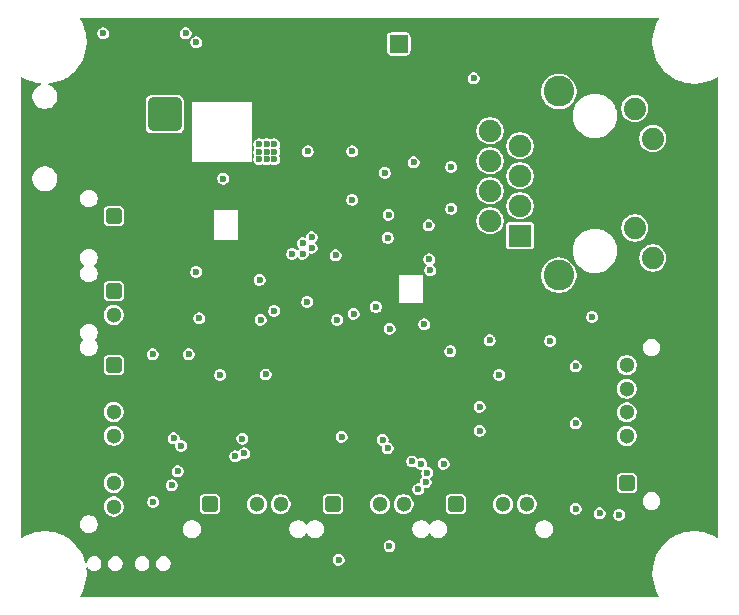
<source format=gbr>
%TF.GenerationSoftware,KiCad,Pcbnew,9.0.2*%
%TF.CreationDate,2025-10-15T23:03:26+09:00*%
%TF.ProjectId,Mother_v1_0_0,4d6f7468-6572-45f7-9631-5f305f302e6b,rev?*%
%TF.SameCoordinates,Original*%
%TF.FileFunction,Copper,L2,Inr*%
%TF.FilePolarity,Positive*%
%FSLAX46Y46*%
G04 Gerber Fmt 4.6, Leading zero omitted, Abs format (unit mm)*
G04 Created by KiCad (PCBNEW 9.0.2) date 2025-10-15 23:03:26*
%MOMM*%
%LPD*%
G01*
G04 APERTURE LIST*
G04 Aperture macros list*
%AMRoundRect*
0 Rectangle with rounded corners*
0 $1 Rounding radius*
0 $2 $3 $4 $5 $6 $7 $8 $9 X,Y pos of 4 corners*
0 Add a 4 corners polygon primitive as box body*
4,1,4,$2,$3,$4,$5,$6,$7,$8,$9,$2,$3,0*
0 Add four circle primitives for the rounded corners*
1,1,$1+$1,$2,$3*
1,1,$1+$1,$4,$5*
1,1,$1+$1,$6,$7*
1,1,$1+$1,$8,$9*
0 Add four rect primitives between the rounded corners*
20,1,$1+$1,$2,$3,$4,$5,0*
20,1,$1+$1,$4,$5,$6,$7,0*
20,1,$1+$1,$6,$7,$8,$9,0*
20,1,$1+$1,$8,$9,$2,$3,0*%
G04 Aperture macros list end*
%TA.AperFunction,ComponentPad*%
%ADD10RoundRect,0.195000X0.455000X-0.455000X0.455000X0.455000X-0.455000X0.455000X-0.455000X-0.455000X0*%
%TD*%
%TA.AperFunction,ComponentPad*%
%ADD11C,1.300000*%
%TD*%
%TA.AperFunction,ComponentPad*%
%ADD12RoundRect,0.195000X-0.455000X0.455000X-0.455000X-0.455000X0.455000X-0.455000X0.455000X0.455000X0*%
%TD*%
%TA.AperFunction,ComponentPad*%
%ADD13C,1.890000*%
%TD*%
%TA.AperFunction,ComponentPad*%
%ADD14R,1.900000X1.900000*%
%TD*%
%TA.AperFunction,ComponentPad*%
%ADD15C,1.900000*%
%TD*%
%TA.AperFunction,ComponentPad*%
%ADD16C,2.600000*%
%TD*%
%TA.AperFunction,ComponentPad*%
%ADD17RoundRect,0.195000X0.455000X0.455000X-0.455000X0.455000X-0.455000X-0.455000X0.455000X-0.455000X0*%
%TD*%
%TA.AperFunction,ComponentPad*%
%ADD18RoundRect,0.250000X-0.550000X0.550000X-0.550000X-0.550000X0.550000X-0.550000X0.550000X0.550000X0*%
%TD*%
%TA.AperFunction,ComponentPad*%
%ADD19C,1.600000*%
%TD*%
%TA.AperFunction,ComponentPad*%
%ADD20RoundRect,0.304348X1.095652X-1.095652X1.095652X1.095652X-1.095652X1.095652X-1.095652X-1.095652X0*%
%TD*%
%TA.AperFunction,ComponentPad*%
%ADD21C,2.800000*%
%TD*%
%TA.AperFunction,ViaPad*%
%ADD22C,0.600000*%
%TD*%
G04 APERTURE END LIST*
D10*
%TO.N,Net-(J10-Pin_1)*%
%TO.C,J10*%
X148336000Y-109855000D03*
D11*
%TO.N,GND*%
X148336000Y-111855000D03*
%TO.N,Net-(J10-Pin_3)*%
X148336000Y-113855000D03*
%TO.N,Net-(J10-Pin_4)*%
X148336000Y-115855000D03*
%TO.N,GND*%
X148336000Y-117855000D03*
%TO.N,/U_MCU/SWD.CLK*%
X148336000Y-119855000D03*
%TO.N,Net-(J10-Pin_7)*%
X148336000Y-121855000D03*
%TD*%
D12*
%TO.N,+5V*%
%TO.C,J3*%
X191770000Y-119888000D03*
D11*
%TO.N,GND*%
X191770000Y-117888000D03*
%TO.N,Net-(J3-Pin_3)*%
X191770000Y-115888000D03*
%TO.N,Net-(J3-Pin_4)*%
X191770000Y-113888000D03*
%TO.N,/U_I2C/I2C.RST*%
X191770000Y-111888000D03*
%TO.N,/U_I2C/I2C.INT*%
X191770000Y-109888000D03*
%TD*%
D13*
%TO.N,+3.3V*%
%TO.C,J2*%
X192453000Y-88163000D03*
%TO.N,Net-(J2-PadL2)*%
X193973000Y-90703000D03*
%TO.N,Net-(J2-PadL3)*%
X192453000Y-98273000D03*
%TO.N,+3.3V*%
X193973000Y-100813000D03*
D14*
%TO.N,/U_ETHERNET/TX_P*%
X182733000Y-98933000D03*
D15*
%TO.N,/U_ETHERNET/TX_N*%
X180193000Y-97663000D03*
%TO.N,/U_ETHERNET/RX_P*%
X182733000Y-96393000D03*
%TO.N,Net-(J2-TCT)*%
X180193000Y-95123000D03*
%TO.N,Net-(J2-RCT)*%
X182733000Y-93853000D03*
%TO.N,/U_ETHERNET/RX_N*%
X180193000Y-92583000D03*
%TO.N,unconnected-(J2-NC-PadR7)*%
X182733000Y-91313000D03*
%TO.N,Net-(C32-Pad1)*%
X180193000Y-90043000D03*
D16*
X186023000Y-102263000D03*
X186023000Y-86713000D03*
%TD*%
D10*
%TO.N,+3.3V*%
%TO.C,J4*%
X148336000Y-103632000D03*
D11*
%TO.N,Net-(J4-Pin_2)*%
X148336000Y-105632000D03*
%TD*%
D17*
%TO.N,+12V*%
%TO.C,J6*%
X166878000Y-121666000D03*
D11*
%TO.N,GND*%
X168878000Y-121666000D03*
%TO.N,/U_CAN2/CANFD_N*%
X170878000Y-121666000D03*
%TO.N,/U_CAN2/CANFD_P*%
X172878000Y-121666000D03*
%TD*%
D18*
%TO.N,+12V*%
%TO.C,C13*%
X172466000Y-82675349D03*
D19*
%TO.N,GND*%
X172466000Y-86175349D03*
%TD*%
D17*
%TO.N,+12V*%
%TO.C,J5*%
X156464000Y-121666000D03*
D11*
%TO.N,GND*%
X158464000Y-121666000D03*
%TO.N,/U_CAN1/CANFD_N*%
X160464000Y-121666000D03*
%TO.N,/U_CAN1/CANFD_P*%
X162464000Y-121666000D03*
%TD*%
D10*
%TO.N,Net-(J7-Pin_1)*%
%TO.C,J7*%
X148336000Y-97282000D03*
D11*
%TO.N,GND*%
X148336000Y-99282000D03*
%TD*%
D20*
%TO.N,Net-(J1-Pin_1)*%
%TO.C,J1*%
X152654000Y-88646000D03*
D21*
%TO.N,GND*%
X152654000Y-92606000D03*
%TD*%
D17*
%TO.N,+12V*%
%TO.C,J8*%
X177292000Y-121666000D03*
D11*
%TO.N,GND*%
X179292000Y-121666000D03*
%TO.N,/U_CAN3/CANFD_N*%
X181292000Y-121666000D03*
%TO.N,/U_CAN3/CANFD_P*%
X183292000Y-121666000D03*
%TD*%
D22*
%TO.N,GND*%
X155829000Y-113538000D03*
X161671000Y-113538000D03*
X183388000Y-114046000D03*
X170180000Y-112395000D03*
X183007000Y-108839000D03*
X174625000Y-113665000D03*
X182608500Y-114028500D03*
X168118467Y-94659341D03*
X190246000Y-105029000D03*
X174541144Y-105566994D03*
X168148000Y-100584000D03*
X162093000Y-114046000D03*
X181864000Y-114046000D03*
X171572500Y-104775000D03*
X184658000Y-128524000D03*
X162560000Y-113538000D03*
X151130000Y-118491000D03*
X182245000Y-114554000D03*
X172565000Y-95631000D03*
X168529000Y-96901000D03*
X173355000Y-112395000D03*
X183007000Y-114554000D03*
X155575000Y-107442000D03*
X172466000Y-111379000D03*
X173355000Y-113665000D03*
X168656000Y-99314000D03*
X187960000Y-81026000D03*
X155448000Y-114046000D03*
X164973000Y-90829000D03*
X165587496Y-94639057D03*
X175260000Y-97155000D03*
X155829000Y-114554000D03*
X161290000Y-114046000D03*
X175133000Y-92075000D03*
X167106215Y-94651546D03*
X161671000Y-114554000D03*
X156464000Y-100203000D03*
X173355000Y-109220000D03*
X157607000Y-80899000D03*
X182245000Y-113538000D03*
X156591000Y-113538000D03*
X170180000Y-113665000D03*
X162941000Y-97790000D03*
X171450000Y-113665000D03*
X175014000Y-102862000D03*
X158369000Y-94480000D03*
X171450000Y-112395000D03*
X157226000Y-111541000D03*
X160655000Y-87503000D03*
X171450000Y-109220000D03*
X170180000Y-110490000D03*
X183007000Y-113538000D03*
X156591000Y-114554000D03*
X174625000Y-112395000D03*
X171450000Y-110490000D03*
X173235433Y-98980908D03*
X156210000Y-103124000D03*
X151638000Y-128397000D03*
X166696000Y-113538000D03*
X174625000Y-109220000D03*
X170180000Y-109220000D03*
X162941000Y-114046000D03*
X174625000Y-110490000D03*
X162814000Y-87122000D03*
X173355000Y-110490000D03*
X162179000Y-87503000D03*
X162560000Y-114554000D03*
X156972000Y-114046000D03*
X178699564Y-108539933D03*
X175514000Y-117983000D03*
X175289680Y-99033150D03*
X156210000Y-114046000D03*
%TO.N,+3.3V*%
X165100000Y-99060000D03*
X159223000Y-116113000D03*
X180164681Y-107786789D03*
X174625000Y-106426000D03*
X153416000Y-116078000D03*
X151681265Y-121455265D03*
X179324000Y-115443000D03*
X164719000Y-104523000D03*
X187452000Y-109982000D03*
X157596238Y-94096238D03*
X164338000Y-100457000D03*
X163449000Y-100457000D03*
X187452000Y-114808000D03*
X161925000Y-105283000D03*
X167640000Y-115951000D03*
X151638000Y-108966000D03*
X176276000Y-118237000D03*
X153254440Y-120049546D03*
X165100000Y-99949000D03*
X173736000Y-92710000D03*
X188849000Y-105791000D03*
X164338000Y-99568000D03*
X155575000Y-105918000D03*
%TO.N,+5V*%
X161925000Y-92456000D03*
X161197725Y-110671980D03*
X160655000Y-91186000D03*
X157350491Y-110709000D03*
X180975000Y-110709000D03*
X160655000Y-91821000D03*
X161925000Y-91186000D03*
X178816000Y-85598000D03*
X160655000Y-92456000D03*
X161290000Y-92456000D03*
X161290000Y-91821000D03*
X161290000Y-91186000D03*
X155321000Y-101981000D03*
X161925000Y-91821000D03*
%TO.N,Net-(Q1-S)*%
X155321000Y-82550000D03*
%TO.N,+3.3V_A*%
X168529000Y-91789000D03*
X171605000Y-97155000D03*
X171547735Y-99117265D03*
X175049265Y-100921735D03*
X175006000Y-98044000D03*
X164769273Y-91783198D03*
X171297500Y-93599000D03*
%TO.N,Net-(J2-RCT)*%
X176913000Y-93091000D03*
X176913000Y-96647000D03*
%TO.N,/U_MCU/NRST*%
X153762000Y-118872000D03*
X171704000Y-106807000D03*
%TO.N,Net-(J1-Pin_1)*%
X147447000Y-81788000D03*
%TO.N,Net-(Q1-G)*%
X154432000Y-81788000D03*
%TO.N,Net-(U7-TXD)*%
X174371000Y-118237000D03*
X158623000Y-117602000D03*
%TO.N,Net-(U6-Sy)*%
X179324000Y-113411000D03*
X185293000Y-107823000D03*
%TO.N,Net-(U5-~{SCS})*%
X168656000Y-105537000D03*
X167132000Y-100584000D03*
%TO.N,Net-(U5-MOSI)*%
X160782000Y-106045000D03*
X160691097Y-102667454D03*
%TO.N,/U_ETHERNET/ACTLED*%
X175133000Y-101854000D03*
X168529000Y-95885000D03*
%TO.N,/U_MCU/BOOT*%
X176840986Y-108701516D03*
X154051000Y-116713000D03*
%TO.N,/CANFD1.RX*%
X159385000Y-117348000D03*
X173595310Y-118041280D03*
%TO.N,/U_I2C/I2C.RST*%
X171527967Y-116913033D03*
%TO.N,/U_I2C/I2C.INT*%
X171116000Y-116205000D03*
%TO.N,/U_MCU/SWD.CLK*%
X171683765Y-125201765D03*
%TO.N,/U_MCU/USER_LED1*%
X187452000Y-122047000D03*
X174117000Y-120396000D03*
%TO.N,/U_MCU/USER_LED2*%
X174747480Y-119788118D03*
X189484000Y-122428000D03*
%TO.N,/U_MCU/USER_LED3*%
X191135000Y-122555000D03*
X174879000Y-118999000D03*
%TO.N,/U_MCU/UART.RX*%
X167259000Y-106045000D03*
X154686000Y-108966000D03*
%TO.N,Net-(J10-Pin_3)*%
X170534265Y-104954351D03*
%TO.N,Net-(J10-Pin_7)*%
X167386000Y-126365000D03*
%TD*%
%TA.AperFunction,Conductor*%
%TO.N,GND*%
G36*
X194465786Y-80507476D02*
G01*
X194483667Y-80511033D01*
X194487223Y-80516356D01*
X194493138Y-80518806D01*
X194500114Y-80535648D01*
X194510243Y-80550807D01*
X194508994Y-80557085D01*
X194511444Y-80563000D01*
X194500911Y-80597723D01*
X194450958Y-80672482D01*
X194450958Y-80672483D01*
X194286514Y-80980136D01*
X194153020Y-81302418D01*
X194153017Y-81302426D01*
X194153016Y-81302430D01*
X194127210Y-81387500D01*
X194051750Y-81636256D01*
X194051746Y-81636272D01*
X193983691Y-81978412D01*
X193949500Y-82325578D01*
X193949500Y-82674421D01*
X193983691Y-83021587D01*
X194051746Y-83363727D01*
X194051750Y-83363742D01*
X194153016Y-83697570D01*
X194153018Y-83697575D01*
X194153020Y-83697581D01*
X194286514Y-84019863D01*
X194450958Y-84327516D01*
X194450958Y-84327517D01*
X194450961Y-84327522D01*
X194450962Y-84327523D01*
X194644772Y-84617581D01*
X194644775Y-84617585D01*
X194644776Y-84617586D01*
X194644778Y-84617589D01*
X194866075Y-84887240D01*
X194866081Y-84887247D01*
X195112752Y-85133918D01*
X195112759Y-85133924D01*
X195342460Y-85322435D01*
X195382419Y-85355228D01*
X195672477Y-85549038D01*
X195672479Y-85549039D01*
X195672482Y-85549041D01*
X195708854Y-85568482D01*
X195980135Y-85713485D01*
X196302418Y-85846979D01*
X196302417Y-85846979D01*
X196302420Y-85846980D01*
X196302430Y-85846984D01*
X196636258Y-85948250D01*
X196636267Y-85948251D01*
X196636272Y-85948253D01*
X196727578Y-85966414D01*
X196978405Y-86016307D01*
X196978410Y-86016307D01*
X196978413Y-86016308D01*
X196978411Y-86016308D01*
X197140359Y-86032258D01*
X197325575Y-86050500D01*
X197325579Y-86050500D01*
X197674421Y-86050500D01*
X197674425Y-86050500D01*
X197900100Y-86028273D01*
X198021587Y-86016308D01*
X198021589Y-86016307D01*
X198021595Y-86016307D01*
X198363742Y-85948250D01*
X198697570Y-85846984D01*
X199019865Y-85713485D01*
X199327523Y-85549038D01*
X199402278Y-85499087D01*
X199449193Y-85489756D01*
X199488967Y-85516331D01*
X199499500Y-85551055D01*
X199499500Y-124448944D01*
X199481194Y-124493138D01*
X199437000Y-124511444D01*
X199402277Y-124500911D01*
X199382442Y-124487658D01*
X199327523Y-124450962D01*
X199327522Y-124450961D01*
X199327517Y-124450958D01*
X199019863Y-124286514D01*
X198697581Y-124153020D01*
X198697582Y-124153020D01*
X198697573Y-124153017D01*
X198697570Y-124153016D01*
X198516447Y-124098072D01*
X198363743Y-124051750D01*
X198363727Y-124051746D01*
X198021586Y-123983691D01*
X198021588Y-123983691D01*
X197754660Y-123957402D01*
X197674425Y-123949500D01*
X197325575Y-123949500D01*
X197245339Y-123957402D01*
X196978412Y-123983691D01*
X196636272Y-124051746D01*
X196636256Y-124051750D01*
X196444363Y-124109961D01*
X196302430Y-124153016D01*
X196302426Y-124153017D01*
X196302418Y-124153020D01*
X195980136Y-124286514D01*
X195672483Y-124450958D01*
X195672482Y-124450958D01*
X195382413Y-124644776D01*
X195382410Y-124644778D01*
X195112759Y-124866075D01*
X195112752Y-124866081D01*
X194866081Y-125112752D01*
X194866075Y-125112759D01*
X194644778Y-125382410D01*
X194644776Y-125382413D01*
X194450958Y-125672482D01*
X194450958Y-125672483D01*
X194286514Y-125980136D01*
X194153020Y-126302418D01*
X194153017Y-126302426D01*
X194153016Y-126302430D01*
X194148206Y-126318287D01*
X194051750Y-126636256D01*
X194051746Y-126636272D01*
X193983691Y-126978412D01*
X193957996Y-127239309D01*
X193951478Y-127305499D01*
X193949500Y-127325578D01*
X193949500Y-127674421D01*
X193983691Y-128021587D01*
X194051746Y-128363727D01*
X194051750Y-128363742D01*
X194153016Y-128697570D01*
X194153018Y-128697575D01*
X194153020Y-128697581D01*
X194286514Y-129019863D01*
X194450958Y-129327516D01*
X194450958Y-129327517D01*
X194500911Y-129402277D01*
X194510243Y-129449193D01*
X194483667Y-129488967D01*
X194448944Y-129499500D01*
X145551056Y-129499500D01*
X145506862Y-129481194D01*
X145488556Y-129437000D01*
X145499089Y-129402277D01*
X145533685Y-129350500D01*
X145549038Y-129327523D01*
X145713485Y-129019865D01*
X145846984Y-128697570D01*
X145948250Y-128363742D01*
X146016307Y-128021595D01*
X146050500Y-127674425D01*
X146050500Y-127325575D01*
X146023223Y-127048624D01*
X146037109Y-127002849D01*
X146079296Y-126980300D01*
X146125072Y-126994186D01*
X146137389Y-127007776D01*
X146164683Y-127048625D01*
X146188142Y-127083733D01*
X146275267Y-127170858D01*
X146377714Y-127239311D01*
X146491548Y-127286463D01*
X146612394Y-127310500D01*
X146612395Y-127310500D01*
X146735605Y-127310500D01*
X146735606Y-127310500D01*
X146856452Y-127286463D01*
X146970286Y-127239311D01*
X147072733Y-127170858D01*
X147159858Y-127083733D01*
X147228311Y-126981286D01*
X147275463Y-126867452D01*
X147299500Y-126746606D01*
X147299500Y-126623394D01*
X147299500Y-126623393D01*
X147848500Y-126623393D01*
X147848500Y-126746606D01*
X147872536Y-126867450D01*
X147872537Y-126867453D01*
X147919687Y-126981283D01*
X147919690Y-126981287D01*
X147964683Y-127048625D01*
X147988142Y-127083733D01*
X148075267Y-127170858D01*
X148177714Y-127239311D01*
X148291548Y-127286463D01*
X148412394Y-127310500D01*
X148412395Y-127310500D01*
X148535605Y-127310500D01*
X148535606Y-127310500D01*
X148656452Y-127286463D01*
X148770286Y-127239311D01*
X148872733Y-127170858D01*
X148959858Y-127083733D01*
X149028311Y-126981286D01*
X149075463Y-126867452D01*
X149099500Y-126746606D01*
X149099500Y-126623394D01*
X149098505Y-126618393D01*
X150112500Y-126618393D01*
X150112500Y-126741606D01*
X150136536Y-126862450D01*
X150136537Y-126862453D01*
X150183687Y-126976283D01*
X150183688Y-126976285D01*
X150183689Y-126976286D01*
X150252142Y-127078733D01*
X150339267Y-127165858D01*
X150441714Y-127234311D01*
X150555548Y-127281463D01*
X150676394Y-127305500D01*
X150676395Y-127305500D01*
X150799605Y-127305500D01*
X150799606Y-127305500D01*
X150920452Y-127281463D01*
X151034286Y-127234311D01*
X151136733Y-127165858D01*
X151223858Y-127078733D01*
X151292311Y-126976286D01*
X151339463Y-126862452D01*
X151363500Y-126741606D01*
X151363500Y-126618394D01*
X151363500Y-126618393D01*
X151912500Y-126618393D01*
X151912500Y-126741606D01*
X151936536Y-126862450D01*
X151936537Y-126862453D01*
X151983687Y-126976283D01*
X151983688Y-126976285D01*
X151983689Y-126976286D01*
X152052142Y-127078733D01*
X152139267Y-127165858D01*
X152241714Y-127234311D01*
X152355548Y-127281463D01*
X152476394Y-127305500D01*
X152476395Y-127305500D01*
X152599605Y-127305500D01*
X152599606Y-127305500D01*
X152720452Y-127281463D01*
X152834286Y-127234311D01*
X152936733Y-127165858D01*
X153023858Y-127078733D01*
X153092311Y-126976286D01*
X153139463Y-126862452D01*
X153163500Y-126741606D01*
X153163500Y-126618394D01*
X153139463Y-126497548D01*
X153092311Y-126383714D01*
X153035780Y-126299109D01*
X166885500Y-126299109D01*
X166885500Y-126430890D01*
X166885501Y-126430898D01*
X166919606Y-126558182D01*
X166919607Y-126558185D01*
X166985501Y-126672315D01*
X166985504Y-126672319D01*
X167078680Y-126765495D01*
X167078684Y-126765498D01*
X167078686Y-126765500D01*
X167170623Y-126818580D01*
X167192814Y-126831392D01*
X167192817Y-126831393D01*
X167270712Y-126852264D01*
X167320108Y-126865500D01*
X167320109Y-126865500D01*
X167451891Y-126865500D01*
X167451892Y-126865500D01*
X167579186Y-126831392D01*
X167693314Y-126765500D01*
X167786500Y-126672314D01*
X167852392Y-126558186D01*
X167886500Y-126430892D01*
X167886500Y-126299108D01*
X167873264Y-126249712D01*
X167852393Y-126171817D01*
X167852392Y-126171814D01*
X167825762Y-126125690D01*
X167786500Y-126057686D01*
X167786498Y-126057684D01*
X167786495Y-126057680D01*
X167693319Y-125964504D01*
X167693315Y-125964501D01*
X167693314Y-125964500D01*
X167636250Y-125931554D01*
X167579185Y-125898607D01*
X167579182Y-125898606D01*
X167451898Y-125864501D01*
X167451893Y-125864500D01*
X167451892Y-125864500D01*
X167320108Y-125864500D01*
X167320107Y-125864500D01*
X167320101Y-125864501D01*
X167192817Y-125898606D01*
X167192814Y-125898607D01*
X167078684Y-125964501D01*
X167078680Y-125964504D01*
X166985504Y-126057680D01*
X166985501Y-126057684D01*
X166919607Y-126171814D01*
X166919606Y-126171817D01*
X166885501Y-126299101D01*
X166885500Y-126299109D01*
X153035780Y-126299109D01*
X153023858Y-126281267D01*
X152936733Y-126194142D01*
X152834286Y-126125689D01*
X152834285Y-126125688D01*
X152834283Y-126125687D01*
X152720453Y-126078537D01*
X152720450Y-126078536D01*
X152599606Y-126054500D01*
X152476394Y-126054500D01*
X152476393Y-126054500D01*
X152355549Y-126078536D01*
X152355546Y-126078537D01*
X152241716Y-126125687D01*
X152241712Y-126125690D01*
X152139267Y-126194141D01*
X152052141Y-126281267D01*
X151983690Y-126383712D01*
X151983687Y-126383716D01*
X151936537Y-126497546D01*
X151936536Y-126497549D01*
X151912500Y-126618393D01*
X151363500Y-126618393D01*
X151339463Y-126497548D01*
X151292311Y-126383714D01*
X151223858Y-126281267D01*
X151136733Y-126194142D01*
X151034286Y-126125689D01*
X151034285Y-126125688D01*
X151034283Y-126125687D01*
X150920453Y-126078537D01*
X150920450Y-126078536D01*
X150799606Y-126054500D01*
X150676394Y-126054500D01*
X150676393Y-126054500D01*
X150555549Y-126078536D01*
X150555546Y-126078537D01*
X150441716Y-126125687D01*
X150441712Y-126125690D01*
X150339267Y-126194141D01*
X150252141Y-126281267D01*
X150183690Y-126383712D01*
X150183687Y-126383716D01*
X150136537Y-126497546D01*
X150136536Y-126497549D01*
X150112500Y-126618393D01*
X149098505Y-126618393D01*
X149075463Y-126502548D01*
X149028311Y-126388714D01*
X148959858Y-126286267D01*
X148872733Y-126199142D01*
X148865248Y-126194141D01*
X148770287Y-126130690D01*
X148770283Y-126130687D01*
X148656453Y-126083537D01*
X148656450Y-126083536D01*
X148535606Y-126059500D01*
X148412394Y-126059500D01*
X148412393Y-126059500D01*
X148291549Y-126083536D01*
X148291546Y-126083537D01*
X148177716Y-126130687D01*
X148177712Y-126130690D01*
X148075267Y-126199141D01*
X147988141Y-126286267D01*
X147919690Y-126388712D01*
X147919687Y-126388716D01*
X147872537Y-126502546D01*
X147872536Y-126502549D01*
X147848500Y-126623393D01*
X147299500Y-126623393D01*
X147275463Y-126502548D01*
X147228311Y-126388714D01*
X147159858Y-126286267D01*
X147072733Y-126199142D01*
X147065248Y-126194141D01*
X146970287Y-126130690D01*
X146970283Y-126130687D01*
X146856453Y-126083537D01*
X146856450Y-126083536D01*
X146735606Y-126059500D01*
X146612394Y-126059500D01*
X146612393Y-126059500D01*
X146491549Y-126083536D01*
X146491546Y-126083537D01*
X146377716Y-126130687D01*
X146377712Y-126130690D01*
X146275267Y-126199141D01*
X146188141Y-126286267D01*
X146119690Y-126388712D01*
X146119687Y-126388716D01*
X146072537Y-126502546D01*
X146072536Y-126502549D01*
X146055929Y-126586042D01*
X146029353Y-126625816D01*
X145982437Y-126635148D01*
X145942663Y-126608572D01*
X145934823Y-126591997D01*
X145846984Y-126302430D01*
X145713485Y-125980135D01*
X145549038Y-125672477D01*
X145355228Y-125382419D01*
X145335196Y-125358010D01*
X145182072Y-125171427D01*
X145152894Y-125135874D01*
X171183265Y-125135874D01*
X171183265Y-125267655D01*
X171183266Y-125267663D01*
X171217371Y-125394947D01*
X171217372Y-125394950D01*
X171283266Y-125509080D01*
X171283269Y-125509084D01*
X171376445Y-125602260D01*
X171376449Y-125602263D01*
X171376451Y-125602265D01*
X171490579Y-125668157D01*
X171490582Y-125668158D01*
X171539115Y-125681162D01*
X171617873Y-125702265D01*
X171617874Y-125702265D01*
X171749656Y-125702265D01*
X171749657Y-125702265D01*
X171876951Y-125668157D01*
X171991079Y-125602265D01*
X172084265Y-125509079D01*
X172150157Y-125394951D01*
X172184265Y-125267657D01*
X172184265Y-125135873D01*
X172150157Y-125008579D01*
X172084265Y-124894451D01*
X172084263Y-124894449D01*
X172084260Y-124894445D01*
X171991084Y-124801269D01*
X171991080Y-124801266D01*
X171991079Y-124801265D01*
X171934015Y-124768319D01*
X171876950Y-124735372D01*
X171876947Y-124735371D01*
X171749663Y-124701266D01*
X171749658Y-124701265D01*
X171749657Y-124701265D01*
X171617873Y-124701265D01*
X171617872Y-124701265D01*
X171617866Y-124701266D01*
X171490582Y-124735371D01*
X171490579Y-124735372D01*
X171376449Y-124801266D01*
X171376445Y-124801269D01*
X171283269Y-124894445D01*
X171283266Y-124894449D01*
X171217372Y-125008579D01*
X171217371Y-125008582D01*
X171183266Y-125135866D01*
X171183265Y-125135874D01*
X145152894Y-125135874D01*
X145133924Y-125112759D01*
X145133918Y-125112752D01*
X144887247Y-124866081D01*
X144887240Y-124866075D01*
X144617589Y-124644778D01*
X144617586Y-124644776D01*
X144617585Y-124644775D01*
X144617581Y-124644772D01*
X144327523Y-124450962D01*
X144327522Y-124450961D01*
X144327517Y-124450958D01*
X144019863Y-124286514D01*
X143697581Y-124153020D01*
X143697582Y-124153020D01*
X143697573Y-124153017D01*
X143697570Y-124153016D01*
X143516447Y-124098072D01*
X143363743Y-124051750D01*
X143363727Y-124051746D01*
X143021586Y-123983691D01*
X143021588Y-123983691D01*
X142754660Y-123957402D01*
X142674425Y-123949500D01*
X142325575Y-123949500D01*
X142245339Y-123957402D01*
X141978412Y-123983691D01*
X141636272Y-124051746D01*
X141636256Y-124051750D01*
X141444363Y-124109961D01*
X141302430Y-124153016D01*
X141302426Y-124153017D01*
X141302418Y-124153020D01*
X140980136Y-124286514D01*
X140672483Y-124450958D01*
X140672482Y-124450958D01*
X140597723Y-124500911D01*
X140550807Y-124510243D01*
X140511033Y-124483667D01*
X140500500Y-124448944D01*
X140500500Y-123281080D01*
X145485500Y-123281080D01*
X145485500Y-123428919D01*
X145514341Y-123573911D01*
X145514341Y-123573912D01*
X145552110Y-123665093D01*
X145570916Y-123710495D01*
X145653049Y-123833416D01*
X145757584Y-123937951D01*
X145880505Y-124020084D01*
X146017087Y-124076658D01*
X146162082Y-124105500D01*
X146309918Y-124105500D01*
X146454913Y-124076658D01*
X146591495Y-124020084D01*
X146714416Y-123937951D01*
X146818951Y-123833416D01*
X146901084Y-123710495D01*
X146908712Y-123692080D01*
X154213500Y-123692080D01*
X154213500Y-123839919D01*
X154242341Y-123984911D01*
X154242341Y-123984912D01*
X154298916Y-124121495D01*
X154298917Y-124121497D01*
X154319980Y-124153020D01*
X154381049Y-124244416D01*
X154485584Y-124348951D01*
X154608505Y-124431084D01*
X154745087Y-124487658D01*
X154890082Y-124516500D01*
X155037918Y-124516500D01*
X155182913Y-124487658D01*
X155319495Y-124431084D01*
X155442416Y-124348951D01*
X155546951Y-124244416D01*
X155629084Y-124121495D01*
X155685658Y-123984913D01*
X155714500Y-123839918D01*
X155714500Y-123692082D01*
X155714500Y-123692080D01*
X163213500Y-123692080D01*
X163213500Y-123839919D01*
X163242341Y-123984911D01*
X163242341Y-123984912D01*
X163298916Y-124121495D01*
X163298917Y-124121497D01*
X163319980Y-124153020D01*
X163381049Y-124244416D01*
X163485584Y-124348951D01*
X163608505Y-124431084D01*
X163745087Y-124487658D01*
X163890082Y-124516500D01*
X164037918Y-124516500D01*
X164182913Y-124487658D01*
X164319495Y-124431084D01*
X164442416Y-124348951D01*
X164546951Y-124244416D01*
X164619033Y-124136536D01*
X164658807Y-124109961D01*
X164705723Y-124119293D01*
X164722966Y-124136536D01*
X164795049Y-124244416D01*
X164899584Y-124348951D01*
X165022505Y-124431084D01*
X165159087Y-124487658D01*
X165304082Y-124516500D01*
X165451918Y-124516500D01*
X165596913Y-124487658D01*
X165733495Y-124431084D01*
X165856416Y-124348951D01*
X165960951Y-124244416D01*
X166043084Y-124121495D01*
X166099658Y-123984913D01*
X166128500Y-123839918D01*
X166128500Y-123692082D01*
X166128500Y-123692080D01*
X173627500Y-123692080D01*
X173627500Y-123839919D01*
X173656341Y-123984911D01*
X173656341Y-123984912D01*
X173712916Y-124121495D01*
X173712917Y-124121497D01*
X173733980Y-124153020D01*
X173795049Y-124244416D01*
X173899584Y-124348951D01*
X174022505Y-124431084D01*
X174159087Y-124487658D01*
X174304082Y-124516500D01*
X174451918Y-124516500D01*
X174596913Y-124487658D01*
X174733495Y-124431084D01*
X174856416Y-124348951D01*
X174960951Y-124244416D01*
X175033033Y-124136536D01*
X175072807Y-124109961D01*
X175119723Y-124119293D01*
X175136966Y-124136536D01*
X175209049Y-124244416D01*
X175313584Y-124348951D01*
X175436505Y-124431084D01*
X175573087Y-124487658D01*
X175718082Y-124516500D01*
X175865918Y-124516500D01*
X176010913Y-124487658D01*
X176147495Y-124431084D01*
X176270416Y-124348951D01*
X176374951Y-124244416D01*
X176457084Y-124121495D01*
X176513658Y-123984913D01*
X176542500Y-123839918D01*
X176542500Y-123692082D01*
X176542500Y-123692080D01*
X184041500Y-123692080D01*
X184041500Y-123839919D01*
X184070341Y-123984911D01*
X184070341Y-123984912D01*
X184126916Y-124121495D01*
X184126917Y-124121497D01*
X184147980Y-124153020D01*
X184209049Y-124244416D01*
X184313584Y-124348951D01*
X184436505Y-124431084D01*
X184573087Y-124487658D01*
X184718082Y-124516500D01*
X184865918Y-124516500D01*
X185010913Y-124487658D01*
X185147495Y-124431084D01*
X185270416Y-124348951D01*
X185374951Y-124244416D01*
X185457084Y-124121495D01*
X185513658Y-123984913D01*
X185542500Y-123839918D01*
X185542500Y-123692082D01*
X185513658Y-123547087D01*
X185457084Y-123410505D01*
X185374951Y-123287584D01*
X185270416Y-123183049D01*
X185200134Y-123136088D01*
X185147497Y-123100917D01*
X185147495Y-123100916D01*
X185010911Y-123044341D01*
X184865919Y-123015500D01*
X184865918Y-123015500D01*
X184718082Y-123015500D01*
X184718080Y-123015500D01*
X184573088Y-123044341D01*
X184573087Y-123044341D01*
X184436504Y-123100916D01*
X184436502Y-123100917D01*
X184313584Y-123183048D01*
X184209048Y-123287584D01*
X184126917Y-123410502D01*
X184126916Y-123410504D01*
X184070341Y-123547087D01*
X184070341Y-123547088D01*
X184041500Y-123692080D01*
X176542500Y-123692080D01*
X176513658Y-123547087D01*
X176457084Y-123410505D01*
X176374951Y-123287584D01*
X176270416Y-123183049D01*
X176200134Y-123136088D01*
X176147497Y-123100917D01*
X176147495Y-123100916D01*
X176010911Y-123044341D01*
X175865919Y-123015500D01*
X175865918Y-123015500D01*
X175718082Y-123015500D01*
X175718080Y-123015500D01*
X175573088Y-123044341D01*
X175573087Y-123044341D01*
X175436504Y-123100916D01*
X175436502Y-123100917D01*
X175313584Y-123183048D01*
X175209048Y-123287584D01*
X175136967Y-123395462D01*
X175097193Y-123422038D01*
X175050277Y-123412706D01*
X175033033Y-123395462D01*
X174960951Y-123287584D01*
X174856415Y-123183048D01*
X174733497Y-123100917D01*
X174733495Y-123100916D01*
X174596911Y-123044341D01*
X174451919Y-123015500D01*
X174451918Y-123015500D01*
X174304082Y-123015500D01*
X174304080Y-123015500D01*
X174159088Y-123044341D01*
X174159087Y-123044341D01*
X174022504Y-123100916D01*
X174022502Y-123100917D01*
X173899584Y-123183048D01*
X173795048Y-123287584D01*
X173712917Y-123410502D01*
X173712916Y-123410504D01*
X173656341Y-123547087D01*
X173656341Y-123547088D01*
X173627500Y-123692080D01*
X166128500Y-123692080D01*
X166099658Y-123547087D01*
X166043084Y-123410505D01*
X165960951Y-123287584D01*
X165856416Y-123183049D01*
X165786134Y-123136088D01*
X165733497Y-123100917D01*
X165733495Y-123100916D01*
X165596911Y-123044341D01*
X165451919Y-123015500D01*
X165451918Y-123015500D01*
X165304082Y-123015500D01*
X165304080Y-123015500D01*
X165159088Y-123044341D01*
X165159087Y-123044341D01*
X165022504Y-123100916D01*
X165022502Y-123100917D01*
X164899584Y-123183048D01*
X164795048Y-123287584D01*
X164722967Y-123395462D01*
X164683193Y-123422038D01*
X164636277Y-123412706D01*
X164619033Y-123395462D01*
X164546951Y-123287584D01*
X164442415Y-123183048D01*
X164319497Y-123100917D01*
X164319495Y-123100916D01*
X164182911Y-123044341D01*
X164037919Y-123015500D01*
X164037918Y-123015500D01*
X163890082Y-123015500D01*
X163890080Y-123015500D01*
X163745088Y-123044341D01*
X163745087Y-123044341D01*
X163608504Y-123100916D01*
X163608502Y-123100917D01*
X163485584Y-123183048D01*
X163381048Y-123287584D01*
X163298917Y-123410502D01*
X163298916Y-123410504D01*
X163242341Y-123547087D01*
X163242341Y-123547088D01*
X163213500Y-123692080D01*
X155714500Y-123692080D01*
X155685658Y-123547087D01*
X155629084Y-123410505D01*
X155546951Y-123287584D01*
X155442416Y-123183049D01*
X155372134Y-123136088D01*
X155319497Y-123100917D01*
X155319495Y-123100916D01*
X155182911Y-123044341D01*
X155037919Y-123015500D01*
X155037918Y-123015500D01*
X154890082Y-123015500D01*
X154890080Y-123015500D01*
X154745088Y-123044341D01*
X154745087Y-123044341D01*
X154608504Y-123100916D01*
X154608502Y-123100917D01*
X154485584Y-123183048D01*
X154381048Y-123287584D01*
X154298917Y-123410502D01*
X154298916Y-123410504D01*
X154242341Y-123547087D01*
X154242341Y-123547088D01*
X154213500Y-123692080D01*
X146908712Y-123692080D01*
X146957658Y-123573913D01*
X146986500Y-123428918D01*
X146986500Y-123281082D01*
X146957658Y-123136087D01*
X146901084Y-122999505D01*
X146818951Y-122876584D01*
X146714416Y-122772049D01*
X146714415Y-122772048D01*
X146591497Y-122689917D01*
X146591495Y-122689916D01*
X146454911Y-122633341D01*
X146309919Y-122604500D01*
X146309918Y-122604500D01*
X146162082Y-122604500D01*
X146162080Y-122604500D01*
X146017088Y-122633341D01*
X146017087Y-122633341D01*
X145880504Y-122689916D01*
X145880502Y-122689917D01*
X145757584Y-122772048D01*
X145653048Y-122876584D01*
X145570917Y-122999502D01*
X145570916Y-122999504D01*
X145514341Y-123136087D01*
X145514341Y-123136088D01*
X145485500Y-123281080D01*
X140500500Y-123281080D01*
X140500500Y-121771232D01*
X147485500Y-121771232D01*
X147485500Y-121938767D01*
X147518183Y-122103080D01*
X147582295Y-122257860D01*
X147582298Y-122257864D01*
X147651951Y-122362108D01*
X147675374Y-122397162D01*
X147793838Y-122515626D01*
X147933137Y-122608703D01*
X147933138Y-122608703D01*
X147933139Y-122608704D01*
X147962578Y-122620898D01*
X148087918Y-122672816D01*
X148252233Y-122705500D01*
X148419767Y-122705500D01*
X148584082Y-122672816D01*
X148738863Y-122608703D01*
X148878162Y-122515626D01*
X148996626Y-122397162D01*
X149089703Y-122257863D01*
X149153816Y-122103082D01*
X149186500Y-121938767D01*
X149186500Y-121771233D01*
X149153816Y-121606918D01*
X149093755Y-121461919D01*
X149089704Y-121452139D01*
X149089701Y-121452134D01*
X149068230Y-121420000D01*
X149047766Y-121389374D01*
X151180765Y-121389374D01*
X151180765Y-121521155D01*
X151180766Y-121521163D01*
X151214871Y-121648447D01*
X151214872Y-121648450D01*
X151280766Y-121762580D01*
X151280769Y-121762584D01*
X151373945Y-121855760D01*
X151373949Y-121855763D01*
X151373951Y-121855765D01*
X151474955Y-121914080D01*
X151488079Y-121921657D01*
X151488082Y-121921658D01*
X151509889Y-121927501D01*
X151615373Y-121955765D01*
X151615374Y-121955765D01*
X151747156Y-121955765D01*
X151747157Y-121955765D01*
X151874451Y-121921657D01*
X151988579Y-121855765D01*
X152081765Y-121762579D01*
X152147657Y-121648451D01*
X152181765Y-121521157D01*
X152181765Y-121389373D01*
X152161591Y-121314082D01*
X152147658Y-121262082D01*
X152147654Y-121262073D01*
X152116822Y-121208671D01*
X152116821Y-121208670D01*
X152100193Y-121179870D01*
X155613500Y-121179870D01*
X155613500Y-122152129D01*
X155628168Y-122244740D01*
X155628169Y-122244744D01*
X155685044Y-122356366D01*
X155773633Y-122444955D01*
X155885255Y-122501830D01*
X155885257Y-122501830D01*
X155885260Y-122501832D01*
X155977872Y-122516500D01*
X155977874Y-122516500D01*
X156950126Y-122516500D01*
X156950128Y-122516500D01*
X157042740Y-122501832D01*
X157154367Y-122444955D01*
X157242955Y-122356367D01*
X157299832Y-122244740D01*
X157314500Y-122152128D01*
X157314500Y-121582232D01*
X159613500Y-121582232D01*
X159613500Y-121749767D01*
X159646183Y-121914080D01*
X159710295Y-122068860D01*
X159710296Y-122068862D01*
X159710297Y-122068863D01*
X159803374Y-122208162D01*
X159921838Y-122326626D01*
X160061137Y-122419703D01*
X160215918Y-122483816D01*
X160380233Y-122516500D01*
X160547767Y-122516500D01*
X160712082Y-122483816D01*
X160866863Y-122419703D01*
X161006162Y-122326626D01*
X161124626Y-122208162D01*
X161217703Y-122068863D01*
X161281816Y-121914082D01*
X161314500Y-121749767D01*
X161314500Y-121582233D01*
X161314500Y-121582232D01*
X161613500Y-121582232D01*
X161613500Y-121749767D01*
X161646183Y-121914080D01*
X161710295Y-122068860D01*
X161710296Y-122068862D01*
X161710297Y-122068863D01*
X161803374Y-122208162D01*
X161921838Y-122326626D01*
X162061137Y-122419703D01*
X162215918Y-122483816D01*
X162380233Y-122516500D01*
X162547767Y-122516500D01*
X162712082Y-122483816D01*
X162866863Y-122419703D01*
X163006162Y-122326626D01*
X163124626Y-122208162D01*
X163217703Y-122068863D01*
X163281816Y-121914082D01*
X163314500Y-121749767D01*
X163314500Y-121582233D01*
X163281816Y-121417918D01*
X163217703Y-121263137D01*
X163162066Y-121179870D01*
X166027500Y-121179870D01*
X166027500Y-122152129D01*
X166042168Y-122244740D01*
X166042169Y-122244744D01*
X166099044Y-122356366D01*
X166187633Y-122444955D01*
X166299255Y-122501830D01*
X166299257Y-122501830D01*
X166299260Y-122501832D01*
X166391872Y-122516500D01*
X166391874Y-122516500D01*
X167364126Y-122516500D01*
X167364128Y-122516500D01*
X167456740Y-122501832D01*
X167568367Y-122444955D01*
X167656955Y-122356367D01*
X167713832Y-122244740D01*
X167728500Y-122152128D01*
X167728500Y-121582232D01*
X170027500Y-121582232D01*
X170027500Y-121749767D01*
X170060183Y-121914080D01*
X170124295Y-122068860D01*
X170124296Y-122068862D01*
X170124297Y-122068863D01*
X170217374Y-122208162D01*
X170335838Y-122326626D01*
X170475137Y-122419703D01*
X170629918Y-122483816D01*
X170794233Y-122516500D01*
X170961767Y-122516500D01*
X171126082Y-122483816D01*
X171280863Y-122419703D01*
X171420162Y-122326626D01*
X171538626Y-122208162D01*
X171631703Y-122068863D01*
X171695816Y-121914082D01*
X171728500Y-121749767D01*
X171728500Y-121582233D01*
X171728500Y-121582232D01*
X172027500Y-121582232D01*
X172027500Y-121749767D01*
X172060183Y-121914080D01*
X172124295Y-122068860D01*
X172124296Y-122068862D01*
X172124297Y-122068863D01*
X172217374Y-122208162D01*
X172335838Y-122326626D01*
X172475137Y-122419703D01*
X172629918Y-122483816D01*
X172794233Y-122516500D01*
X172961767Y-122516500D01*
X173126082Y-122483816D01*
X173280863Y-122419703D01*
X173420162Y-122326626D01*
X173538626Y-122208162D01*
X173631703Y-122068863D01*
X173695816Y-121914082D01*
X173728500Y-121749767D01*
X173728500Y-121582233D01*
X173695816Y-121417918D01*
X173631703Y-121263137D01*
X173576066Y-121179870D01*
X176441500Y-121179870D01*
X176441500Y-122152129D01*
X176456168Y-122244740D01*
X176456169Y-122244744D01*
X176513044Y-122356366D01*
X176601633Y-122444955D01*
X176713255Y-122501830D01*
X176713257Y-122501830D01*
X176713260Y-122501832D01*
X176805872Y-122516500D01*
X176805874Y-122516500D01*
X177778126Y-122516500D01*
X177778128Y-122516500D01*
X177870740Y-122501832D01*
X177982367Y-122444955D01*
X178070955Y-122356367D01*
X178127832Y-122244740D01*
X178142500Y-122152128D01*
X178142500Y-121582232D01*
X180441500Y-121582232D01*
X180441500Y-121749767D01*
X180474183Y-121914080D01*
X180538295Y-122068860D01*
X180538296Y-122068862D01*
X180538297Y-122068863D01*
X180631374Y-122208162D01*
X180749838Y-122326626D01*
X180889137Y-122419703D01*
X181043918Y-122483816D01*
X181208233Y-122516500D01*
X181375767Y-122516500D01*
X181540082Y-122483816D01*
X181694863Y-122419703D01*
X181834162Y-122326626D01*
X181952626Y-122208162D01*
X182045703Y-122068863D01*
X182109816Y-121914082D01*
X182142500Y-121749767D01*
X182142500Y-121582233D01*
X182142500Y-121582232D01*
X182441500Y-121582232D01*
X182441500Y-121749767D01*
X182474183Y-121914080D01*
X182538295Y-122068860D01*
X182538296Y-122068862D01*
X182538297Y-122068863D01*
X182631374Y-122208162D01*
X182749838Y-122326626D01*
X182889137Y-122419703D01*
X183043918Y-122483816D01*
X183208233Y-122516500D01*
X183375767Y-122516500D01*
X183540082Y-122483816D01*
X183694863Y-122419703D01*
X183834162Y-122326626D01*
X183952626Y-122208162D01*
X184045703Y-122068863D01*
X184082052Y-121981109D01*
X186951500Y-121981109D01*
X186951500Y-122112890D01*
X186951501Y-122112898D01*
X186985606Y-122240182D01*
X186985607Y-122240185D01*
X186989937Y-122247684D01*
X187051499Y-122354313D01*
X187051501Y-122354315D01*
X187051504Y-122354319D01*
X187144680Y-122447495D01*
X187144684Y-122447498D01*
X187144686Y-122447500D01*
X187238788Y-122501830D01*
X187258814Y-122513392D01*
X187258817Y-122513393D01*
X187270413Y-122516500D01*
X187386108Y-122547500D01*
X187386109Y-122547500D01*
X187517891Y-122547500D01*
X187517892Y-122547500D01*
X187645186Y-122513392D01*
X187759314Y-122447500D01*
X187844705Y-122362109D01*
X188983500Y-122362109D01*
X188983500Y-122493890D01*
X188983501Y-122493898D01*
X189017606Y-122621182D01*
X189017607Y-122621185D01*
X189083501Y-122735315D01*
X189083504Y-122735319D01*
X189176680Y-122828495D01*
X189176684Y-122828498D01*
X189176686Y-122828500D01*
X189259970Y-122876584D01*
X189290814Y-122894392D01*
X189290817Y-122894393D01*
X189368712Y-122915264D01*
X189418108Y-122928500D01*
X189418109Y-122928500D01*
X189549891Y-122928500D01*
X189549892Y-122928500D01*
X189677186Y-122894392D01*
X189791314Y-122828500D01*
X189884500Y-122735314D01*
X189950392Y-122621186D01*
X189984500Y-122493892D01*
X189984500Y-122489109D01*
X190634500Y-122489109D01*
X190634500Y-122620890D01*
X190634501Y-122620898D01*
X190668606Y-122748182D01*
X190668607Y-122748185D01*
X190668608Y-122748186D01*
X190714977Y-122828500D01*
X190734501Y-122862315D01*
X190734504Y-122862319D01*
X190827680Y-122955495D01*
X190827684Y-122955498D01*
X190827686Y-122955500D01*
X190903900Y-122999502D01*
X190941814Y-123021392D01*
X190941817Y-123021393D01*
X191019712Y-123042264D01*
X191069108Y-123055500D01*
X191069109Y-123055500D01*
X191200891Y-123055500D01*
X191200892Y-123055500D01*
X191328186Y-123021392D01*
X191442314Y-122955500D01*
X191535500Y-122862314D01*
X191601392Y-122748186D01*
X191635500Y-122620892D01*
X191635500Y-122489108D01*
X191601392Y-122361814D01*
X191535500Y-122247686D01*
X191535498Y-122247684D01*
X191535495Y-122247680D01*
X191442319Y-122154504D01*
X191442315Y-122154501D01*
X191442314Y-122154500D01*
X191383736Y-122120680D01*
X191328185Y-122088607D01*
X191328182Y-122088606D01*
X191200898Y-122054501D01*
X191200893Y-122054500D01*
X191200892Y-122054500D01*
X191069108Y-122054500D01*
X191069107Y-122054500D01*
X191069101Y-122054501D01*
X190941817Y-122088606D01*
X190941814Y-122088607D01*
X190827684Y-122154501D01*
X190827680Y-122154504D01*
X190734504Y-122247680D01*
X190734501Y-122247684D01*
X190668607Y-122361814D01*
X190668606Y-122361817D01*
X190634501Y-122489101D01*
X190634500Y-122489109D01*
X189984500Y-122489109D01*
X189984500Y-122362108D01*
X189953841Y-122247686D01*
X189950393Y-122234817D01*
X189950392Y-122234814D01*
X189935004Y-122208161D01*
X189884500Y-122120686D01*
X189884498Y-122120684D01*
X189884495Y-122120680D01*
X189791319Y-122027504D01*
X189791315Y-122027501D01*
X189791314Y-122027500D01*
X189693369Y-121970951D01*
X189677185Y-121961607D01*
X189677182Y-121961606D01*
X189549898Y-121927501D01*
X189549893Y-121927500D01*
X189549892Y-121927500D01*
X189418108Y-121927500D01*
X189418107Y-121927500D01*
X189418101Y-121927501D01*
X189290817Y-121961606D01*
X189290814Y-121961607D01*
X189176684Y-122027501D01*
X189176680Y-122027504D01*
X189083504Y-122120680D01*
X189083501Y-122120684D01*
X189017607Y-122234814D01*
X189017606Y-122234817D01*
X188983501Y-122362101D01*
X188983500Y-122362109D01*
X187844705Y-122362109D01*
X187852500Y-122354314D01*
X187918392Y-122240186D01*
X187952500Y-122112892D01*
X187952500Y-121981108D01*
X187921769Y-121866416D01*
X187918393Y-121853817D01*
X187918392Y-121853814D01*
X187852500Y-121739686D01*
X187852498Y-121739684D01*
X187852495Y-121739680D01*
X187759319Y-121646504D01*
X187759315Y-121646501D01*
X187759314Y-121646500D01*
X187690756Y-121606918D01*
X187645185Y-121580607D01*
X187645182Y-121580606D01*
X187517898Y-121546501D01*
X187517893Y-121546500D01*
X187517892Y-121546500D01*
X187386108Y-121546500D01*
X187386107Y-121546500D01*
X187386101Y-121546501D01*
X187258817Y-121580606D01*
X187258814Y-121580607D01*
X187144684Y-121646501D01*
X187144680Y-121646504D01*
X187051504Y-121739680D01*
X187051501Y-121739684D01*
X186985607Y-121853814D01*
X186985606Y-121853817D01*
X186951501Y-121981101D01*
X186951500Y-121981109D01*
X184082052Y-121981109D01*
X184109816Y-121914082D01*
X184142500Y-121749767D01*
X184142500Y-121582233D01*
X184109816Y-121417918D01*
X184075440Y-121334927D01*
X184075440Y-121334926D01*
X184066805Y-121314080D01*
X193119500Y-121314080D01*
X193119500Y-121461919D01*
X193148341Y-121606911D01*
X193148341Y-121606912D01*
X193204916Y-121743495D01*
X193204917Y-121743497D01*
X193279929Y-121855760D01*
X193287049Y-121866416D01*
X193391584Y-121970951D01*
X193514505Y-122053084D01*
X193651087Y-122109658D01*
X193796082Y-122138500D01*
X193943918Y-122138500D01*
X194088913Y-122109658D01*
X194225495Y-122053084D01*
X194348416Y-121970951D01*
X194452951Y-121866416D01*
X194535084Y-121743495D01*
X194591658Y-121606913D01*
X194620500Y-121461918D01*
X194620500Y-121314082D01*
X194591658Y-121169087D01*
X194535084Y-121032505D01*
X194452951Y-120909584D01*
X194348416Y-120805049D01*
X194348415Y-120805048D01*
X194225497Y-120722917D01*
X194225495Y-120722916D01*
X194088911Y-120666341D01*
X193943919Y-120637500D01*
X193943918Y-120637500D01*
X193796082Y-120637500D01*
X193796080Y-120637500D01*
X193651088Y-120666341D01*
X193651087Y-120666341D01*
X193514504Y-120722916D01*
X193514502Y-120722917D01*
X193391584Y-120805048D01*
X193287048Y-120909584D01*
X193204917Y-121032502D01*
X193204916Y-121032504D01*
X193148341Y-121169087D01*
X193148341Y-121169088D01*
X193119500Y-121314080D01*
X184066805Y-121314080D01*
X184045704Y-121263139D01*
X184045703Y-121263138D01*
X184045703Y-121263137D01*
X183952626Y-121123838D01*
X183834162Y-121005374D01*
X183694863Y-120912297D01*
X183694862Y-120912296D01*
X183694860Y-120912295D01*
X183540080Y-120848183D01*
X183375767Y-120815500D01*
X183208233Y-120815500D01*
X183043919Y-120848183D01*
X182889139Y-120912295D01*
X182889135Y-120912298D01*
X182749838Y-121005373D01*
X182631373Y-121123838D01*
X182538298Y-121263135D01*
X182538295Y-121263139D01*
X182474183Y-121417919D01*
X182441500Y-121582232D01*
X182142500Y-121582232D01*
X182109816Y-121417918D01*
X182045703Y-121263137D01*
X181952626Y-121123838D01*
X181834162Y-121005374D01*
X181694863Y-120912297D01*
X181694862Y-120912296D01*
X181694860Y-120912295D01*
X181540080Y-120848183D01*
X181375767Y-120815500D01*
X181208233Y-120815500D01*
X181043919Y-120848183D01*
X180889139Y-120912295D01*
X180889135Y-120912298D01*
X180749838Y-121005373D01*
X180631373Y-121123838D01*
X180538298Y-121263135D01*
X180538295Y-121263139D01*
X180474183Y-121417919D01*
X180441500Y-121582232D01*
X178142500Y-121582232D01*
X178142500Y-121179872D01*
X178127832Y-121087260D01*
X178127830Y-121087257D01*
X178127830Y-121087255D01*
X178070955Y-120975633D01*
X177982366Y-120887044D01*
X177870744Y-120830169D01*
X177870740Y-120830168D01*
X177778129Y-120815500D01*
X177778128Y-120815500D01*
X176805872Y-120815500D01*
X176805870Y-120815500D01*
X176713259Y-120830168D01*
X176713255Y-120830169D01*
X176601633Y-120887044D01*
X176513044Y-120975633D01*
X176456169Y-121087255D01*
X176456168Y-121087259D01*
X176441500Y-121179870D01*
X173576066Y-121179870D01*
X173538626Y-121123838D01*
X173420162Y-121005374D01*
X173280863Y-120912297D01*
X173280862Y-120912296D01*
X173280860Y-120912295D01*
X173126080Y-120848183D01*
X172961767Y-120815500D01*
X172794233Y-120815500D01*
X172629919Y-120848183D01*
X172475139Y-120912295D01*
X172475135Y-120912298D01*
X172335838Y-121005373D01*
X172217373Y-121123838D01*
X172124298Y-121263135D01*
X172124295Y-121263139D01*
X172060183Y-121417919D01*
X172027500Y-121582232D01*
X171728500Y-121582232D01*
X171695816Y-121417918D01*
X171631703Y-121263137D01*
X171538626Y-121123838D01*
X171420162Y-121005374D01*
X171280863Y-120912297D01*
X171280862Y-120912296D01*
X171280860Y-120912295D01*
X171126080Y-120848183D01*
X170961767Y-120815500D01*
X170794233Y-120815500D01*
X170629919Y-120848183D01*
X170475139Y-120912295D01*
X170475135Y-120912298D01*
X170335838Y-121005373D01*
X170217373Y-121123838D01*
X170124298Y-121263135D01*
X170124295Y-121263139D01*
X170060183Y-121417919D01*
X170027500Y-121582232D01*
X167728500Y-121582232D01*
X167728500Y-121179872D01*
X167713832Y-121087260D01*
X167713830Y-121087257D01*
X167713830Y-121087255D01*
X167656955Y-120975633D01*
X167568366Y-120887044D01*
X167456744Y-120830169D01*
X167456740Y-120830168D01*
X167364129Y-120815500D01*
X167364128Y-120815500D01*
X166391872Y-120815500D01*
X166391870Y-120815500D01*
X166299259Y-120830168D01*
X166299255Y-120830169D01*
X166187633Y-120887044D01*
X166099044Y-120975633D01*
X166042169Y-121087255D01*
X166042168Y-121087259D01*
X166027500Y-121179870D01*
X163162066Y-121179870D01*
X163124626Y-121123838D01*
X163006162Y-121005374D01*
X162866863Y-120912297D01*
X162866862Y-120912296D01*
X162866860Y-120912295D01*
X162712080Y-120848183D01*
X162547767Y-120815500D01*
X162380233Y-120815500D01*
X162215919Y-120848183D01*
X162061139Y-120912295D01*
X162061135Y-120912298D01*
X161921838Y-121005373D01*
X161803373Y-121123838D01*
X161710298Y-121263135D01*
X161710295Y-121263139D01*
X161646183Y-121417919D01*
X161613500Y-121582232D01*
X161314500Y-121582232D01*
X161281816Y-121417918D01*
X161217703Y-121263137D01*
X161124626Y-121123838D01*
X161006162Y-121005374D01*
X160866863Y-120912297D01*
X160866862Y-120912296D01*
X160866860Y-120912295D01*
X160712080Y-120848183D01*
X160547767Y-120815500D01*
X160380233Y-120815500D01*
X160215919Y-120848183D01*
X160061139Y-120912295D01*
X160061135Y-120912298D01*
X159921838Y-121005373D01*
X159803373Y-121123838D01*
X159710298Y-121263135D01*
X159710295Y-121263139D01*
X159646183Y-121417919D01*
X159613500Y-121582232D01*
X157314500Y-121582232D01*
X157314500Y-121179872D01*
X157299832Y-121087260D01*
X157299830Y-121087257D01*
X157299830Y-121087255D01*
X157242955Y-120975633D01*
X157154366Y-120887044D01*
X157042744Y-120830169D01*
X157042740Y-120830168D01*
X156950129Y-120815500D01*
X156950128Y-120815500D01*
X155977872Y-120815500D01*
X155977870Y-120815500D01*
X155885259Y-120830168D01*
X155885255Y-120830169D01*
X155773633Y-120887044D01*
X155685044Y-120975633D01*
X155628169Y-121087255D01*
X155628168Y-121087259D01*
X155613500Y-121179870D01*
X152100193Y-121179870D01*
X152081765Y-121147951D01*
X152081763Y-121147949D01*
X152081760Y-121147945D01*
X151988584Y-121054769D01*
X151988580Y-121054766D01*
X151988579Y-121054765D01*
X151931515Y-121021819D01*
X151874450Y-120988872D01*
X151874447Y-120988871D01*
X151747163Y-120954766D01*
X151747158Y-120954765D01*
X151747157Y-120954765D01*
X151615373Y-120954765D01*
X151615372Y-120954765D01*
X151615366Y-120954766D01*
X151488082Y-120988871D01*
X151488079Y-120988872D01*
X151373949Y-121054766D01*
X151373945Y-121054769D01*
X151280769Y-121147945D01*
X151280766Y-121147949D01*
X151214872Y-121262079D01*
X151214871Y-121262082D01*
X151180766Y-121389366D01*
X151180765Y-121389374D01*
X149047766Y-121389374D01*
X148996626Y-121312838D01*
X148878161Y-121194373D01*
X148738864Y-121101298D01*
X148738860Y-121101295D01*
X148584080Y-121037183D01*
X148419767Y-121004500D01*
X148252233Y-121004500D01*
X148087919Y-121037183D01*
X147933139Y-121101295D01*
X147933135Y-121101298D01*
X147793838Y-121194373D01*
X147675373Y-121312838D01*
X147582298Y-121452135D01*
X147582295Y-121452139D01*
X147518183Y-121606919D01*
X147485500Y-121771232D01*
X140500500Y-121771232D01*
X140500500Y-119771232D01*
X147485500Y-119771232D01*
X147485500Y-119938767D01*
X147518183Y-120103080D01*
X147582295Y-120257860D01*
X147582298Y-120257864D01*
X147648445Y-120356861D01*
X147675374Y-120397162D01*
X147793838Y-120515626D01*
X147933137Y-120608703D01*
X148087918Y-120672816D01*
X148252233Y-120705500D01*
X148419767Y-120705500D01*
X148584082Y-120672816D01*
X148738863Y-120608703D01*
X148878162Y-120515626D01*
X148996626Y-120397162D01*
X149089703Y-120257863D01*
X149153816Y-120103082D01*
X149166540Y-120039109D01*
X149177571Y-119983655D01*
X152753940Y-119983655D01*
X152753940Y-120115436D01*
X152753941Y-120115444D01*
X152788046Y-120242728D01*
X152788047Y-120242731D01*
X152853941Y-120356861D01*
X152853944Y-120356865D01*
X152947120Y-120450041D01*
X152947124Y-120450044D01*
X152947126Y-120450046D01*
X153060714Y-120515626D01*
X153061254Y-120515938D01*
X153061257Y-120515939D01*
X153139152Y-120536810D01*
X153188548Y-120550046D01*
X153188549Y-120550046D01*
X153320331Y-120550046D01*
X153320332Y-120550046D01*
X153447626Y-120515938D01*
X153561754Y-120450046D01*
X153654940Y-120356860D01*
X153720832Y-120242732D01*
X153754940Y-120115438D01*
X153754940Y-119983654D01*
X153731320Y-119895501D01*
X153720833Y-119856363D01*
X153720832Y-119856360D01*
X153707345Y-119833000D01*
X153654940Y-119742232D01*
X153654938Y-119742230D01*
X153654935Y-119742226D01*
X153561759Y-119649050D01*
X153561755Y-119649047D01*
X153561754Y-119649046D01*
X153488788Y-119606919D01*
X153447625Y-119583153D01*
X153447622Y-119583152D01*
X153320338Y-119549047D01*
X153320333Y-119549046D01*
X153320332Y-119549046D01*
X153188548Y-119549046D01*
X153188547Y-119549046D01*
X153188541Y-119549047D01*
X153061257Y-119583152D01*
X153061254Y-119583153D01*
X152947124Y-119649047D01*
X152947120Y-119649050D01*
X152853944Y-119742226D01*
X152853941Y-119742230D01*
X152788047Y-119856360D01*
X152788046Y-119856363D01*
X152753941Y-119983647D01*
X152753940Y-119983655D01*
X149177571Y-119983655D01*
X149180812Y-119967365D01*
X149180812Y-119967364D01*
X149186499Y-119938770D01*
X149186500Y-119938767D01*
X149186500Y-119771233D01*
X149153816Y-119606918D01*
X149089703Y-119452137D01*
X148996626Y-119312838D01*
X148878162Y-119194374D01*
X148874887Y-119192186D01*
X148808512Y-119147835D01*
X148738863Y-119101297D01*
X148738862Y-119101296D01*
X148738860Y-119101295D01*
X148584080Y-119037183D01*
X148419767Y-119004500D01*
X148252233Y-119004500D01*
X148087919Y-119037183D01*
X147933139Y-119101295D01*
X147933135Y-119101298D01*
X147793838Y-119194373D01*
X147675373Y-119312838D01*
X147582298Y-119452135D01*
X147582295Y-119452139D01*
X147518183Y-119606919D01*
X147485500Y-119771232D01*
X140500500Y-119771232D01*
X140500500Y-118806109D01*
X153261500Y-118806109D01*
X153261500Y-118937890D01*
X153261501Y-118937898D01*
X153295606Y-119065182D01*
X153295607Y-119065185D01*
X153361501Y-119179315D01*
X153361504Y-119179319D01*
X153454680Y-119272495D01*
X153454684Y-119272498D01*
X153454686Y-119272500D01*
X153568814Y-119338392D01*
X153568817Y-119338393D01*
X153626982Y-119353978D01*
X153696108Y-119372500D01*
X153696109Y-119372500D01*
X153827891Y-119372500D01*
X153827892Y-119372500D01*
X153955186Y-119338392D01*
X154069314Y-119272500D01*
X154162500Y-119179314D01*
X154228392Y-119065186D01*
X154262500Y-118937892D01*
X154262500Y-118806108D01*
X154231841Y-118691686D01*
X154228393Y-118678817D01*
X154228392Y-118678814D01*
X154204536Y-118637495D01*
X154162500Y-118564686D01*
X154162498Y-118564684D01*
X154162495Y-118564680D01*
X154069319Y-118471504D01*
X154069315Y-118471501D01*
X154069314Y-118471500D01*
X153979809Y-118419824D01*
X153955185Y-118405607D01*
X153955182Y-118405606D01*
X153827898Y-118371501D01*
X153827893Y-118371500D01*
X153827892Y-118371500D01*
X153696108Y-118371500D01*
X153696107Y-118371500D01*
X153696101Y-118371501D01*
X153568817Y-118405606D01*
X153568814Y-118405607D01*
X153454684Y-118471501D01*
X153454680Y-118471504D01*
X153361504Y-118564680D01*
X153361501Y-118564684D01*
X153295607Y-118678814D01*
X153295606Y-118678817D01*
X153261501Y-118806101D01*
X153261500Y-118806109D01*
X140500500Y-118806109D01*
X140500500Y-117536109D01*
X158122500Y-117536109D01*
X158122500Y-117667890D01*
X158122501Y-117667898D01*
X158156606Y-117795182D01*
X158156607Y-117795185D01*
X158222501Y-117909315D01*
X158222504Y-117909319D01*
X158315680Y-118002495D01*
X158315684Y-118002498D01*
X158315686Y-118002500D01*
X158429814Y-118068392D01*
X158429817Y-118068393D01*
X158507712Y-118089264D01*
X158557108Y-118102500D01*
X158557109Y-118102500D01*
X158688891Y-118102500D01*
X158688892Y-118102500D01*
X158816186Y-118068392D01*
X158930314Y-118002500D01*
X158957425Y-117975389D01*
X173094810Y-117975389D01*
X173094810Y-118107170D01*
X173094811Y-118107178D01*
X173128916Y-118234462D01*
X173128917Y-118234465D01*
X173194811Y-118348595D01*
X173194814Y-118348599D01*
X173287990Y-118441775D01*
X173287994Y-118441778D01*
X173287996Y-118441780D01*
X173402119Y-118507669D01*
X173402124Y-118507672D01*
X173402127Y-118507673D01*
X173480022Y-118528544D01*
X173529418Y-118541780D01*
X173529419Y-118541780D01*
X173661201Y-118541780D01*
X173661202Y-118541780D01*
X173788496Y-118507672D01*
X173855005Y-118469273D01*
X173902431Y-118463029D01*
X173940381Y-118492148D01*
X173970499Y-118544313D01*
X173970504Y-118544319D01*
X174063680Y-118637495D01*
X174063684Y-118637498D01*
X174063686Y-118637500D01*
X174157535Y-118691684D01*
X174177814Y-118703392D01*
X174177817Y-118703393D01*
X174255712Y-118724264D01*
X174305108Y-118737500D01*
X174305109Y-118737500D01*
X174349461Y-118737500D01*
X174393655Y-118755806D01*
X174411961Y-118800000D01*
X174409831Y-118816176D01*
X174378501Y-118933101D01*
X174378500Y-118933109D01*
X174378500Y-119064890D01*
X174378501Y-119064898D01*
X174412606Y-119192182D01*
X174412607Y-119192185D01*
X174472872Y-119296566D01*
X174479115Y-119343992D01*
X174449997Y-119381941D01*
X174440169Y-119387615D01*
X174440160Y-119387622D01*
X174346984Y-119480798D01*
X174346981Y-119480802D01*
X174281087Y-119594932D01*
X174281086Y-119594935D01*
X174246981Y-119722219D01*
X174246980Y-119722227D01*
X174246980Y-119833000D01*
X174228674Y-119877194D01*
X174184480Y-119895500D01*
X174182892Y-119895500D01*
X174051108Y-119895500D01*
X174051107Y-119895500D01*
X174051101Y-119895501D01*
X173923817Y-119929606D01*
X173923814Y-119929607D01*
X173809684Y-119995501D01*
X173809680Y-119995504D01*
X173716504Y-120088680D01*
X173716501Y-120088684D01*
X173650607Y-120202814D01*
X173650606Y-120202817D01*
X173616501Y-120330101D01*
X173616500Y-120330109D01*
X173616500Y-120461890D01*
X173616501Y-120461898D01*
X173650606Y-120589182D01*
X173650607Y-120589185D01*
X173716501Y-120703315D01*
X173716504Y-120703319D01*
X173809680Y-120796495D01*
X173809684Y-120796498D01*
X173809686Y-120796500D01*
X173899205Y-120848184D01*
X173923814Y-120862392D01*
X173923817Y-120862393D01*
X174001712Y-120883264D01*
X174051108Y-120896500D01*
X174051109Y-120896500D01*
X174182891Y-120896500D01*
X174182892Y-120896500D01*
X174310186Y-120862392D01*
X174424314Y-120796500D01*
X174517500Y-120703314D01*
X174583392Y-120589186D01*
X174617500Y-120461892D01*
X174617500Y-120351118D01*
X174635806Y-120306924D01*
X174680000Y-120288618D01*
X174813371Y-120288618D01*
X174813372Y-120288618D01*
X174940666Y-120254510D01*
X175054794Y-120188618D01*
X175147980Y-120095432D01*
X175213872Y-119981304D01*
X175247980Y-119854010D01*
X175247980Y-119722226D01*
X175213872Y-119594932D01*
X175153606Y-119490549D01*
X175147364Y-119443125D01*
X175166101Y-119412686D01*
X175170902Y-119408397D01*
X175182209Y-119401870D01*
X190919500Y-119401870D01*
X190919500Y-120374129D01*
X190934168Y-120466740D01*
X190934169Y-120466744D01*
X190991044Y-120578366D01*
X191079633Y-120666955D01*
X191191255Y-120723830D01*
X191191257Y-120723830D01*
X191191260Y-120723832D01*
X191283872Y-120738500D01*
X191283874Y-120738500D01*
X192256126Y-120738500D01*
X192256128Y-120738500D01*
X192348740Y-120723832D01*
X192460367Y-120666955D01*
X192548955Y-120578367D01*
X192605832Y-120466740D01*
X192620500Y-120374128D01*
X192620500Y-119401872D01*
X192605832Y-119309260D01*
X192605830Y-119309257D01*
X192605830Y-119309255D01*
X192548955Y-119197633D01*
X192460366Y-119109044D01*
X192348744Y-119052169D01*
X192348740Y-119052168D01*
X192256129Y-119037500D01*
X192256128Y-119037500D01*
X191283872Y-119037500D01*
X191283870Y-119037500D01*
X191191259Y-119052168D01*
X191191255Y-119052169D01*
X191079633Y-119109044D01*
X190991044Y-119197633D01*
X190934169Y-119309255D01*
X190934168Y-119309259D01*
X190919500Y-119401870D01*
X175182209Y-119401870D01*
X175186314Y-119399500D01*
X175279500Y-119306314D01*
X175345392Y-119192186D01*
X175379500Y-119064892D01*
X175379500Y-118933108D01*
X175366264Y-118883712D01*
X175345393Y-118805817D01*
X175345392Y-118805814D01*
X175342035Y-118800000D01*
X175279500Y-118691686D01*
X175279498Y-118691684D01*
X175279495Y-118691680D01*
X175186319Y-118598504D01*
X175186315Y-118598501D01*
X175186314Y-118598500D01*
X175092470Y-118544319D01*
X175072185Y-118532607D01*
X175072182Y-118532606D01*
X174944898Y-118498501D01*
X174944893Y-118498500D01*
X174944892Y-118498500D01*
X174900539Y-118498500D01*
X174856345Y-118480194D01*
X174838039Y-118436000D01*
X174840169Y-118419824D01*
X174871498Y-118302898D01*
X174871500Y-118302890D01*
X174871500Y-118171109D01*
X175775500Y-118171109D01*
X175775500Y-118302890D01*
X175775501Y-118302898D01*
X175809606Y-118430182D01*
X175809607Y-118430185D01*
X175828570Y-118463029D01*
X175875499Y-118544313D01*
X175875501Y-118544315D01*
X175875504Y-118544319D01*
X175968680Y-118637495D01*
X175968684Y-118637498D01*
X175968686Y-118637500D01*
X176062535Y-118691684D01*
X176082814Y-118703392D01*
X176082817Y-118703393D01*
X176160712Y-118724264D01*
X176210108Y-118737500D01*
X176210109Y-118737500D01*
X176341891Y-118737500D01*
X176341892Y-118737500D01*
X176469186Y-118703392D01*
X176583314Y-118637500D01*
X176676500Y-118544314D01*
X176742392Y-118430186D01*
X176776500Y-118302892D01*
X176776500Y-118171108D01*
X176742392Y-118043814D01*
X176676500Y-117929686D01*
X176676498Y-117929684D01*
X176676495Y-117929680D01*
X176583319Y-117836504D01*
X176583315Y-117836501D01*
X176583314Y-117836500D01*
X176496073Y-117786131D01*
X176469185Y-117770607D01*
X176469182Y-117770606D01*
X176341898Y-117736501D01*
X176341893Y-117736500D01*
X176341892Y-117736500D01*
X176210108Y-117736500D01*
X176210107Y-117736500D01*
X176210101Y-117736501D01*
X176082817Y-117770606D01*
X176082814Y-117770607D01*
X175968684Y-117836501D01*
X175968680Y-117836504D01*
X175875504Y-117929680D01*
X175875501Y-117929684D01*
X175809607Y-118043814D01*
X175809606Y-118043817D01*
X175775501Y-118171101D01*
X175775500Y-118171109D01*
X174871500Y-118171109D01*
X174871498Y-118171101D01*
X174837393Y-118043817D01*
X174837392Y-118043814D01*
X174813536Y-118002495D01*
X174771500Y-117929686D01*
X174771498Y-117929684D01*
X174771495Y-117929680D01*
X174678319Y-117836504D01*
X174678315Y-117836501D01*
X174678314Y-117836500D01*
X174591073Y-117786131D01*
X174564185Y-117770607D01*
X174564182Y-117770606D01*
X174436898Y-117736501D01*
X174436893Y-117736500D01*
X174436892Y-117736500D01*
X174305108Y-117736500D01*
X174305107Y-117736500D01*
X174305101Y-117736501D01*
X174177817Y-117770606D01*
X174177814Y-117770607D01*
X174135245Y-117795185D01*
X174111303Y-117809008D01*
X174063878Y-117815251D01*
X174025927Y-117786131D01*
X174016965Y-117770608D01*
X173995810Y-117733966D01*
X173995808Y-117733964D01*
X173995805Y-117733960D01*
X173902629Y-117640784D01*
X173902625Y-117640781D01*
X173902624Y-117640780D01*
X173845560Y-117607834D01*
X173788495Y-117574887D01*
X173788492Y-117574886D01*
X173661208Y-117540781D01*
X173661203Y-117540780D01*
X173661202Y-117540780D01*
X173529418Y-117540780D01*
X173529417Y-117540780D01*
X173529411Y-117540781D01*
X173402127Y-117574886D01*
X173402124Y-117574887D01*
X173287994Y-117640781D01*
X173287990Y-117640784D01*
X173194814Y-117733960D01*
X173194811Y-117733964D01*
X173128917Y-117848094D01*
X173128916Y-117848097D01*
X173094811Y-117975381D01*
X173094810Y-117975389D01*
X158957425Y-117975389D01*
X158957433Y-117975381D01*
X159005717Y-117927098D01*
X159023495Y-117909319D01*
X159023498Y-117909316D01*
X159023499Y-117909315D01*
X159023500Y-117909314D01*
X159075432Y-117819363D01*
X159113380Y-117790246D01*
X159160805Y-117796488D01*
X159191814Y-117814392D01*
X159319108Y-117848500D01*
X159319109Y-117848500D01*
X159450891Y-117848500D01*
X159450892Y-117848500D01*
X159578186Y-117814392D01*
X159692314Y-117748500D01*
X159785500Y-117655314D01*
X159851392Y-117541186D01*
X159885500Y-117413892D01*
X159885500Y-117282108D01*
X159867116Y-117213498D01*
X159851393Y-117154817D01*
X159851392Y-117154814D01*
X159840302Y-117135606D01*
X159785500Y-117040686D01*
X159785498Y-117040684D01*
X159785495Y-117040680D01*
X159692319Y-116947504D01*
X159692315Y-116947501D01*
X159692314Y-116947500D01*
X159620749Y-116906182D01*
X159578185Y-116881607D01*
X159578182Y-116881606D01*
X159450898Y-116847501D01*
X159450893Y-116847500D01*
X159450892Y-116847500D01*
X159319108Y-116847500D01*
X159319107Y-116847500D01*
X159319101Y-116847501D01*
X159191817Y-116881606D01*
X159191814Y-116881607D01*
X159077684Y-116947501D01*
X159077680Y-116947504D01*
X158984504Y-117040680D01*
X158984499Y-117040686D01*
X158932567Y-117130634D01*
X158894616Y-117159754D01*
X158847191Y-117153509D01*
X158830058Y-117143617D01*
X158816187Y-117135608D01*
X158816182Y-117135606D01*
X158688898Y-117101501D01*
X158688893Y-117101500D01*
X158688892Y-117101500D01*
X158557108Y-117101500D01*
X158557107Y-117101500D01*
X158557101Y-117101501D01*
X158429817Y-117135606D01*
X158429814Y-117135607D01*
X158315684Y-117201501D01*
X158315680Y-117201504D01*
X158222504Y-117294680D01*
X158222501Y-117294684D01*
X158156607Y-117408814D01*
X158156606Y-117408817D01*
X158122501Y-117536101D01*
X158122500Y-117536109D01*
X140500500Y-117536109D01*
X140500500Y-115771232D01*
X147485500Y-115771232D01*
X147485500Y-115938767D01*
X147518183Y-116103080D01*
X147582295Y-116257860D01*
X147582296Y-116257862D01*
X147582297Y-116257863D01*
X147591007Y-116270898D01*
X147667460Y-116385319D01*
X147675374Y-116397162D01*
X147793838Y-116515626D01*
X147933137Y-116608703D01*
X148087918Y-116672816D01*
X148252233Y-116705500D01*
X148419767Y-116705500D01*
X148584082Y-116672816D01*
X148738863Y-116608703D01*
X148878162Y-116515626D01*
X148996626Y-116397162D01*
X149089703Y-116257863D01*
X149153816Y-116103082D01*
X149170961Y-116016890D01*
X149171912Y-116012109D01*
X152915500Y-116012109D01*
X152915500Y-116143890D01*
X152915501Y-116143898D01*
X152949606Y-116271182D01*
X152949607Y-116271185D01*
X152960969Y-116290864D01*
X152995977Y-116351500D01*
X153015501Y-116385315D01*
X153015504Y-116385319D01*
X153108680Y-116478495D01*
X153108684Y-116478498D01*
X153108686Y-116478500D01*
X153222814Y-116544392D01*
X153222817Y-116544393D01*
X153300712Y-116565264D01*
X153350108Y-116578500D01*
X153350109Y-116578500D01*
X153485988Y-116578500D01*
X153485988Y-116580295D01*
X153526350Y-116591109D01*
X153550269Y-116632535D01*
X153550272Y-116643012D01*
X153550500Y-116643012D01*
X153550500Y-116778890D01*
X153550501Y-116778898D01*
X153584606Y-116906182D01*
X153584607Y-116906185D01*
X153584608Y-116906186D01*
X153626607Y-116978931D01*
X153650501Y-117020315D01*
X153650504Y-117020319D01*
X153743680Y-117113495D01*
X153743684Y-117113498D01*
X153743686Y-117113500D01*
X153857814Y-117179392D01*
X153857817Y-117179393D01*
X153935712Y-117200264D01*
X153985108Y-117213500D01*
X153985109Y-117213500D01*
X154116891Y-117213500D01*
X154116892Y-117213500D01*
X154244186Y-117179392D01*
X154358314Y-117113500D01*
X154451500Y-117020314D01*
X154517392Y-116906186D01*
X154551500Y-116778892D01*
X154551500Y-116647108D01*
X154517392Y-116519814D01*
X154451500Y-116405686D01*
X154451498Y-116405684D01*
X154451495Y-116405680D01*
X154358319Y-116312504D01*
X154358315Y-116312501D01*
X154358314Y-116312500D01*
X154286749Y-116271182D01*
X154244185Y-116246607D01*
X154244182Y-116246606D01*
X154116898Y-116212501D01*
X154116893Y-116212500D01*
X154116892Y-116212500D01*
X153985108Y-116212500D01*
X153981012Y-116212500D01*
X153981012Y-116211778D01*
X153978517Y-116212804D01*
X153960002Y-116205073D01*
X153940626Y-116199872D01*
X153938430Y-116196065D01*
X153934375Y-116194372D01*
X153930021Y-116181486D01*
X153916726Y-116158435D01*
X153916195Y-116150126D01*
X153916209Y-116144975D01*
X153916500Y-116143892D01*
X153916500Y-116047109D01*
X158722500Y-116047109D01*
X158722500Y-116178890D01*
X158722501Y-116178898D01*
X158756606Y-116306182D01*
X158756607Y-116306185D01*
X158780942Y-116348333D01*
X158814054Y-116405686D01*
X158822501Y-116420315D01*
X158822504Y-116420319D01*
X158915680Y-116513495D01*
X158915684Y-116513498D01*
X158915686Y-116513500D01*
X158984774Y-116553388D01*
X159029814Y-116579392D01*
X159029817Y-116579393D01*
X159073543Y-116591109D01*
X159157108Y-116613500D01*
X159157109Y-116613500D01*
X159288891Y-116613500D01*
X159288892Y-116613500D01*
X159416186Y-116579392D01*
X159530314Y-116513500D01*
X159623500Y-116420314D01*
X159689392Y-116306186D01*
X159723500Y-116178892D01*
X159723500Y-116047108D01*
X159695738Y-115943498D01*
X159689393Y-115919817D01*
X159689392Y-115919816D01*
X159689392Y-115919814D01*
X159669355Y-115885109D01*
X167139500Y-115885109D01*
X167139500Y-116016890D01*
X167139501Y-116016898D01*
X167173606Y-116144182D01*
X167173607Y-116144185D01*
X167193649Y-116178898D01*
X167239240Y-116257864D01*
X167239501Y-116258315D01*
X167239504Y-116258319D01*
X167332680Y-116351495D01*
X167332684Y-116351498D01*
X167332686Y-116351500D01*
X167426535Y-116405684D01*
X167446814Y-116417392D01*
X167446817Y-116417393D01*
X167524712Y-116438264D01*
X167574108Y-116451500D01*
X167574109Y-116451500D01*
X167705891Y-116451500D01*
X167705892Y-116451500D01*
X167833186Y-116417392D01*
X167947314Y-116351500D01*
X168040500Y-116258314D01*
X168106392Y-116144186D01*
X168107752Y-116139109D01*
X170615500Y-116139109D01*
X170615500Y-116270890D01*
X170615501Y-116270898D01*
X170649606Y-116398182D01*
X170649607Y-116398185D01*
X170665020Y-116424880D01*
X170695977Y-116478500D01*
X170715501Y-116512315D01*
X170715504Y-116512319D01*
X170808680Y-116605495D01*
X170808684Y-116605498D01*
X170808686Y-116605500D01*
X170880755Y-116647109D01*
X170922814Y-116671392D01*
X170922817Y-116671393D01*
X171004023Y-116693152D01*
X171041974Y-116722272D01*
X171048217Y-116769698D01*
X171027468Y-116847134D01*
X171027467Y-116847142D01*
X171027467Y-116978923D01*
X171027468Y-116978931D01*
X171061573Y-117106215D01*
X171061574Y-117106218D01*
X171094521Y-117163283D01*
X171116586Y-117201501D01*
X171127468Y-117220348D01*
X171127471Y-117220352D01*
X171220647Y-117313528D01*
X171220651Y-117313531D01*
X171220653Y-117313533D01*
X171334781Y-117379425D01*
X171334784Y-117379426D01*
X171412679Y-117400297D01*
X171462075Y-117413533D01*
X171462076Y-117413533D01*
X171593858Y-117413533D01*
X171593859Y-117413533D01*
X171721153Y-117379425D01*
X171835281Y-117313533D01*
X171928467Y-117220347D01*
X171994359Y-117106219D01*
X172028467Y-116978925D01*
X172028467Y-116847141D01*
X171994359Y-116719847D01*
X171928467Y-116605719D01*
X171928465Y-116605717D01*
X171928462Y-116605713D01*
X171835286Y-116512537D01*
X171835282Y-116512534D01*
X171835281Y-116512533D01*
X171721153Y-116446641D01*
X171721152Y-116446640D01*
X171721151Y-116446640D01*
X171639942Y-116424880D01*
X171601992Y-116395760D01*
X171595749Y-116348335D01*
X171616421Y-116271186D01*
X171616499Y-116270896D01*
X171616500Y-116270890D01*
X171616500Y-116139109D01*
X171616498Y-116139101D01*
X171582393Y-116011817D01*
X171582392Y-116011814D01*
X171573157Y-115995819D01*
X171516500Y-115897686D01*
X171516498Y-115897684D01*
X171516495Y-115897680D01*
X171423319Y-115804504D01*
X171423315Y-115804501D01*
X171423314Y-115804500D01*
X171329470Y-115750319D01*
X171309185Y-115738607D01*
X171309182Y-115738606D01*
X171181898Y-115704501D01*
X171181893Y-115704500D01*
X171181892Y-115704500D01*
X171050108Y-115704500D01*
X171050107Y-115704500D01*
X171050101Y-115704501D01*
X170922817Y-115738606D01*
X170922814Y-115738607D01*
X170808684Y-115804501D01*
X170808680Y-115804504D01*
X170715504Y-115897680D01*
X170715501Y-115897684D01*
X170649607Y-116011814D01*
X170649606Y-116011817D01*
X170615501Y-116139101D01*
X170615500Y-116139109D01*
X168107752Y-116139109D01*
X168140500Y-116016892D01*
X168140500Y-115885108D01*
X168119218Y-115805680D01*
X168106393Y-115757817D01*
X168106392Y-115757814D01*
X168080230Y-115712500D01*
X168040500Y-115643686D01*
X168040498Y-115643684D01*
X168040495Y-115643680D01*
X167947319Y-115550504D01*
X167947315Y-115550501D01*
X167947314Y-115550500D01*
X167890250Y-115517554D01*
X167833185Y-115484607D01*
X167833182Y-115484606D01*
X167705898Y-115450501D01*
X167705893Y-115450500D01*
X167705892Y-115450500D01*
X167574108Y-115450500D01*
X167574107Y-115450500D01*
X167574101Y-115450501D01*
X167446817Y-115484606D01*
X167446814Y-115484607D01*
X167332684Y-115550501D01*
X167332680Y-115550504D01*
X167239504Y-115643680D01*
X167239501Y-115643684D01*
X167173607Y-115757814D01*
X167173606Y-115757817D01*
X167139501Y-115885101D01*
X167139500Y-115885109D01*
X159669355Y-115885109D01*
X159623500Y-115805686D01*
X159623498Y-115805684D01*
X159623495Y-115805680D01*
X159530319Y-115712504D01*
X159530315Y-115712501D01*
X159530314Y-115712500D01*
X159469692Y-115677500D01*
X159416185Y-115646607D01*
X159416182Y-115646606D01*
X159288898Y-115612501D01*
X159288893Y-115612500D01*
X159288892Y-115612500D01*
X159157108Y-115612500D01*
X159157107Y-115612500D01*
X159157101Y-115612501D01*
X159029817Y-115646606D01*
X159029814Y-115646607D01*
X158915684Y-115712501D01*
X158915680Y-115712504D01*
X158822504Y-115805680D01*
X158822501Y-115805684D01*
X158756607Y-115919814D01*
X158756606Y-115919817D01*
X158722501Y-116047101D01*
X158722500Y-116047109D01*
X153916500Y-116047109D01*
X153916500Y-116012108D01*
X153885841Y-115897686D01*
X153882393Y-115884817D01*
X153882392Y-115884814D01*
X153836706Y-115805684D01*
X153816500Y-115770686D01*
X153816498Y-115770684D01*
X153816495Y-115770680D01*
X153723319Y-115677504D01*
X153723315Y-115677501D01*
X153723314Y-115677500D01*
X153610733Y-115612501D01*
X153609185Y-115611607D01*
X153609182Y-115611606D01*
X153481898Y-115577501D01*
X153481893Y-115577500D01*
X153481892Y-115577500D01*
X153350108Y-115577500D01*
X153350107Y-115577500D01*
X153350101Y-115577501D01*
X153222817Y-115611606D01*
X153222814Y-115611607D01*
X153108684Y-115677501D01*
X153108680Y-115677504D01*
X153015504Y-115770680D01*
X153015501Y-115770684D01*
X152949607Y-115884814D01*
X152949606Y-115884817D01*
X152915501Y-116012101D01*
X152915500Y-116012109D01*
X149171912Y-116012109D01*
X149175152Y-115995819D01*
X149179936Y-115971767D01*
X149186500Y-115938767D01*
X149186500Y-115771233D01*
X149153816Y-115606918D01*
X149089703Y-115452137D01*
X149039571Y-115377109D01*
X178823500Y-115377109D01*
X178823500Y-115508890D01*
X178823501Y-115508898D01*
X178857606Y-115636182D01*
X178857607Y-115636185D01*
X178863625Y-115646608D01*
X178916740Y-115738606D01*
X178923501Y-115750315D01*
X178923504Y-115750319D01*
X179016680Y-115843495D01*
X179016684Y-115843498D01*
X179016686Y-115843500D01*
X179110535Y-115897684D01*
X179130814Y-115909392D01*
X179130817Y-115909393D01*
X179169717Y-115919816D01*
X179258108Y-115943500D01*
X179258109Y-115943500D01*
X179389891Y-115943500D01*
X179389892Y-115943500D01*
X179517186Y-115909392D01*
X179631314Y-115843500D01*
X179670582Y-115804232D01*
X190919500Y-115804232D01*
X190919500Y-115971767D01*
X190952183Y-116136080D01*
X191016295Y-116290860D01*
X191016296Y-116290862D01*
X191016297Y-116290863D01*
X191030755Y-116312501D01*
X191105844Y-116424880D01*
X191109374Y-116430162D01*
X191227838Y-116548626D01*
X191367137Y-116641703D01*
X191367138Y-116641703D01*
X191367139Y-116641704D01*
X191380188Y-116647109D01*
X191521918Y-116705816D01*
X191686233Y-116738500D01*
X191853767Y-116738500D01*
X192018082Y-116705816D01*
X192172863Y-116641703D01*
X192312162Y-116548626D01*
X192430626Y-116430162D01*
X192523703Y-116290863D01*
X192587816Y-116136082D01*
X192620500Y-115971767D01*
X192620500Y-115804233D01*
X192587816Y-115639918D01*
X192523703Y-115485137D01*
X192430626Y-115345838D01*
X192312162Y-115227374D01*
X192172863Y-115134297D01*
X192172862Y-115134296D01*
X192172860Y-115134295D01*
X192018080Y-115070183D01*
X191853767Y-115037500D01*
X191686233Y-115037500D01*
X191521919Y-115070183D01*
X191367139Y-115134295D01*
X191367135Y-115134298D01*
X191227838Y-115227373D01*
X191109373Y-115345838D01*
X191016298Y-115485135D01*
X191016295Y-115485139D01*
X190952183Y-115639919D01*
X190919500Y-115804232D01*
X179670582Y-115804232D01*
X179717846Y-115756969D01*
X179724495Y-115750319D01*
X179724500Y-115750314D01*
X179790392Y-115636186D01*
X179824500Y-115508892D01*
X179824500Y-115377108D01*
X179790392Y-115249814D01*
X179724500Y-115135686D01*
X179724498Y-115135684D01*
X179724495Y-115135680D01*
X179631319Y-115042504D01*
X179631315Y-115042501D01*
X179631314Y-115042500D01*
X179559749Y-115001182D01*
X179517185Y-114976607D01*
X179517182Y-114976606D01*
X179389898Y-114942501D01*
X179389893Y-114942500D01*
X179389892Y-114942500D01*
X179258108Y-114942500D01*
X179258107Y-114942500D01*
X179258101Y-114942501D01*
X179130817Y-114976606D01*
X179130814Y-114976607D01*
X179016684Y-115042501D01*
X179016680Y-115042504D01*
X178923504Y-115135680D01*
X178923501Y-115135684D01*
X178857607Y-115249814D01*
X178857606Y-115249817D01*
X178823501Y-115377101D01*
X178823500Y-115377109D01*
X149039571Y-115377109D01*
X148996626Y-115312838D01*
X148878162Y-115194374D01*
X148738863Y-115101297D01*
X148738862Y-115101296D01*
X148738860Y-115101295D01*
X148584080Y-115037183D01*
X148419767Y-115004500D01*
X148252233Y-115004500D01*
X148087919Y-115037183D01*
X147933139Y-115101295D01*
X147933135Y-115101298D01*
X147793838Y-115194373D01*
X147675373Y-115312838D01*
X147582298Y-115452135D01*
X147582295Y-115452139D01*
X147518183Y-115606919D01*
X147485500Y-115771232D01*
X140500500Y-115771232D01*
X140500500Y-114742109D01*
X186951500Y-114742109D01*
X186951500Y-114873890D01*
X186951501Y-114873898D01*
X186985606Y-115001182D01*
X186985607Y-115001185D01*
X187006574Y-115037500D01*
X187043407Y-115101297D01*
X187051501Y-115115315D01*
X187051504Y-115115319D01*
X187144680Y-115208495D01*
X187144684Y-115208498D01*
X187144686Y-115208500D01*
X187258814Y-115274392D01*
X187258817Y-115274393D01*
X187336712Y-115295264D01*
X187386108Y-115308500D01*
X187386109Y-115308500D01*
X187517891Y-115308500D01*
X187517892Y-115308500D01*
X187645186Y-115274392D01*
X187759314Y-115208500D01*
X187852500Y-115115314D01*
X187918392Y-115001186D01*
X187952500Y-114873892D01*
X187952500Y-114742108D01*
X187918392Y-114614814D01*
X187852500Y-114500686D01*
X187852498Y-114500684D01*
X187852495Y-114500680D01*
X187759319Y-114407504D01*
X187759315Y-114407501D01*
X187759314Y-114407500D01*
X187702250Y-114374554D01*
X187645185Y-114341607D01*
X187645182Y-114341606D01*
X187517898Y-114307501D01*
X187517893Y-114307500D01*
X187517892Y-114307500D01*
X187386108Y-114307500D01*
X187386107Y-114307500D01*
X187386101Y-114307501D01*
X187258817Y-114341606D01*
X187258814Y-114341607D01*
X187144684Y-114407501D01*
X187144680Y-114407504D01*
X187051504Y-114500680D01*
X187051501Y-114500684D01*
X186985607Y-114614814D01*
X186985606Y-114614817D01*
X186951501Y-114742101D01*
X186951500Y-114742109D01*
X140500500Y-114742109D01*
X140500500Y-113771232D01*
X147485500Y-113771232D01*
X147485500Y-113938767D01*
X147518183Y-114103080D01*
X147582295Y-114257860D01*
X147582298Y-114257864D01*
X147638252Y-114341606D01*
X147675374Y-114397162D01*
X147793838Y-114515626D01*
X147933137Y-114608703D01*
X148087918Y-114672816D01*
X148252233Y-114705500D01*
X148419767Y-114705500D01*
X148546510Y-114680289D01*
X148564491Y-114676713D01*
X148569640Y-114675688D01*
X148584082Y-114672816D01*
X148738863Y-114608703D01*
X148878162Y-114515626D01*
X148996626Y-114397162D01*
X149089703Y-114257863D01*
X149153816Y-114103082D01*
X149186500Y-113938767D01*
X149186500Y-113771233D01*
X149153816Y-113606918D01*
X149103371Y-113485135D01*
X149089704Y-113452139D01*
X149089701Y-113452134D01*
X149038656Y-113375740D01*
X149038653Y-113375736D01*
X149018189Y-113345109D01*
X178823500Y-113345109D01*
X178823500Y-113476890D01*
X178823501Y-113476898D01*
X178857606Y-113604182D01*
X178857607Y-113604185D01*
X178923501Y-113718315D01*
X178923504Y-113718319D01*
X179016680Y-113811495D01*
X179016684Y-113811498D01*
X179016686Y-113811500D01*
X179130814Y-113877392D01*
X179130817Y-113877393D01*
X179208712Y-113898264D01*
X179258108Y-113911500D01*
X179258109Y-113911500D01*
X179389891Y-113911500D01*
X179389892Y-113911500D01*
X179517186Y-113877392D01*
X179631314Y-113811500D01*
X179638582Y-113804232D01*
X190919500Y-113804232D01*
X190919500Y-113971767D01*
X190952183Y-114136080D01*
X191016295Y-114290860D01*
X191016298Y-114290864D01*
X191094231Y-114407500D01*
X191109374Y-114430162D01*
X191227838Y-114548626D01*
X191367137Y-114641703D01*
X191521918Y-114705816D01*
X191686233Y-114738500D01*
X191853767Y-114738500D01*
X192018082Y-114705816D01*
X192172863Y-114641703D01*
X192312162Y-114548626D01*
X192430626Y-114430162D01*
X192523703Y-114290863D01*
X192587816Y-114136082D01*
X192620500Y-113971767D01*
X192620500Y-113804233D01*
X192587816Y-113639918D01*
X192523703Y-113485137D01*
X192430626Y-113345838D01*
X192312162Y-113227374D01*
X192172863Y-113134297D01*
X192172862Y-113134296D01*
X192172860Y-113134295D01*
X192018080Y-113070183D01*
X191853767Y-113037500D01*
X191686233Y-113037500D01*
X191521919Y-113070183D01*
X191367139Y-113134295D01*
X191367135Y-113134298D01*
X191227838Y-113227373D01*
X191109373Y-113345838D01*
X191016298Y-113485135D01*
X191016295Y-113485139D01*
X190952183Y-113639919D01*
X190919500Y-113804232D01*
X179638582Y-113804232D01*
X179685846Y-113756969D01*
X179724495Y-113718319D01*
X179724500Y-113718314D01*
X179790392Y-113604186D01*
X179824500Y-113476892D01*
X179824500Y-113345108D01*
X179790392Y-113217814D01*
X179724500Y-113103686D01*
X179724498Y-113103684D01*
X179724495Y-113103680D01*
X179631319Y-113010504D01*
X179631315Y-113010501D01*
X179631314Y-113010500D01*
X179574250Y-112977554D01*
X179517185Y-112944607D01*
X179517182Y-112944606D01*
X179389898Y-112910501D01*
X179389893Y-112910500D01*
X179389892Y-112910500D01*
X179258108Y-112910500D01*
X179258107Y-112910500D01*
X179258101Y-112910501D01*
X179130817Y-112944606D01*
X179130814Y-112944607D01*
X179016684Y-113010501D01*
X179016680Y-113010504D01*
X178923504Y-113103680D01*
X178923501Y-113103684D01*
X178857607Y-113217814D01*
X178857606Y-113217817D01*
X178823501Y-113345101D01*
X178823500Y-113345109D01*
X149018189Y-113345109D01*
X148996626Y-113312838D01*
X148878162Y-113194374D01*
X148738863Y-113101297D01*
X148738862Y-113101296D01*
X148738860Y-113101295D01*
X148584080Y-113037183D01*
X148419767Y-113004500D01*
X148252233Y-113004500D01*
X148087919Y-113037183D01*
X147933139Y-113101295D01*
X147933135Y-113101298D01*
X147793838Y-113194373D01*
X147675373Y-113312838D01*
X147582298Y-113452135D01*
X147582295Y-113452139D01*
X147518183Y-113606919D01*
X147485500Y-113771232D01*
X140500500Y-113771232D01*
X140500500Y-111804232D01*
X190919500Y-111804232D01*
X190919500Y-111971767D01*
X190952183Y-112136080D01*
X191016295Y-112290860D01*
X191016296Y-112290862D01*
X191016297Y-112290863D01*
X191109374Y-112430162D01*
X191227838Y-112548626D01*
X191367137Y-112641703D01*
X191521918Y-112705816D01*
X191686233Y-112738500D01*
X191853767Y-112738500D01*
X192018082Y-112705816D01*
X192172863Y-112641703D01*
X192312162Y-112548626D01*
X192430626Y-112430162D01*
X192523703Y-112290863D01*
X192587816Y-112136082D01*
X192620500Y-111971767D01*
X192620500Y-111804233D01*
X192587816Y-111639918D01*
X192523703Y-111485137D01*
X192430626Y-111345838D01*
X192312162Y-111227374D01*
X192172863Y-111134297D01*
X192172862Y-111134296D01*
X192172860Y-111134295D01*
X192018080Y-111070183D01*
X191853767Y-111037500D01*
X191686233Y-111037500D01*
X191521919Y-111070183D01*
X191367139Y-111134295D01*
X191367135Y-111134298D01*
X191227838Y-111227373D01*
X191109373Y-111345838D01*
X191016298Y-111485135D01*
X191016295Y-111485139D01*
X190952183Y-111639919D01*
X190919500Y-111804232D01*
X140500500Y-111804232D01*
X140500500Y-109368870D01*
X147485500Y-109368870D01*
X147485500Y-110341129D01*
X147500168Y-110433740D01*
X147500169Y-110433744D01*
X147557044Y-110545366D01*
X147645633Y-110633955D01*
X147757255Y-110690830D01*
X147757257Y-110690830D01*
X147757260Y-110690832D01*
X147849872Y-110705500D01*
X147849874Y-110705500D01*
X148822126Y-110705500D01*
X148822128Y-110705500D01*
X148914740Y-110690832D01*
X149008401Y-110643109D01*
X156849991Y-110643109D01*
X156849991Y-110774890D01*
X156849992Y-110774898D01*
X156884097Y-110902182D01*
X156884098Y-110902185D01*
X156884099Y-110902186D01*
X156928617Y-110979294D01*
X156949992Y-111016315D01*
X156949995Y-111016319D01*
X157043171Y-111109495D01*
X157043175Y-111109498D01*
X157043177Y-111109500D01*
X157152258Y-111172478D01*
X157157305Y-111175392D01*
X157157308Y-111175393D01*
X157235203Y-111196264D01*
X157284599Y-111209500D01*
X157284600Y-111209500D01*
X157416382Y-111209500D01*
X157416383Y-111209500D01*
X157543677Y-111175392D01*
X157657805Y-111109500D01*
X157750991Y-111016314D01*
X157816883Y-110902186D01*
X157850991Y-110774892D01*
X157850991Y-110643108D01*
X157849824Y-110638755D01*
X157844309Y-110618168D01*
X157841072Y-110606089D01*
X160697225Y-110606089D01*
X160697225Y-110737870D01*
X160697226Y-110737878D01*
X160731331Y-110865162D01*
X160731332Y-110865165D01*
X160797226Y-110979295D01*
X160797229Y-110979299D01*
X160890405Y-111072475D01*
X160890409Y-111072478D01*
X160890411Y-111072480D01*
X160997481Y-111134297D01*
X161004539Y-111138372D01*
X161004542Y-111138373D01*
X161082437Y-111159244D01*
X161131833Y-111172480D01*
X161131834Y-111172480D01*
X161263616Y-111172480D01*
X161263617Y-111172480D01*
X161390911Y-111138372D01*
X161505039Y-111072480D01*
X161598225Y-110979294D01*
X161664117Y-110865166D01*
X161698225Y-110737872D01*
X161698225Y-110643109D01*
X180474500Y-110643109D01*
X180474500Y-110774890D01*
X180474501Y-110774898D01*
X180508606Y-110902182D01*
X180508607Y-110902185D01*
X180508608Y-110902186D01*
X180553126Y-110979294D01*
X180574501Y-111016315D01*
X180574504Y-111016319D01*
X180667680Y-111109495D01*
X180667684Y-111109498D01*
X180667686Y-111109500D01*
X180776767Y-111172478D01*
X180781814Y-111175392D01*
X180781817Y-111175393D01*
X180859712Y-111196264D01*
X180909108Y-111209500D01*
X180909109Y-111209500D01*
X181040891Y-111209500D01*
X181040892Y-111209500D01*
X181168186Y-111175392D01*
X181282314Y-111109500D01*
X181375500Y-111016314D01*
X181441392Y-110902186D01*
X181475500Y-110774892D01*
X181475500Y-110643108D01*
X181441392Y-110515814D01*
X181375500Y-110401686D01*
X181375498Y-110401684D01*
X181375495Y-110401680D01*
X181282319Y-110308504D01*
X181282315Y-110308501D01*
X181282314Y-110308500D01*
X181218194Y-110271480D01*
X181168185Y-110242607D01*
X181168182Y-110242606D01*
X181040898Y-110208501D01*
X181040893Y-110208500D01*
X181040892Y-110208500D01*
X180909108Y-110208500D01*
X180909107Y-110208500D01*
X180909101Y-110208501D01*
X180781817Y-110242606D01*
X180781814Y-110242607D01*
X180667684Y-110308501D01*
X180667680Y-110308504D01*
X180574504Y-110401680D01*
X180574501Y-110401684D01*
X180508607Y-110515814D01*
X180508606Y-110515817D01*
X180474501Y-110643101D01*
X180474500Y-110643109D01*
X161698225Y-110643109D01*
X161698225Y-110606088D01*
X161665110Y-110482500D01*
X161664118Y-110478797D01*
X161664117Y-110478794D01*
X161636039Y-110430162D01*
X161598225Y-110364666D01*
X161598223Y-110364664D01*
X161598220Y-110364660D01*
X161505044Y-110271484D01*
X161505040Y-110271481D01*
X161505039Y-110271480D01*
X161447975Y-110238534D01*
X161390910Y-110205587D01*
X161390907Y-110205586D01*
X161263623Y-110171481D01*
X161263618Y-110171480D01*
X161263617Y-110171480D01*
X161131833Y-110171480D01*
X161131832Y-110171480D01*
X161131826Y-110171481D01*
X161004542Y-110205586D01*
X161004539Y-110205587D01*
X160890409Y-110271481D01*
X160890405Y-110271484D01*
X160797229Y-110364660D01*
X160797226Y-110364664D01*
X160731332Y-110478794D01*
X160731331Y-110478797D01*
X160697226Y-110606081D01*
X160697225Y-110606089D01*
X157841072Y-110606089D01*
X157816884Y-110515817D01*
X157816883Y-110515814D01*
X157777957Y-110448393D01*
X157750991Y-110401686D01*
X157750989Y-110401684D01*
X157750986Y-110401680D01*
X157657810Y-110308504D01*
X157657806Y-110308501D01*
X157657805Y-110308500D01*
X157593685Y-110271480D01*
X157543676Y-110242607D01*
X157543673Y-110242606D01*
X157416389Y-110208501D01*
X157416384Y-110208500D01*
X157416383Y-110208500D01*
X157284599Y-110208500D01*
X157284598Y-110208500D01*
X157284592Y-110208501D01*
X157157308Y-110242606D01*
X157157305Y-110242607D01*
X157043175Y-110308501D01*
X157043171Y-110308504D01*
X156949995Y-110401680D01*
X156949992Y-110401684D01*
X156884098Y-110515814D01*
X156884097Y-110515817D01*
X156849992Y-110643101D01*
X156849991Y-110643109D01*
X149008401Y-110643109D01*
X149026367Y-110633955D01*
X149114955Y-110545367D01*
X149171832Y-110433740D01*
X149186500Y-110341128D01*
X149186500Y-109916109D01*
X186951500Y-109916109D01*
X186951500Y-110047890D01*
X186951501Y-110047898D01*
X186985606Y-110175182D01*
X186985607Y-110175185D01*
X187051501Y-110289315D01*
X187051504Y-110289319D01*
X187144680Y-110382495D01*
X187144684Y-110382498D01*
X187144686Y-110382500D01*
X187227237Y-110430161D01*
X187258814Y-110448392D01*
X187258817Y-110448393D01*
X187336712Y-110469264D01*
X187386108Y-110482500D01*
X187386109Y-110482500D01*
X187517891Y-110482500D01*
X187517892Y-110482500D01*
X187645186Y-110448392D01*
X187759314Y-110382500D01*
X187852500Y-110289314D01*
X187918392Y-110175186D01*
X187952500Y-110047892D01*
X187952500Y-109916108D01*
X187949020Y-109903121D01*
X187926036Y-109817339D01*
X187922523Y-109804232D01*
X190919500Y-109804232D01*
X190919500Y-109971767D01*
X190952183Y-110136080D01*
X191016295Y-110290860D01*
X191016296Y-110290862D01*
X191016297Y-110290863D01*
X191049881Y-110341125D01*
X191090345Y-110401684D01*
X191109374Y-110430162D01*
X191227838Y-110548626D01*
X191367137Y-110641703D01*
X191521918Y-110705816D01*
X191686233Y-110738500D01*
X191853767Y-110738500D01*
X192018082Y-110705816D01*
X192172863Y-110641703D01*
X192312162Y-110548626D01*
X192430626Y-110430162D01*
X192523703Y-110290863D01*
X192587816Y-110136082D01*
X192620500Y-109971767D01*
X192620500Y-109804233D01*
X192587816Y-109639918D01*
X192523703Y-109485137D01*
X192430626Y-109345838D01*
X192312162Y-109227374D01*
X192172863Y-109134297D01*
X192172862Y-109134296D01*
X192172860Y-109134295D01*
X192018080Y-109070183D01*
X191853767Y-109037500D01*
X191686233Y-109037500D01*
X191521919Y-109070183D01*
X191367139Y-109134295D01*
X191367135Y-109134298D01*
X191227838Y-109227373D01*
X191109373Y-109345838D01*
X191016298Y-109485135D01*
X191016295Y-109485139D01*
X190952183Y-109639919D01*
X190919500Y-109804232D01*
X187922523Y-109804232D01*
X187921408Y-109800072D01*
X187918392Y-109788814D01*
X187852500Y-109674686D01*
X187852498Y-109674684D01*
X187852495Y-109674680D01*
X187759319Y-109581504D01*
X187759315Y-109581501D01*
X187759314Y-109581500D01*
X187702250Y-109548554D01*
X187645185Y-109515607D01*
X187645182Y-109515606D01*
X187517898Y-109481501D01*
X187517893Y-109481500D01*
X187517892Y-109481500D01*
X187386108Y-109481500D01*
X187386107Y-109481500D01*
X187386101Y-109481501D01*
X187258817Y-109515606D01*
X187258814Y-109515607D01*
X187144684Y-109581501D01*
X187144680Y-109581504D01*
X187051504Y-109674680D01*
X187051501Y-109674684D01*
X186985607Y-109788814D01*
X186985606Y-109788817D01*
X186951501Y-109916101D01*
X186951500Y-109916109D01*
X149186500Y-109916109D01*
X149186500Y-109368872D01*
X149171832Y-109276260D01*
X149171830Y-109276257D01*
X149171830Y-109276255D01*
X149114955Y-109164633D01*
X149026366Y-109076044D01*
X148914744Y-109019169D01*
X148914740Y-109019168D01*
X148822129Y-109004500D01*
X148822128Y-109004500D01*
X147849872Y-109004500D01*
X147849870Y-109004500D01*
X147757259Y-109019168D01*
X147757255Y-109019169D01*
X147645633Y-109076044D01*
X147557044Y-109164633D01*
X147500169Y-109276255D01*
X147500168Y-109276259D01*
X147485500Y-109368870D01*
X140500500Y-109368870D01*
X140500500Y-107058080D01*
X145485500Y-107058080D01*
X145485500Y-107205919D01*
X145514341Y-107350911D01*
X145514341Y-107350912D01*
X145570916Y-107487495D01*
X145570917Y-107487497D01*
X145653048Y-107610415D01*
X145741939Y-107699306D01*
X145760245Y-107743500D01*
X145741939Y-107787694D01*
X145653050Y-107876582D01*
X145653048Y-107876584D01*
X145570917Y-107999502D01*
X145570916Y-107999504D01*
X145514341Y-108136087D01*
X145514341Y-108136088D01*
X145485500Y-108281080D01*
X145485500Y-108428919D01*
X145514341Y-108573911D01*
X145514341Y-108573912D01*
X145570916Y-108710495D01*
X145570917Y-108710497D01*
X145608944Y-108767408D01*
X145653049Y-108833416D01*
X145757584Y-108937951D01*
X145880505Y-109020084D01*
X146017087Y-109076658D01*
X146162082Y-109105500D01*
X146309918Y-109105500D01*
X146454913Y-109076658D01*
X146591495Y-109020084D01*
X146714416Y-108937951D01*
X146752258Y-108900109D01*
X151137500Y-108900109D01*
X151137500Y-109031890D01*
X151137501Y-109031898D01*
X151171606Y-109159182D01*
X151171607Y-109159185D01*
X151176644Y-109167909D01*
X151210976Y-109227374D01*
X151237501Y-109273315D01*
X151237504Y-109273319D01*
X151330680Y-109366495D01*
X151330684Y-109366498D01*
X151330686Y-109366500D01*
X151444814Y-109432392D01*
X151444817Y-109432393D01*
X151522712Y-109453264D01*
X151572108Y-109466500D01*
X151572109Y-109466500D01*
X151703891Y-109466500D01*
X151703892Y-109466500D01*
X151831186Y-109432392D01*
X151945314Y-109366500D01*
X152038500Y-109273314D01*
X152104392Y-109159186D01*
X152138500Y-109031892D01*
X152138500Y-108900109D01*
X154185500Y-108900109D01*
X154185500Y-109031890D01*
X154185501Y-109031898D01*
X154219606Y-109159182D01*
X154219607Y-109159185D01*
X154224644Y-109167909D01*
X154258976Y-109227374D01*
X154285501Y-109273315D01*
X154285504Y-109273319D01*
X154378680Y-109366495D01*
X154378684Y-109366498D01*
X154378686Y-109366500D01*
X154492814Y-109432392D01*
X154492817Y-109432393D01*
X154570712Y-109453264D01*
X154620108Y-109466500D01*
X154620109Y-109466500D01*
X154751891Y-109466500D01*
X154751892Y-109466500D01*
X154879186Y-109432392D01*
X154993314Y-109366500D01*
X155086500Y-109273314D01*
X155152392Y-109159186D01*
X155186500Y-109031892D01*
X155186500Y-108900108D01*
X155152392Y-108772814D01*
X155086500Y-108658686D01*
X155086498Y-108658684D01*
X155086495Y-108658680D01*
X155063440Y-108635625D01*
X176340486Y-108635625D01*
X176340486Y-108767406D01*
X176340487Y-108767414D01*
X176374592Y-108894698D01*
X176374593Y-108894701D01*
X176399563Y-108937949D01*
X176418616Y-108970951D01*
X176440487Y-109008831D01*
X176440490Y-109008835D01*
X176533666Y-109102011D01*
X176533670Y-109102014D01*
X176533672Y-109102016D01*
X176632693Y-109159186D01*
X176647800Y-109167908D01*
X176647803Y-109167909D01*
X176725698Y-109188780D01*
X176775094Y-109202016D01*
X176775095Y-109202016D01*
X176906877Y-109202016D01*
X176906878Y-109202016D01*
X177034172Y-109167908D01*
X177148300Y-109102016D01*
X177241486Y-109008830D01*
X177307378Y-108894702D01*
X177341486Y-108767408D01*
X177341486Y-108635624D01*
X177324951Y-108573913D01*
X177307379Y-108508333D01*
X177307378Y-108508330D01*
X177302341Y-108499606D01*
X177241486Y-108394202D01*
X177241484Y-108394200D01*
X177241481Y-108394196D01*
X177148305Y-108301020D01*
X177148301Y-108301017D01*
X177148300Y-108301016D01*
X177091236Y-108268070D01*
X177034171Y-108235123D01*
X177034168Y-108235122D01*
X176906884Y-108201017D01*
X176906879Y-108201016D01*
X176906878Y-108201016D01*
X176775094Y-108201016D01*
X176775093Y-108201016D01*
X176775087Y-108201017D01*
X176647803Y-108235122D01*
X176647800Y-108235123D01*
X176533670Y-108301017D01*
X176533666Y-108301020D01*
X176440490Y-108394196D01*
X176440487Y-108394200D01*
X176374593Y-108508330D01*
X176374592Y-108508333D01*
X176340487Y-108635617D01*
X176340486Y-108635625D01*
X155063440Y-108635625D01*
X154993319Y-108565504D01*
X154993315Y-108565501D01*
X154993314Y-108565500D01*
X154936250Y-108532554D01*
X154879185Y-108499607D01*
X154879182Y-108499606D01*
X154751898Y-108465501D01*
X154751893Y-108465500D01*
X154751892Y-108465500D01*
X154620108Y-108465500D01*
X154620107Y-108465500D01*
X154620101Y-108465501D01*
X154492817Y-108499606D01*
X154492814Y-108499607D01*
X154378684Y-108565501D01*
X154378680Y-108565504D01*
X154285504Y-108658680D01*
X154285501Y-108658684D01*
X154219607Y-108772814D01*
X154219606Y-108772817D01*
X154185501Y-108900101D01*
X154185500Y-108900109D01*
X152138500Y-108900109D01*
X152138500Y-108900108D01*
X152104392Y-108772814D01*
X152038500Y-108658686D01*
X152038498Y-108658684D01*
X152038495Y-108658680D01*
X151945319Y-108565504D01*
X151945315Y-108565501D01*
X151945314Y-108565500D01*
X151888250Y-108532554D01*
X151831185Y-108499607D01*
X151831182Y-108499606D01*
X151703898Y-108465501D01*
X151703893Y-108465500D01*
X151703892Y-108465500D01*
X151572108Y-108465500D01*
X151572107Y-108465500D01*
X151572101Y-108465501D01*
X151444817Y-108499606D01*
X151444814Y-108499607D01*
X151330684Y-108565501D01*
X151330680Y-108565504D01*
X151237504Y-108658680D01*
X151237501Y-108658684D01*
X151171607Y-108772814D01*
X151171606Y-108772817D01*
X151137501Y-108900101D01*
X151137500Y-108900109D01*
X146752258Y-108900109D01*
X146818951Y-108833416D01*
X146901084Y-108710495D01*
X146957658Y-108573913D01*
X146986500Y-108428918D01*
X146986500Y-108281082D01*
X146957658Y-108136087D01*
X146901084Y-107999505D01*
X146818951Y-107876584D01*
X146730061Y-107787694D01*
X146711755Y-107743500D01*
X146721117Y-107720898D01*
X179664181Y-107720898D01*
X179664181Y-107852679D01*
X179664182Y-107852687D01*
X179698287Y-107979971D01*
X179698288Y-107979974D01*
X179764182Y-108094104D01*
X179764185Y-108094108D01*
X179857361Y-108187284D01*
X179857365Y-108187287D01*
X179857367Y-108187289D01*
X179971495Y-108253181D01*
X179971498Y-108253182D01*
X180049393Y-108274053D01*
X180098789Y-108287289D01*
X180098790Y-108287289D01*
X180230572Y-108287289D01*
X180230573Y-108287289D01*
X180357867Y-108253181D01*
X180471995Y-108187289D01*
X180565181Y-108094103D01*
X180631073Y-107979975D01*
X180665181Y-107852681D01*
X180665181Y-107757109D01*
X184792500Y-107757109D01*
X184792500Y-107888890D01*
X184792501Y-107888898D01*
X184826606Y-108016182D01*
X184826607Y-108016185D01*
X184826608Y-108016186D01*
X184871596Y-108094108D01*
X184892501Y-108130315D01*
X184892504Y-108130319D01*
X184985680Y-108223495D01*
X184985684Y-108223498D01*
X184985686Y-108223500D01*
X185037097Y-108253182D01*
X185099814Y-108289392D01*
X185099817Y-108289393D01*
X185177712Y-108310264D01*
X185227108Y-108323500D01*
X185227109Y-108323500D01*
X185358891Y-108323500D01*
X185358892Y-108323500D01*
X185394048Y-108314080D01*
X193119500Y-108314080D01*
X193119500Y-108461919D01*
X193148341Y-108606911D01*
X193148341Y-108606912D01*
X193204916Y-108743495D01*
X193204917Y-108743497D01*
X193287048Y-108866415D01*
X193391584Y-108970951D01*
X193463747Y-109019169D01*
X193514505Y-109053084D01*
X193651087Y-109109658D01*
X193796082Y-109138500D01*
X193943918Y-109138500D01*
X194088913Y-109109658D01*
X194225495Y-109053084D01*
X194348416Y-108970951D01*
X194452951Y-108866416D01*
X194535084Y-108743495D01*
X194591658Y-108606913D01*
X194620500Y-108461918D01*
X194620500Y-108314082D01*
X194591658Y-108169087D01*
X194535084Y-108032505D01*
X194452951Y-107909584D01*
X194348416Y-107805049D01*
X194348415Y-107805048D01*
X194225497Y-107722917D01*
X194225495Y-107722916D01*
X194088911Y-107666341D01*
X193943919Y-107637500D01*
X193943918Y-107637500D01*
X193796082Y-107637500D01*
X193796080Y-107637500D01*
X193651088Y-107666341D01*
X193651087Y-107666341D01*
X193514504Y-107722916D01*
X193514502Y-107722917D01*
X193391584Y-107805048D01*
X193287048Y-107909584D01*
X193204917Y-108032502D01*
X193204916Y-108032504D01*
X193148341Y-108169087D01*
X193148341Y-108169088D01*
X193119500Y-108314080D01*
X185394048Y-108314080D01*
X185486186Y-108289392D01*
X185600314Y-108223500D01*
X185693500Y-108130314D01*
X185759392Y-108016186D01*
X185793500Y-107888892D01*
X185793500Y-107757108D01*
X185769179Y-107666341D01*
X185759393Y-107629817D01*
X185759392Y-107629814D01*
X185748193Y-107610417D01*
X185693500Y-107515686D01*
X185693498Y-107515684D01*
X185693495Y-107515680D01*
X185600319Y-107422504D01*
X185600315Y-107422501D01*
X185600314Y-107422500D01*
X185537595Y-107386289D01*
X185486185Y-107356607D01*
X185486182Y-107356606D01*
X185358898Y-107322501D01*
X185358893Y-107322500D01*
X185358892Y-107322500D01*
X185227108Y-107322500D01*
X185227107Y-107322500D01*
X185227101Y-107322501D01*
X185099817Y-107356606D01*
X185099814Y-107356607D01*
X184985684Y-107422501D01*
X184985680Y-107422504D01*
X184892504Y-107515680D01*
X184892501Y-107515684D01*
X184826607Y-107629814D01*
X184826606Y-107629817D01*
X184792501Y-107757101D01*
X184792500Y-107757109D01*
X180665181Y-107757109D01*
X180665181Y-107720897D01*
X180642835Y-107637500D01*
X180631074Y-107593606D01*
X180631073Y-107593603D01*
X180586086Y-107515684D01*
X180565181Y-107479475D01*
X180565179Y-107479473D01*
X180565176Y-107479469D01*
X180472000Y-107386293D01*
X180471996Y-107386290D01*
X180471995Y-107386289D01*
X180410719Y-107350911D01*
X180357866Y-107320396D01*
X180357863Y-107320395D01*
X180230579Y-107286290D01*
X180230574Y-107286289D01*
X180230573Y-107286289D01*
X180098789Y-107286289D01*
X180098788Y-107286289D01*
X180098782Y-107286290D01*
X179971498Y-107320395D01*
X179971495Y-107320396D01*
X179857365Y-107386290D01*
X179857361Y-107386293D01*
X179764185Y-107479469D01*
X179764182Y-107479473D01*
X179698288Y-107593603D01*
X179698287Y-107593606D01*
X179664182Y-107720890D01*
X179664181Y-107720898D01*
X146721117Y-107720898D01*
X146730061Y-107699306D01*
X146756760Y-107672607D01*
X146763026Y-107666341D01*
X146818951Y-107610416D01*
X146901084Y-107487495D01*
X146957658Y-107350913D01*
X146986500Y-107205918D01*
X146986500Y-107058082D01*
X146957658Y-106913087D01*
X146901084Y-106776505D01*
X146901082Y-106776502D01*
X146901082Y-106776501D01*
X146897897Y-106771735D01*
X146877433Y-106741109D01*
X171203500Y-106741109D01*
X171203500Y-106872890D01*
X171203501Y-106872898D01*
X171237606Y-107000182D01*
X171237607Y-107000185D01*
X171303501Y-107114315D01*
X171303504Y-107114319D01*
X171396680Y-107207495D01*
X171396684Y-107207498D01*
X171396686Y-107207500D01*
X171510814Y-107273392D01*
X171510817Y-107273393D01*
X171558950Y-107286290D01*
X171638108Y-107307500D01*
X171638109Y-107307500D01*
X171769891Y-107307500D01*
X171769892Y-107307500D01*
X171897186Y-107273392D01*
X172011314Y-107207500D01*
X172104500Y-107114314D01*
X172170392Y-107000186D01*
X172204500Y-106872892D01*
X172204500Y-106741108D01*
X172181048Y-106653584D01*
X172170393Y-106613817D01*
X172170392Y-106613814D01*
X172104500Y-106499686D01*
X172104498Y-106499684D01*
X172104495Y-106499680D01*
X172011317Y-106406502D01*
X171930963Y-106360109D01*
X174124500Y-106360109D01*
X174124500Y-106491890D01*
X174124501Y-106491898D01*
X174158606Y-106619182D01*
X174158607Y-106619185D01*
X174224501Y-106733315D01*
X174224504Y-106733319D01*
X174317680Y-106826495D01*
X174317684Y-106826498D01*
X174317686Y-106826500D01*
X174431814Y-106892392D01*
X174431817Y-106892393D01*
X174509050Y-106913087D01*
X174559108Y-106926500D01*
X174559109Y-106926500D01*
X174690891Y-106926500D01*
X174690892Y-106926500D01*
X174818186Y-106892392D01*
X174932314Y-106826500D01*
X175025500Y-106733314D01*
X175091392Y-106619186D01*
X175125500Y-106491892D01*
X175125500Y-106360108D01*
X175097978Y-106257392D01*
X175091393Y-106232817D01*
X175091392Y-106232814D01*
X175057529Y-106174162D01*
X175025500Y-106118686D01*
X175025498Y-106118684D01*
X175025495Y-106118680D01*
X174932319Y-106025504D01*
X174932315Y-106025501D01*
X174932314Y-106025500D01*
X174860749Y-105984182D01*
X174818185Y-105959607D01*
X174818182Y-105959606D01*
X174690898Y-105925501D01*
X174690893Y-105925500D01*
X174690892Y-105925500D01*
X174559108Y-105925500D01*
X174559107Y-105925500D01*
X174559101Y-105925501D01*
X174431817Y-105959606D01*
X174431814Y-105959607D01*
X174317684Y-106025501D01*
X174317680Y-106025504D01*
X174224504Y-106118680D01*
X174224501Y-106118684D01*
X174158607Y-106232814D01*
X174158606Y-106232817D01*
X174124501Y-106360101D01*
X174124500Y-106360109D01*
X171930963Y-106360109D01*
X171897185Y-106340607D01*
X171897182Y-106340606D01*
X171769898Y-106306501D01*
X171769893Y-106306500D01*
X171769892Y-106306500D01*
X171638108Y-106306500D01*
X171638107Y-106306500D01*
X171638101Y-106306501D01*
X171510817Y-106340606D01*
X171510814Y-106340607D01*
X171396684Y-106406501D01*
X171396680Y-106406504D01*
X171303504Y-106499680D01*
X171303501Y-106499684D01*
X171237607Y-106613814D01*
X171237606Y-106613817D01*
X171203501Y-106741101D01*
X171203500Y-106741109D01*
X146877433Y-106741109D01*
X146818951Y-106653584D01*
X146714415Y-106549048D01*
X146591497Y-106466917D01*
X146591495Y-106466916D01*
X146454911Y-106410341D01*
X146309919Y-106381500D01*
X146309918Y-106381500D01*
X146162082Y-106381500D01*
X146162080Y-106381500D01*
X146017088Y-106410341D01*
X146017087Y-106410341D01*
X145880504Y-106466916D01*
X145880502Y-106466917D01*
X145757584Y-106549048D01*
X145653048Y-106653584D01*
X145570917Y-106776502D01*
X145570916Y-106776504D01*
X145514341Y-106913087D01*
X145514341Y-106913088D01*
X145485500Y-107058080D01*
X140500500Y-107058080D01*
X140500500Y-105548232D01*
X147485500Y-105548232D01*
X147485500Y-105715767D01*
X147518183Y-105880080D01*
X147582295Y-106034860D01*
X147582296Y-106034862D01*
X147582297Y-106034863D01*
X147675374Y-106174162D01*
X147793838Y-106292626D01*
X147933137Y-106385703D01*
X148087918Y-106449816D01*
X148252233Y-106482500D01*
X148419767Y-106482500D01*
X148584082Y-106449816D01*
X148738863Y-106385703D01*
X148878162Y-106292626D01*
X148996626Y-106174162D01*
X149089703Y-106034863D01*
X149153816Y-105880082D01*
X149159380Y-105852109D01*
X155074500Y-105852109D01*
X155074500Y-105983890D01*
X155074501Y-105983898D01*
X155108606Y-106111182D01*
X155108607Y-106111185D01*
X155112937Y-106118684D01*
X155154977Y-106191500D01*
X155174501Y-106225315D01*
X155174504Y-106225319D01*
X155267680Y-106318495D01*
X155267684Y-106318498D01*
X155267686Y-106318500D01*
X155339755Y-106360109D01*
X155381814Y-106384392D01*
X155381817Y-106384393D01*
X155386710Y-106385704D01*
X155509108Y-106418500D01*
X155509109Y-106418500D01*
X155640891Y-106418500D01*
X155640892Y-106418500D01*
X155768186Y-106384392D01*
X155882314Y-106318500D01*
X155975500Y-106225314D01*
X156041392Y-106111186D01*
X156075500Y-105983892D01*
X156075500Y-105979109D01*
X160281500Y-105979109D01*
X160281500Y-106110890D01*
X160281501Y-106110898D01*
X160315606Y-106238182D01*
X160315607Y-106238185D01*
X160326697Y-106257393D01*
X160374740Y-106340606D01*
X160381501Y-106352315D01*
X160381504Y-106352319D01*
X160474680Y-106445495D01*
X160474684Y-106445498D01*
X160474686Y-106445500D01*
X160568535Y-106499684D01*
X160588814Y-106511392D01*
X160588817Y-106511393D01*
X160666712Y-106532264D01*
X160716108Y-106545500D01*
X160716109Y-106545500D01*
X160847891Y-106545500D01*
X160847892Y-106545500D01*
X160975186Y-106511392D01*
X161089314Y-106445500D01*
X161182500Y-106352314D01*
X161248392Y-106238186D01*
X161282500Y-106110892D01*
X161282500Y-105979109D01*
X166758500Y-105979109D01*
X166758500Y-106110890D01*
X166758501Y-106110898D01*
X166792606Y-106238182D01*
X166792607Y-106238185D01*
X166803697Y-106257393D01*
X166851740Y-106340606D01*
X166858501Y-106352315D01*
X166858504Y-106352319D01*
X166951680Y-106445495D01*
X166951684Y-106445498D01*
X166951686Y-106445500D01*
X167045535Y-106499684D01*
X167065814Y-106511392D01*
X167065817Y-106511393D01*
X167143712Y-106532264D01*
X167193108Y-106545500D01*
X167193109Y-106545500D01*
X167324891Y-106545500D01*
X167324892Y-106545500D01*
X167452186Y-106511392D01*
X167566314Y-106445500D01*
X167659500Y-106352314D01*
X167725392Y-106238186D01*
X167759500Y-106110892D01*
X167759500Y-105979108D01*
X167725392Y-105851814D01*
X167659500Y-105737686D01*
X167659498Y-105737684D01*
X167659495Y-105737680D01*
X167566319Y-105644504D01*
X167566315Y-105644501D01*
X167566314Y-105644500D01*
X167507736Y-105610680D01*
X167452185Y-105578607D01*
X167452182Y-105578606D01*
X167324898Y-105544501D01*
X167324893Y-105544500D01*
X167324892Y-105544500D01*
X167193108Y-105544500D01*
X167193107Y-105544500D01*
X167193101Y-105544501D01*
X167065817Y-105578606D01*
X167065814Y-105578607D01*
X166951684Y-105644501D01*
X166951680Y-105644504D01*
X166858504Y-105737680D01*
X166858501Y-105737684D01*
X166792607Y-105851814D01*
X166792606Y-105851817D01*
X166758501Y-105979101D01*
X166758500Y-105979109D01*
X161282500Y-105979109D01*
X161282500Y-105979108D01*
X161248392Y-105851814D01*
X161182500Y-105737686D01*
X161182498Y-105737684D01*
X161182495Y-105737680D01*
X161089319Y-105644504D01*
X161089315Y-105644501D01*
X161089314Y-105644500D01*
X161030736Y-105610680D01*
X160975185Y-105578607D01*
X160975182Y-105578606D01*
X160847898Y-105544501D01*
X160847893Y-105544500D01*
X160847892Y-105544500D01*
X160716108Y-105544500D01*
X160716107Y-105544500D01*
X160716101Y-105544501D01*
X160588817Y-105578606D01*
X160588814Y-105578607D01*
X160474684Y-105644501D01*
X160474680Y-105644504D01*
X160381504Y-105737680D01*
X160381501Y-105737684D01*
X160315607Y-105851814D01*
X160315606Y-105851817D01*
X160281501Y-105979101D01*
X160281500Y-105979109D01*
X156075500Y-105979109D01*
X156075500Y-105852108D01*
X156044841Y-105737686D01*
X156041393Y-105724817D01*
X156041392Y-105724814D01*
X156029857Y-105704835D01*
X155975500Y-105610686D01*
X155975498Y-105610684D01*
X155975495Y-105610680D01*
X155882319Y-105517504D01*
X155882315Y-105517501D01*
X155882314Y-105517500D01*
X155801949Y-105471101D01*
X155768185Y-105451607D01*
X155768182Y-105451606D01*
X155640898Y-105417501D01*
X155640893Y-105417500D01*
X155640892Y-105417500D01*
X155509108Y-105417500D01*
X155509107Y-105417500D01*
X155509101Y-105417501D01*
X155381817Y-105451606D01*
X155381814Y-105451607D01*
X155267684Y-105517501D01*
X155267680Y-105517504D01*
X155174504Y-105610680D01*
X155174501Y-105610684D01*
X155108607Y-105724814D01*
X155108606Y-105724817D01*
X155074501Y-105852101D01*
X155074500Y-105852109D01*
X149159380Y-105852109D01*
X149186500Y-105715767D01*
X149186500Y-105548233D01*
X149153816Y-105383918D01*
X149089703Y-105229137D01*
X149081666Y-105217109D01*
X161424500Y-105217109D01*
X161424500Y-105348890D01*
X161424501Y-105348898D01*
X161458606Y-105476182D01*
X161458607Y-105476185D01*
X161462937Y-105483684D01*
X161517740Y-105578606D01*
X161524501Y-105590315D01*
X161524504Y-105590319D01*
X161617680Y-105683495D01*
X161617684Y-105683498D01*
X161617686Y-105683500D01*
X161711535Y-105737684D01*
X161731814Y-105749392D01*
X161731817Y-105749393D01*
X161809712Y-105770264D01*
X161859108Y-105783500D01*
X161859109Y-105783500D01*
X161990891Y-105783500D01*
X161990892Y-105783500D01*
X162118186Y-105749392D01*
X162232314Y-105683500D01*
X162325500Y-105590314D01*
X162391392Y-105476186D01*
X162392752Y-105471109D01*
X168155500Y-105471109D01*
X168155500Y-105602890D01*
X168155501Y-105602898D01*
X168189606Y-105730182D01*
X168189607Y-105730185D01*
X168200697Y-105749393D01*
X168250595Y-105835819D01*
X168255501Y-105844315D01*
X168255504Y-105844319D01*
X168348680Y-105937495D01*
X168348684Y-105937498D01*
X168348686Y-105937500D01*
X168462814Y-106003392D01*
X168462817Y-106003393D01*
X168540712Y-106024264D01*
X168590108Y-106037500D01*
X168590109Y-106037500D01*
X168721891Y-106037500D01*
X168721892Y-106037500D01*
X168849186Y-106003392D01*
X168963314Y-105937500D01*
X169056500Y-105844314D01*
X169122392Y-105730186D01*
X169123752Y-105725109D01*
X188348500Y-105725109D01*
X188348500Y-105856890D01*
X188348501Y-105856898D01*
X188382606Y-105984182D01*
X188382607Y-105984185D01*
X188448501Y-106098315D01*
X188448504Y-106098319D01*
X188541680Y-106191495D01*
X188541684Y-106191498D01*
X188541686Y-106191500D01*
X188655814Y-106257392D01*
X188655817Y-106257393D01*
X188733712Y-106278264D01*
X188783108Y-106291500D01*
X188783109Y-106291500D01*
X188914891Y-106291500D01*
X188914892Y-106291500D01*
X189042186Y-106257392D01*
X189156314Y-106191500D01*
X189249500Y-106098314D01*
X189315392Y-105984186D01*
X189349500Y-105856892D01*
X189349500Y-105725108D01*
X189336264Y-105675712D01*
X189315393Y-105597817D01*
X189315392Y-105597814D01*
X189286766Y-105548233D01*
X189249500Y-105483686D01*
X189249498Y-105483684D01*
X189249495Y-105483680D01*
X189156319Y-105390504D01*
X189156315Y-105390501D01*
X189156314Y-105390500D01*
X189094560Y-105354846D01*
X189042185Y-105324607D01*
X189042182Y-105324606D01*
X188914898Y-105290501D01*
X188914893Y-105290500D01*
X188914892Y-105290500D01*
X188783108Y-105290500D01*
X188783107Y-105290500D01*
X188783101Y-105290501D01*
X188655817Y-105324606D01*
X188655814Y-105324607D01*
X188541684Y-105390501D01*
X188541680Y-105390504D01*
X188448504Y-105483680D01*
X188448501Y-105483684D01*
X188382607Y-105597814D01*
X188382606Y-105597817D01*
X188348501Y-105725101D01*
X188348500Y-105725109D01*
X169123752Y-105725109D01*
X169156500Y-105602892D01*
X169156500Y-105471108D01*
X169142136Y-105417500D01*
X169122393Y-105343817D01*
X169122392Y-105343814D01*
X169111302Y-105324606D01*
X169056500Y-105229686D01*
X169056498Y-105229684D01*
X169056495Y-105229680D01*
X168963319Y-105136504D01*
X168963315Y-105136501D01*
X168963314Y-105136500D01*
X168906250Y-105103554D01*
X168849185Y-105070607D01*
X168849182Y-105070606D01*
X168721898Y-105036501D01*
X168721893Y-105036500D01*
X168721892Y-105036500D01*
X168590108Y-105036500D01*
X168590107Y-105036500D01*
X168590101Y-105036501D01*
X168462817Y-105070606D01*
X168462814Y-105070607D01*
X168348684Y-105136501D01*
X168348680Y-105136504D01*
X168255504Y-105229680D01*
X168255501Y-105229684D01*
X168189607Y-105343814D01*
X168189606Y-105343817D01*
X168155501Y-105471101D01*
X168155500Y-105471109D01*
X162392752Y-105471109D01*
X162425500Y-105348892D01*
X162425500Y-105217108D01*
X162406858Y-105147533D01*
X162391393Y-105089817D01*
X162391392Y-105089814D01*
X162380302Y-105070606D01*
X162325500Y-104975686D01*
X162325498Y-104975684D01*
X162325495Y-104975680D01*
X162232319Y-104882504D01*
X162232315Y-104882501D01*
X162232314Y-104882500D01*
X162158995Y-104840169D01*
X162118185Y-104816607D01*
X162118182Y-104816606D01*
X161990898Y-104782501D01*
X161990893Y-104782500D01*
X161990892Y-104782500D01*
X161859108Y-104782500D01*
X161859107Y-104782500D01*
X161859101Y-104782501D01*
X161731817Y-104816606D01*
X161731814Y-104816607D01*
X161617684Y-104882501D01*
X161617680Y-104882504D01*
X161524504Y-104975680D01*
X161524501Y-104975684D01*
X161458607Y-105089814D01*
X161458606Y-105089817D01*
X161424501Y-105217101D01*
X161424500Y-105217109D01*
X149081666Y-105217109D01*
X148996626Y-105089838D01*
X148878162Y-104971374D01*
X148738863Y-104878297D01*
X148738862Y-104878296D01*
X148738860Y-104878295D01*
X148584080Y-104814183D01*
X148419767Y-104781500D01*
X148252233Y-104781500D01*
X148087919Y-104814183D01*
X147933139Y-104878295D01*
X147933135Y-104878298D01*
X147793838Y-104971373D01*
X147675373Y-105089838D01*
X147582298Y-105229135D01*
X147582295Y-105229139D01*
X147518183Y-105383919D01*
X147485500Y-105548232D01*
X140500500Y-105548232D01*
X140500500Y-103145870D01*
X147485500Y-103145870D01*
X147485500Y-104118129D01*
X147500168Y-104210740D01*
X147500169Y-104210744D01*
X147557044Y-104322366D01*
X147645633Y-104410955D01*
X147757255Y-104467830D01*
X147757257Y-104467830D01*
X147757260Y-104467832D01*
X147849872Y-104482500D01*
X147849874Y-104482500D01*
X148822126Y-104482500D01*
X148822128Y-104482500D01*
X148914740Y-104467832D01*
X148935785Y-104457109D01*
X164218500Y-104457109D01*
X164218500Y-104588890D01*
X164218501Y-104588898D01*
X164252606Y-104716182D01*
X164252607Y-104716185D01*
X164252608Y-104716186D01*
X164310586Y-104816607D01*
X164318501Y-104830315D01*
X164318504Y-104830319D01*
X164411680Y-104923495D01*
X164411684Y-104923498D01*
X164411686Y-104923500D01*
X164494606Y-104971374D01*
X164525814Y-104989392D01*
X164525817Y-104989393D01*
X164603712Y-105010264D01*
X164653108Y-105023500D01*
X164653109Y-105023500D01*
X164784891Y-105023500D01*
X164784892Y-105023500D01*
X164912186Y-104989392D01*
X165026314Y-104923500D01*
X165061354Y-104888460D01*
X170033765Y-104888460D01*
X170033765Y-105020241D01*
X170033766Y-105020249D01*
X170067871Y-105147533D01*
X170067872Y-105147536D01*
X170067873Y-105147537D01*
X170115298Y-105229680D01*
X170133766Y-105261666D01*
X170133769Y-105261670D01*
X170226945Y-105354846D01*
X170226949Y-105354849D01*
X170226951Y-105354851D01*
X170288704Y-105390504D01*
X170341079Y-105420743D01*
X170341082Y-105420744D01*
X170418977Y-105441615D01*
X170468373Y-105454851D01*
X170468374Y-105454851D01*
X170600156Y-105454851D01*
X170600157Y-105454851D01*
X170727451Y-105420743D01*
X170841579Y-105354851D01*
X170934765Y-105261665D01*
X171000657Y-105147537D01*
X171034765Y-105020243D01*
X171034765Y-104888459D01*
X171015513Y-104816608D01*
X171000658Y-104761168D01*
X171000657Y-104761165D01*
X170974688Y-104716186D01*
X170935321Y-104648000D01*
X172466000Y-104648000D01*
X174498000Y-104648000D01*
X174498000Y-102235000D01*
X172466000Y-102235000D01*
X172466000Y-104648000D01*
X170935321Y-104648000D01*
X170934765Y-104647037D01*
X170934763Y-104647035D01*
X170934760Y-104647031D01*
X170841584Y-104553855D01*
X170841580Y-104553852D01*
X170841579Y-104553851D01*
X170784515Y-104520905D01*
X170727450Y-104487958D01*
X170727447Y-104487957D01*
X170600163Y-104453852D01*
X170600158Y-104453851D01*
X170600157Y-104453851D01*
X170468373Y-104453851D01*
X170468372Y-104453851D01*
X170468366Y-104453852D01*
X170341082Y-104487957D01*
X170341079Y-104487958D01*
X170226949Y-104553852D01*
X170226945Y-104553855D01*
X170133769Y-104647031D01*
X170133766Y-104647035D01*
X170067872Y-104761165D01*
X170067871Y-104761168D01*
X170033766Y-104888452D01*
X170033765Y-104888460D01*
X165061354Y-104888460D01*
X165067314Y-104882500D01*
X165109646Y-104840169D01*
X165119495Y-104830319D01*
X165119500Y-104830314D01*
X165185392Y-104716186D01*
X165219500Y-104588892D01*
X165219500Y-104457108D01*
X165185392Y-104329814D01*
X165119500Y-104215686D01*
X165119498Y-104215684D01*
X165119495Y-104215680D01*
X165026319Y-104122504D01*
X165026315Y-104122501D01*
X165026314Y-104122500D01*
X164969250Y-104089554D01*
X164912185Y-104056607D01*
X164912182Y-104056606D01*
X164784898Y-104022501D01*
X164784893Y-104022500D01*
X164784892Y-104022500D01*
X164653108Y-104022500D01*
X164653107Y-104022500D01*
X164653101Y-104022501D01*
X164525817Y-104056606D01*
X164525814Y-104056607D01*
X164411684Y-104122501D01*
X164411680Y-104122504D01*
X164318504Y-104215680D01*
X164318501Y-104215684D01*
X164252607Y-104329814D01*
X164252606Y-104329817D01*
X164218501Y-104457101D01*
X164218500Y-104457109D01*
X148935785Y-104457109D01*
X149026367Y-104410955D01*
X149114955Y-104322367D01*
X149171832Y-104210740D01*
X149186500Y-104118128D01*
X149186500Y-103145872D01*
X149171832Y-103053260D01*
X149171830Y-103053257D01*
X149171830Y-103053255D01*
X149114955Y-102941633D01*
X149026366Y-102853044D01*
X148914744Y-102796169D01*
X148914740Y-102796168D01*
X148822129Y-102781500D01*
X148822128Y-102781500D01*
X147849872Y-102781500D01*
X147849870Y-102781500D01*
X147757259Y-102796168D01*
X147757255Y-102796169D01*
X147645633Y-102853044D01*
X147557044Y-102941633D01*
X147500169Y-103053255D01*
X147500168Y-103053259D01*
X147485500Y-103145870D01*
X140500500Y-103145870D01*
X140500500Y-100708080D01*
X145485500Y-100708080D01*
X145485500Y-100855919D01*
X145514341Y-101000911D01*
X145514341Y-101000912D01*
X145570916Y-101137495D01*
X145570917Y-101137497D01*
X145653048Y-101260415D01*
X145757584Y-101364951D01*
X145817571Y-101405033D01*
X145844147Y-101444807D01*
X145834815Y-101491723D01*
X145817571Y-101508967D01*
X145757584Y-101549048D01*
X145653048Y-101653584D01*
X145570917Y-101776502D01*
X145570916Y-101776504D01*
X145514341Y-101913087D01*
X145514341Y-101913088D01*
X145485500Y-102058080D01*
X145485500Y-102205919D01*
X145514341Y-102350911D01*
X145514341Y-102350912D01*
X145570916Y-102487495D01*
X145570917Y-102487497D01*
X145653048Y-102610415D01*
X145653049Y-102610416D01*
X145757584Y-102714951D01*
X145880505Y-102797084D01*
X146017087Y-102853658D01*
X146162082Y-102882500D01*
X146309918Y-102882500D01*
X146454913Y-102853658D01*
X146591495Y-102797084D01*
X146714416Y-102714951D01*
X146818951Y-102610416D01*
X146824866Y-102601563D01*
X160190597Y-102601563D01*
X160190597Y-102733344D01*
X160190598Y-102733352D01*
X160224703Y-102860636D01*
X160224704Y-102860639D01*
X160224705Y-102860640D01*
X160271466Y-102941633D01*
X160290598Y-102974769D01*
X160290601Y-102974773D01*
X160383777Y-103067949D01*
X160383781Y-103067952D01*
X160383783Y-103067954D01*
X160497911Y-103133846D01*
X160497914Y-103133847D01*
X160575809Y-103154718D01*
X160625205Y-103167954D01*
X160625206Y-103167954D01*
X160756988Y-103167954D01*
X160756989Y-103167954D01*
X160884283Y-103133846D01*
X160998411Y-103067954D01*
X161091597Y-102974768D01*
X161157489Y-102860640D01*
X161191597Y-102733346D01*
X161191597Y-102601562D01*
X161157489Y-102474268D01*
X161091597Y-102360140D01*
X161091595Y-102360138D01*
X161091592Y-102360134D01*
X160998416Y-102266958D01*
X160998410Y-102266953D01*
X160991977Y-102263239D01*
X160991976Y-102263239D01*
X160976836Y-102254498D01*
X160892694Y-102205918D01*
X160884282Y-102201061D01*
X160884279Y-102201060D01*
X160756995Y-102166955D01*
X160756990Y-102166954D01*
X160756989Y-102166954D01*
X160625205Y-102166954D01*
X160625204Y-102166954D01*
X160625198Y-102166955D01*
X160497914Y-102201060D01*
X160497911Y-102201061D01*
X160383781Y-102266955D01*
X160383777Y-102266958D01*
X160290601Y-102360134D01*
X160290598Y-102360138D01*
X160224704Y-102474268D01*
X160224703Y-102474271D01*
X160190598Y-102601555D01*
X160190597Y-102601563D01*
X146824866Y-102601563D01*
X146901084Y-102487495D01*
X146957658Y-102350913D01*
X146986500Y-102205918D01*
X146986500Y-102058082D01*
X146969634Y-101973292D01*
X146959671Y-101923205D01*
X146958060Y-101915109D01*
X154820500Y-101915109D01*
X154820500Y-102046890D01*
X154820501Y-102046898D01*
X154854606Y-102174182D01*
X154854607Y-102174185D01*
X154872929Y-102205919D01*
X154908168Y-102266955D01*
X154920501Y-102288315D01*
X154920504Y-102288319D01*
X155013680Y-102381495D01*
X155013684Y-102381498D01*
X155013686Y-102381500D01*
X155127814Y-102447392D01*
X155127817Y-102447393D01*
X155205712Y-102468264D01*
X155255108Y-102481500D01*
X155255109Y-102481500D01*
X155386891Y-102481500D01*
X155386892Y-102481500D01*
X155514186Y-102447392D01*
X155628314Y-102381500D01*
X155721500Y-102288314D01*
X155787392Y-102174186D01*
X155821500Y-102046892D01*
X155821500Y-101915108D01*
X155787392Y-101787814D01*
X155721500Y-101673686D01*
X155721498Y-101673684D01*
X155721495Y-101673680D01*
X155628319Y-101580504D01*
X155628315Y-101580501D01*
X155628314Y-101580500D01*
X155569736Y-101546680D01*
X155514185Y-101514607D01*
X155514182Y-101514606D01*
X155386898Y-101480501D01*
X155386893Y-101480500D01*
X155386892Y-101480500D01*
X155255108Y-101480500D01*
X155255107Y-101480500D01*
X155255101Y-101480501D01*
X155127817Y-101514606D01*
X155127814Y-101514607D01*
X155013684Y-101580501D01*
X155013680Y-101580504D01*
X154920504Y-101673680D01*
X154920501Y-101673684D01*
X154854607Y-101787814D01*
X154854606Y-101787817D01*
X154820501Y-101915101D01*
X154820500Y-101915109D01*
X146958060Y-101915109D01*
X146957658Y-101913087D01*
X146941706Y-101874576D01*
X146901084Y-101776505D01*
X146818951Y-101653584D01*
X146714416Y-101549049D01*
X146654427Y-101508965D01*
X146627852Y-101469194D01*
X146637184Y-101422277D01*
X146654426Y-101405034D01*
X146714416Y-101364951D01*
X146818951Y-101260416D01*
X146901084Y-101137495D01*
X146957658Y-101000913D01*
X146986500Y-100855918D01*
X146986500Y-100708082D01*
X146957658Y-100563087D01*
X146901084Y-100426505D01*
X146901082Y-100426502D01*
X146901082Y-100426501D01*
X146897897Y-100421735D01*
X146877433Y-100391109D01*
X162948500Y-100391109D01*
X162948500Y-100522890D01*
X162948501Y-100522898D01*
X162982606Y-100650182D01*
X162982607Y-100650185D01*
X163048501Y-100764315D01*
X163048504Y-100764319D01*
X163141680Y-100857495D01*
X163141684Y-100857498D01*
X163141686Y-100857500D01*
X163220782Y-100903166D01*
X163255814Y-100923392D01*
X163255817Y-100923393D01*
X163333712Y-100944264D01*
X163383108Y-100957500D01*
X163383109Y-100957500D01*
X163514891Y-100957500D01*
X163514892Y-100957500D01*
X163642186Y-100923392D01*
X163756314Y-100857500D01*
X163849306Y-100764508D01*
X163893500Y-100746202D01*
X163937694Y-100764508D01*
X164030680Y-100857495D01*
X164030684Y-100857498D01*
X164030686Y-100857500D01*
X164109782Y-100903166D01*
X164144814Y-100923392D01*
X164144817Y-100923393D01*
X164222712Y-100944264D01*
X164272108Y-100957500D01*
X164272109Y-100957500D01*
X164403891Y-100957500D01*
X164403892Y-100957500D01*
X164531186Y-100923392D01*
X164645314Y-100857500D01*
X164738500Y-100764314D01*
X164804392Y-100650186D01*
X164838500Y-100522892D01*
X164838500Y-100518109D01*
X166631500Y-100518109D01*
X166631500Y-100649890D01*
X166631501Y-100649898D01*
X166665606Y-100777182D01*
X166665607Y-100777185D01*
X166665608Y-100777186D01*
X166720598Y-100872432D01*
X166731501Y-100891315D01*
X166731504Y-100891319D01*
X166824680Y-100984495D01*
X166824684Y-100984498D01*
X166824686Y-100984500D01*
X166938814Y-101050392D01*
X166938817Y-101050393D01*
X167016712Y-101071264D01*
X167066108Y-101084500D01*
X167066109Y-101084500D01*
X167197891Y-101084500D01*
X167197892Y-101084500D01*
X167325186Y-101050392D01*
X167439314Y-100984500D01*
X167532500Y-100891314D01*
X167552979Y-100855844D01*
X174548765Y-100855844D01*
X174548765Y-100987625D01*
X174548766Y-100987633D01*
X174582871Y-101114917D01*
X174582872Y-101114920D01*
X174648766Y-101229050D01*
X174648769Y-101229054D01*
X174741945Y-101322230D01*
X174741954Y-101322237D01*
X174807715Y-101360205D01*
X174836835Y-101398155D01*
X174830591Y-101445581D01*
X174820659Y-101458525D01*
X174732504Y-101546680D01*
X174732501Y-101546684D01*
X174666607Y-101660814D01*
X174666606Y-101660817D01*
X174632501Y-101788101D01*
X174632500Y-101788109D01*
X174632500Y-101919890D01*
X174632501Y-101919898D01*
X174666606Y-102047182D01*
X174666607Y-102047185D01*
X174684687Y-102078500D01*
X174703569Y-102111205D01*
X174732501Y-102161315D01*
X174732504Y-102161319D01*
X174825680Y-102254495D01*
X174825684Y-102254498D01*
X174825686Y-102254500D01*
X174939814Y-102320392D01*
X174939817Y-102320393D01*
X175017712Y-102341264D01*
X175067108Y-102354500D01*
X175067109Y-102354500D01*
X175198891Y-102354500D01*
X175198892Y-102354500D01*
X175326186Y-102320392D01*
X175440314Y-102254500D01*
X175533500Y-102161314D01*
X175542973Y-102144906D01*
X184522500Y-102144906D01*
X184522500Y-102381093D01*
X184533001Y-102447392D01*
X184551270Y-102562743D01*
X184559448Y-102614372D01*
X184632431Y-102838990D01*
X184632435Y-102838998D01*
X184739658Y-103049435D01*
X184878482Y-103240509D01*
X184878489Y-103240517D01*
X185045482Y-103407510D01*
X185045490Y-103407517D01*
X185236567Y-103546343D01*
X185447008Y-103653568D01*
X185671632Y-103726553D01*
X185904908Y-103763500D01*
X185904910Y-103763500D01*
X186141090Y-103763500D01*
X186141092Y-103763500D01*
X186374368Y-103726553D01*
X186598992Y-103653568D01*
X186809433Y-103546343D01*
X187000510Y-103407517D01*
X187167517Y-103240510D01*
X187306343Y-103049433D01*
X187413568Y-102838992D01*
X187486553Y-102614368D01*
X187523500Y-102381092D01*
X187523500Y-102144908D01*
X187486553Y-101911632D01*
X187413568Y-101687008D01*
X187306343Y-101476567D01*
X187167517Y-101285490D01*
X187167510Y-101285482D01*
X187000517Y-101118489D01*
X187000509Y-101118482D01*
X186809435Y-100979658D01*
X186598998Y-100872435D01*
X186598990Y-100872431D01*
X186374372Y-100799448D01*
X186374370Y-100799447D01*
X186374368Y-100799447D01*
X186211489Y-100773649D01*
X186141093Y-100762500D01*
X186141092Y-100762500D01*
X185904908Y-100762500D01*
X185904906Y-100762500D01*
X185764113Y-100784799D01*
X185671632Y-100799447D01*
X185671630Y-100799447D01*
X185671627Y-100799448D01*
X185447009Y-100872431D01*
X185447001Y-100872435D01*
X185236564Y-100979658D01*
X185045490Y-101118482D01*
X185045482Y-101118489D01*
X184878489Y-101285482D01*
X184878482Y-101285490D01*
X184739658Y-101476564D01*
X184632435Y-101687001D01*
X184632431Y-101687009D01*
X184559448Y-101911627D01*
X184559447Y-101911630D01*
X184559447Y-101911632D01*
X184558139Y-101919890D01*
X184522500Y-102144906D01*
X175542973Y-102144906D01*
X175599392Y-102047186D01*
X175633500Y-101919892D01*
X175633500Y-101788108D01*
X175606338Y-101686738D01*
X175599393Y-101660817D01*
X175599392Y-101660814D01*
X175573577Y-101616101D01*
X175533500Y-101546686D01*
X175533498Y-101546684D01*
X175533495Y-101546680D01*
X175440319Y-101453504D01*
X175440313Y-101453499D01*
X175374548Y-101415529D01*
X175345428Y-101377578D01*
X175351673Y-101330152D01*
X175361605Y-101317209D01*
X175449760Y-101229054D01*
X175449765Y-101229049D01*
X175515657Y-101114921D01*
X175549765Y-100987627D01*
X175549765Y-100855843D01*
X175525292Y-100764508D01*
X175515658Y-100728552D01*
X175515657Y-100728549D01*
X175492305Y-100688103D01*
X175449765Y-100614421D01*
X175449763Y-100614419D01*
X175449760Y-100614415D01*
X175356584Y-100521239D01*
X175356580Y-100521236D01*
X175356579Y-100521235D01*
X175282626Y-100478538D01*
X175242450Y-100455342D01*
X175242447Y-100455341D01*
X175115163Y-100421236D01*
X175115158Y-100421235D01*
X175115157Y-100421235D01*
X174983373Y-100421235D01*
X174983372Y-100421235D01*
X174983366Y-100421236D01*
X174856082Y-100455341D01*
X174856079Y-100455342D01*
X174741949Y-100521236D01*
X174741945Y-100521239D01*
X174648769Y-100614415D01*
X174648766Y-100614419D01*
X174582872Y-100728549D01*
X174582871Y-100728552D01*
X174548766Y-100855836D01*
X174548765Y-100855844D01*
X167552979Y-100855844D01*
X167598392Y-100777186D01*
X167632500Y-100649892D01*
X167632500Y-100518108D01*
X167607955Y-100426504D01*
X167598393Y-100390817D01*
X167598392Y-100390814D01*
X167574536Y-100349495D01*
X167532500Y-100276686D01*
X167532498Y-100276684D01*
X167532495Y-100276680D01*
X167439319Y-100183504D01*
X167439315Y-100183501D01*
X167439314Y-100183500D01*
X167367749Y-100142182D01*
X167325185Y-100117607D01*
X167325182Y-100117606D01*
X167197898Y-100083501D01*
X167197893Y-100083500D01*
X167197892Y-100083500D01*
X167066108Y-100083500D01*
X167066107Y-100083500D01*
X167066101Y-100083501D01*
X166938817Y-100117606D01*
X166938814Y-100117607D01*
X166824684Y-100183501D01*
X166824680Y-100183504D01*
X166731504Y-100276680D01*
X166731501Y-100276684D01*
X166665607Y-100390814D01*
X166665606Y-100390817D01*
X166631501Y-100518101D01*
X166631500Y-100518109D01*
X164838500Y-100518109D01*
X164838500Y-100478538D01*
X164856806Y-100434344D01*
X164901000Y-100416038D01*
X164917171Y-100418167D01*
X164997005Y-100439558D01*
X165034103Y-100449499D01*
X165034106Y-100449499D01*
X165034108Y-100449500D01*
X165034109Y-100449500D01*
X165165891Y-100449500D01*
X165165892Y-100449500D01*
X165293186Y-100415392D01*
X165407314Y-100349500D01*
X165500500Y-100256314D01*
X165566392Y-100142186D01*
X165600500Y-100014892D01*
X165600500Y-99883108D01*
X165587149Y-99833281D01*
X165566393Y-99755817D01*
X165566392Y-99755814D01*
X165563857Y-99751423D01*
X165500500Y-99641686D01*
X165500498Y-99641684D01*
X165500495Y-99641680D01*
X165407508Y-99548694D01*
X165389202Y-99504500D01*
X165407508Y-99460306D01*
X165500495Y-99367319D01*
X165500500Y-99367314D01*
X165566392Y-99253186D01*
X165600500Y-99125892D01*
X165600500Y-99051374D01*
X171047235Y-99051374D01*
X171047235Y-99183155D01*
X171047236Y-99183163D01*
X171081341Y-99310447D01*
X171081342Y-99310450D01*
X171114173Y-99367314D01*
X171143725Y-99418500D01*
X171147236Y-99424580D01*
X171147239Y-99424584D01*
X171240415Y-99517760D01*
X171240419Y-99517763D01*
X171240421Y-99517765D01*
X171354549Y-99583657D01*
X171354552Y-99583658D01*
X171411239Y-99598847D01*
X171481843Y-99617765D01*
X171481844Y-99617765D01*
X171613626Y-99617765D01*
X171613627Y-99617765D01*
X171740921Y-99583657D01*
X171855049Y-99517765D01*
X171948235Y-99424579D01*
X172014127Y-99310451D01*
X172048235Y-99183157D01*
X172048235Y-99051373D01*
X172014127Y-98924079D01*
X171948235Y-98809951D01*
X171948233Y-98809949D01*
X171948230Y-98809945D01*
X171855054Y-98716769D01*
X171855050Y-98716766D01*
X171855049Y-98716765D01*
X171797985Y-98683819D01*
X171740920Y-98650872D01*
X171740917Y-98650871D01*
X171613633Y-98616766D01*
X171613628Y-98616765D01*
X171613627Y-98616765D01*
X171481843Y-98616765D01*
X171481842Y-98616765D01*
X171481836Y-98616766D01*
X171354552Y-98650871D01*
X171354549Y-98650872D01*
X171240419Y-98716766D01*
X171240415Y-98716769D01*
X171147239Y-98809945D01*
X171147236Y-98809949D01*
X171081342Y-98924079D01*
X171081341Y-98924082D01*
X171047236Y-99051366D01*
X171047235Y-99051374D01*
X165600500Y-99051374D01*
X165600500Y-98994108D01*
X165568150Y-98873375D01*
X165566393Y-98866817D01*
X165566392Y-98866814D01*
X165533562Y-98809951D01*
X165500500Y-98752686D01*
X165500498Y-98752684D01*
X165500495Y-98752680D01*
X165407319Y-98659504D01*
X165407315Y-98659501D01*
X165407314Y-98659500D01*
X165333295Y-98616765D01*
X165293185Y-98593607D01*
X165293182Y-98593606D01*
X165165898Y-98559501D01*
X165165893Y-98559500D01*
X165165892Y-98559500D01*
X165034108Y-98559500D01*
X165034107Y-98559500D01*
X165034101Y-98559501D01*
X164906817Y-98593606D01*
X164906814Y-98593607D01*
X164792684Y-98659501D01*
X164792680Y-98659504D01*
X164699504Y-98752680D01*
X164699501Y-98752684D01*
X164633607Y-98866814D01*
X164633606Y-98866817D01*
X164599501Y-98994101D01*
X164599500Y-98994109D01*
X164599500Y-99038461D01*
X164581194Y-99082655D01*
X164537000Y-99100961D01*
X164520824Y-99098831D01*
X164403898Y-99067501D01*
X164403893Y-99067500D01*
X164403892Y-99067500D01*
X164272108Y-99067500D01*
X164272107Y-99067500D01*
X164272101Y-99067501D01*
X164144817Y-99101606D01*
X164144814Y-99101607D01*
X164030684Y-99167501D01*
X164030680Y-99167504D01*
X163937504Y-99260680D01*
X163937501Y-99260684D01*
X163871607Y-99374814D01*
X163871606Y-99374817D01*
X163837501Y-99502101D01*
X163837500Y-99502109D01*
X163837500Y-99633890D01*
X163837501Y-99633898D01*
X163871606Y-99761182D01*
X163871607Y-99761185D01*
X163871608Y-99761186D01*
X163914988Y-99836323D01*
X163937501Y-99875315D01*
X163937504Y-99875319D01*
X164030491Y-99968306D01*
X164048797Y-100012500D01*
X164030491Y-100056694D01*
X163937694Y-100149491D01*
X163893500Y-100167797D01*
X163849306Y-100149491D01*
X163756319Y-100056504D01*
X163756315Y-100056501D01*
X163756314Y-100056500D01*
X163699250Y-100023554D01*
X163642185Y-99990607D01*
X163642182Y-99990606D01*
X163514898Y-99956501D01*
X163514893Y-99956500D01*
X163514892Y-99956500D01*
X163383108Y-99956500D01*
X163383107Y-99956500D01*
X163383101Y-99956501D01*
X163255817Y-99990606D01*
X163255814Y-99990607D01*
X163141684Y-100056501D01*
X163141680Y-100056504D01*
X163048504Y-100149680D01*
X163048501Y-100149684D01*
X162982607Y-100263814D01*
X162982606Y-100263817D01*
X162948501Y-100391101D01*
X162948500Y-100391109D01*
X146877433Y-100391109D01*
X146818951Y-100303584D01*
X146714415Y-100199048D01*
X146591497Y-100116917D01*
X146591495Y-100116916D01*
X146454911Y-100060341D01*
X146309919Y-100031500D01*
X146309918Y-100031500D01*
X146162082Y-100031500D01*
X146162080Y-100031500D01*
X146017088Y-100060341D01*
X146017087Y-100060341D01*
X145880504Y-100116916D01*
X145880502Y-100116917D01*
X145757584Y-100199048D01*
X145653048Y-100303584D01*
X145570917Y-100426502D01*
X145570916Y-100426504D01*
X145514341Y-100563087D01*
X145514341Y-100563088D01*
X145485500Y-100708080D01*
X140500500Y-100708080D01*
X140500500Y-99314000D01*
X156845000Y-99314000D01*
X158877000Y-99314000D01*
X158877000Y-97978109D01*
X174505500Y-97978109D01*
X174505500Y-98109890D01*
X174505501Y-98109898D01*
X174539606Y-98237182D01*
X174539607Y-98237185D01*
X174605501Y-98351315D01*
X174605504Y-98351319D01*
X174698680Y-98444495D01*
X174698684Y-98444498D01*
X174698686Y-98444500D01*
X174812814Y-98510392D01*
X174812817Y-98510393D01*
X174890712Y-98531264D01*
X174940108Y-98544500D01*
X174940109Y-98544500D01*
X175071891Y-98544500D01*
X175071892Y-98544500D01*
X175199186Y-98510392D01*
X175313314Y-98444500D01*
X175406500Y-98351314D01*
X175472392Y-98237186D01*
X175506500Y-98109892D01*
X175506500Y-97978108D01*
X175472392Y-97850814D01*
X175406500Y-97736686D01*
X175406498Y-97736684D01*
X175406495Y-97736680D01*
X175313319Y-97643504D01*
X175313310Y-97643497D01*
X175279758Y-97624125D01*
X175279756Y-97624125D01*
X175243416Y-97603144D01*
X175199185Y-97577607D01*
X175199182Y-97577606D01*
X175179962Y-97572456D01*
X179042500Y-97572456D01*
X179042500Y-97753543D01*
X179042501Y-97753559D01*
X179070828Y-97932403D01*
X179070831Y-97932416D01*
X179126787Y-98104633D01*
X179126789Y-98104640D01*
X179133511Y-98117832D01*
X179209004Y-98265994D01*
X179315447Y-98412501D01*
X179315450Y-98412504D01*
X179315453Y-98412508D01*
X179443491Y-98540546D01*
X179443494Y-98540548D01*
X179443499Y-98540553D01*
X179590006Y-98646996D01*
X179751361Y-98729211D01*
X179923591Y-98785171D01*
X180063922Y-98807397D01*
X180102440Y-98813498D01*
X180102446Y-98813498D01*
X180102454Y-98813500D01*
X180102456Y-98813500D01*
X180283544Y-98813500D01*
X180283546Y-98813500D01*
X180462409Y-98785171D01*
X180634639Y-98729211D01*
X180795994Y-98646996D01*
X180942501Y-98540553D01*
X181070553Y-98412501D01*
X181176996Y-98265994D01*
X181259211Y-98104639D01*
X181291663Y-98004761D01*
X181305150Y-97963251D01*
X181582500Y-97963251D01*
X181582500Y-99902748D01*
X181594132Y-99961230D01*
X181594133Y-99961232D01*
X181638447Y-100027552D01*
X181704767Y-100071866D01*
X181704769Y-100071867D01*
X181763252Y-100083500D01*
X183702748Y-100083500D01*
X183720002Y-100080068D01*
X187197500Y-100080068D01*
X187197500Y-100325931D01*
X187229590Y-100569670D01*
X187229593Y-100569689D01*
X187281795Y-100764508D01*
X187293222Y-100807153D01*
X187332992Y-100903166D01*
X187387303Y-101034286D01*
X187387309Y-101034298D01*
X187435917Y-101118489D01*
X187510233Y-101247208D01*
X187659899Y-101442256D01*
X187833744Y-101616101D01*
X188028792Y-101765767D01*
X188241708Y-101888694D01*
X188468847Y-101982778D01*
X188468851Y-101982779D01*
X188706310Y-102046406D01*
X188706314Y-102046406D01*
X188706323Y-102046409D01*
X188950073Y-102078500D01*
X188950079Y-102078500D01*
X189195921Y-102078500D01*
X189195927Y-102078500D01*
X189439677Y-102046409D01*
X189439687Y-102046406D01*
X189439689Y-102046406D01*
X189501824Y-102029756D01*
X189677153Y-101982778D01*
X189904292Y-101888694D01*
X190117208Y-101765767D01*
X190312256Y-101616101D01*
X190486101Y-101442256D01*
X190635767Y-101247208D01*
X190758694Y-101034292D01*
X190852778Y-100807153D01*
X190875367Y-100722849D01*
X192827500Y-100722849D01*
X192827500Y-100903150D01*
X192827501Y-100903166D01*
X192855705Y-101081236D01*
X192855705Y-101081237D01*
X192911423Y-101252717D01*
X192911427Y-101252725D01*
X192993282Y-101413375D01*
X193099261Y-101559242D01*
X193099268Y-101559250D01*
X193226749Y-101686731D01*
X193226757Y-101686738D01*
X193366280Y-101788108D01*
X193372627Y-101792719D01*
X193533281Y-101874576D01*
X193704761Y-101930294D01*
X193779819Y-101942182D01*
X193882833Y-101958498D01*
X193882839Y-101958498D01*
X193882847Y-101958500D01*
X193882849Y-101958500D01*
X194063151Y-101958500D01*
X194063153Y-101958500D01*
X194241239Y-101930294D01*
X194412719Y-101874576D01*
X194573373Y-101792719D01*
X194719243Y-101686738D01*
X194846738Y-101559243D01*
X194952719Y-101413373D01*
X195034576Y-101252719D01*
X195090294Y-101081239D01*
X195118500Y-100903153D01*
X195118500Y-100722847D01*
X195116161Y-100708082D01*
X195094239Y-100569670D01*
X195090294Y-100544761D01*
X195034576Y-100373281D01*
X194952719Y-100212627D01*
X194883683Y-100117608D01*
X194846738Y-100066757D01*
X194846731Y-100066749D01*
X194719250Y-99939268D01*
X194719242Y-99939261D01*
X194573375Y-99833282D01*
X194412725Y-99751427D01*
X194412717Y-99751423D01*
X194241237Y-99695705D01*
X194063166Y-99667501D01*
X194063154Y-99667500D01*
X194063153Y-99667500D01*
X193882847Y-99667500D01*
X193882845Y-99667500D01*
X193882833Y-99667501D01*
X193704763Y-99695705D01*
X193704762Y-99695705D01*
X193533282Y-99751423D01*
X193533274Y-99751427D01*
X193372624Y-99833282D01*
X193226757Y-99939261D01*
X193226749Y-99939268D01*
X193099268Y-100066749D01*
X193099261Y-100066757D01*
X192993282Y-100212624D01*
X192911427Y-100373274D01*
X192911423Y-100373282D01*
X192855705Y-100544762D01*
X192855705Y-100544763D01*
X192827501Y-100722833D01*
X192827500Y-100722849D01*
X190875367Y-100722849D01*
X190916409Y-100569677D01*
X190948500Y-100325927D01*
X190948500Y-100080073D01*
X190916409Y-99836323D01*
X190915594Y-99833282D01*
X190871173Y-99667500D01*
X190852778Y-99598847D01*
X190758694Y-99371708D01*
X190635767Y-99158792D01*
X190486101Y-98963744D01*
X190312256Y-98789899D01*
X190117208Y-98640233D01*
X190036451Y-98593608D01*
X189904298Y-98517309D01*
X189904286Y-98517303D01*
X189787373Y-98468876D01*
X189677153Y-98423222D01*
X189677149Y-98423221D01*
X189677147Y-98423220D01*
X189677148Y-98423220D01*
X189439689Y-98359593D01*
X189439677Y-98359591D01*
X189439672Y-98359590D01*
X189439670Y-98359590D01*
X189195931Y-98327500D01*
X189195927Y-98327500D01*
X188950073Y-98327500D01*
X188950068Y-98327500D01*
X188706329Y-98359590D01*
X188706310Y-98359593D01*
X188468852Y-98423220D01*
X188241713Y-98517303D01*
X188241701Y-98517309D01*
X188028798Y-98640229D01*
X188028795Y-98640231D01*
X188028792Y-98640233D01*
X188014926Y-98650873D01*
X187833742Y-98789900D01*
X187659900Y-98963742D01*
X187602566Y-99038461D01*
X187510233Y-99158792D01*
X187510231Y-99158795D01*
X187510229Y-99158798D01*
X187387309Y-99371701D01*
X187387303Y-99371713D01*
X187293220Y-99598852D01*
X187229593Y-99836310D01*
X187229590Y-99836329D01*
X187197500Y-100080068D01*
X183720002Y-100080068D01*
X183761231Y-100071867D01*
X183827552Y-100027552D01*
X183871867Y-99961231D01*
X183883500Y-99902748D01*
X183883500Y-98182849D01*
X191307500Y-98182849D01*
X191307500Y-98363150D01*
X191307501Y-98363166D01*
X191335705Y-98541236D01*
X191335705Y-98541237D01*
X191391423Y-98712717D01*
X191391427Y-98712725D01*
X191473282Y-98873375D01*
X191579261Y-99019242D01*
X191579268Y-99019250D01*
X191706749Y-99146731D01*
X191706757Y-99146738D01*
X191852627Y-99252719D01*
X192013281Y-99334576D01*
X192184761Y-99390294D01*
X192259819Y-99402182D01*
X192362833Y-99418498D01*
X192362839Y-99418498D01*
X192362847Y-99418500D01*
X192362849Y-99418500D01*
X192543151Y-99418500D01*
X192543153Y-99418500D01*
X192721239Y-99390294D01*
X192892719Y-99334576D01*
X193053373Y-99252719D01*
X193199243Y-99146738D01*
X193326738Y-99019243D01*
X193432719Y-98873373D01*
X193514576Y-98712719D01*
X193570294Y-98541239D01*
X193598500Y-98363153D01*
X193598500Y-98182847D01*
X193588202Y-98117831D01*
X193570294Y-98004763D01*
X193570294Y-98004762D01*
X193561634Y-97978108D01*
X193514576Y-97833281D01*
X193432719Y-97672627D01*
X193420275Y-97655500D01*
X193326738Y-97526757D01*
X193326731Y-97526749D01*
X193199250Y-97399268D01*
X193199242Y-97399261D01*
X193053375Y-97293282D01*
X192892725Y-97211427D01*
X192892717Y-97211423D01*
X192721237Y-97155705D01*
X192543166Y-97127501D01*
X192543154Y-97127500D01*
X192543153Y-97127500D01*
X192362847Y-97127500D01*
X192362845Y-97127500D01*
X192362833Y-97127501D01*
X192184763Y-97155705D01*
X192184762Y-97155705D01*
X192013282Y-97211423D01*
X192013274Y-97211427D01*
X191852624Y-97293282D01*
X191706757Y-97399261D01*
X191706749Y-97399268D01*
X191579268Y-97526749D01*
X191579261Y-97526757D01*
X191473282Y-97672624D01*
X191391427Y-97833274D01*
X191391423Y-97833282D01*
X191335705Y-98004762D01*
X191335705Y-98004763D01*
X191307501Y-98182833D01*
X191307500Y-98182849D01*
X183883500Y-98182849D01*
X183883500Y-97963252D01*
X183871867Y-97904769D01*
X183871866Y-97904767D01*
X183827552Y-97838447D01*
X183761232Y-97794133D01*
X183761230Y-97794132D01*
X183702748Y-97782500D01*
X181763252Y-97782500D01*
X181704769Y-97794132D01*
X181704767Y-97794133D01*
X181638447Y-97838447D01*
X181594133Y-97904767D01*
X181594132Y-97904769D01*
X181582500Y-97963251D01*
X181305150Y-97963251D01*
X181312423Y-97940868D01*
X181313498Y-97937558D01*
X181315171Y-97932409D01*
X181343500Y-97753546D01*
X181343500Y-97572454D01*
X181340814Y-97555498D01*
X181326056Y-97462319D01*
X181315171Y-97393591D01*
X181259211Y-97221361D01*
X181176996Y-97060006D01*
X181070553Y-96913499D01*
X181070548Y-96913494D01*
X181070546Y-96913491D01*
X180942508Y-96785453D01*
X180942504Y-96785450D01*
X180942501Y-96785447D01*
X180795994Y-96679004D01*
X180634640Y-96596789D01*
X180634633Y-96596787D01*
X180462416Y-96540831D01*
X180462413Y-96540830D01*
X180462409Y-96540829D01*
X180462403Y-96540828D01*
X180283559Y-96512501D01*
X180283547Y-96512500D01*
X180283546Y-96512500D01*
X180102454Y-96512500D01*
X180102452Y-96512500D01*
X180102440Y-96512501D01*
X179923596Y-96540828D01*
X179923593Y-96540828D01*
X179923591Y-96540829D01*
X179923589Y-96540829D01*
X179923583Y-96540831D01*
X179751366Y-96596787D01*
X179751359Y-96596789D01*
X179590005Y-96679004D01*
X179443491Y-96785453D01*
X179315453Y-96913491D01*
X179209004Y-97060005D01*
X179126789Y-97221359D01*
X179126787Y-97221366D01*
X179070831Y-97393583D01*
X179070828Y-97393596D01*
X179042501Y-97572440D01*
X179042500Y-97572456D01*
X175179962Y-97572456D01*
X175071898Y-97543501D01*
X175071893Y-97543500D01*
X175071892Y-97543500D01*
X174940108Y-97543500D01*
X174940107Y-97543500D01*
X174940101Y-97543501D01*
X174812817Y-97577606D01*
X174812814Y-97577607D01*
X174698684Y-97643501D01*
X174698680Y-97643504D01*
X174605504Y-97736680D01*
X174605501Y-97736684D01*
X174539607Y-97850814D01*
X174539606Y-97850817D01*
X174505501Y-97978101D01*
X174505500Y-97978109D01*
X158877000Y-97978109D01*
X158877000Y-97089109D01*
X171104500Y-97089109D01*
X171104500Y-97220890D01*
X171104501Y-97220898D01*
X171138606Y-97348182D01*
X171138607Y-97348185D01*
X171168096Y-97399261D01*
X171202708Y-97459211D01*
X171204501Y-97462315D01*
X171204504Y-97462319D01*
X171297680Y-97555495D01*
X171297684Y-97555498D01*
X171297686Y-97555500D01*
X171411814Y-97621392D01*
X171411817Y-97621393D01*
X171489712Y-97642264D01*
X171539108Y-97655500D01*
X171539109Y-97655500D01*
X171670891Y-97655500D01*
X171670892Y-97655500D01*
X171798186Y-97621392D01*
X171912314Y-97555500D01*
X172005500Y-97462314D01*
X172071392Y-97348186D01*
X172105500Y-97220892D01*
X172105500Y-97089108D01*
X172092264Y-97039712D01*
X172071393Y-96961817D01*
X172071392Y-96961814D01*
X172043497Y-96913499D01*
X172005500Y-96847686D01*
X172005498Y-96847684D01*
X172005495Y-96847680D01*
X171912319Y-96754504D01*
X171912315Y-96754501D01*
X171912314Y-96754500D01*
X171855250Y-96721554D01*
X171798185Y-96688607D01*
X171798182Y-96688606D01*
X171670898Y-96654501D01*
X171670893Y-96654500D01*
X171670892Y-96654500D01*
X171539108Y-96654500D01*
X171539107Y-96654500D01*
X171539101Y-96654501D01*
X171411817Y-96688606D01*
X171411814Y-96688607D01*
X171297684Y-96754501D01*
X171297680Y-96754504D01*
X171204504Y-96847680D01*
X171204501Y-96847684D01*
X171138607Y-96961814D01*
X171138606Y-96961817D01*
X171104501Y-97089101D01*
X171104500Y-97089109D01*
X158877000Y-97089109D01*
X158877000Y-96774000D01*
X156845000Y-96774000D01*
X156845000Y-99314000D01*
X140500500Y-99314000D01*
X140500500Y-96795870D01*
X147485500Y-96795870D01*
X147485500Y-97768129D01*
X147500168Y-97860740D01*
X147500169Y-97860744D01*
X147557044Y-97972366D01*
X147645633Y-98060955D01*
X147757255Y-98117830D01*
X147757257Y-98117830D01*
X147757260Y-98117832D01*
X147849872Y-98132500D01*
X147849874Y-98132500D01*
X148822126Y-98132500D01*
X148822128Y-98132500D01*
X148914740Y-98117832D01*
X149026367Y-98060955D01*
X149114955Y-97972367D01*
X149171832Y-97860740D01*
X149186500Y-97768128D01*
X149186500Y-96795872D01*
X149179947Y-96754500D01*
X149171833Y-96703265D01*
X149171832Y-96703263D01*
X149171832Y-96703260D01*
X149171830Y-96703257D01*
X149171830Y-96703255D01*
X149121964Y-96605389D01*
X149121963Y-96605387D01*
X149114954Y-96591632D01*
X149104431Y-96581109D01*
X176412500Y-96581109D01*
X176412500Y-96712890D01*
X176412501Y-96712898D01*
X176446606Y-96840182D01*
X176446607Y-96840185D01*
X176450937Y-96847684D01*
X176488935Y-96913499D01*
X176512501Y-96954315D01*
X176512504Y-96954319D01*
X176605680Y-97047495D01*
X176605684Y-97047498D01*
X176605686Y-97047500D01*
X176677755Y-97089109D01*
X176719814Y-97113392D01*
X176719817Y-97113393D01*
X176772466Y-97127500D01*
X176847108Y-97147500D01*
X176847109Y-97147500D01*
X176978891Y-97147500D01*
X176978892Y-97147500D01*
X177106186Y-97113392D01*
X177220314Y-97047500D01*
X177313500Y-96954314D01*
X177379392Y-96840186D01*
X177413500Y-96712892D01*
X177413500Y-96581108D01*
X177379392Y-96453814D01*
X177313500Y-96339686D01*
X177313498Y-96339684D01*
X177313495Y-96339680D01*
X177276271Y-96302456D01*
X181582500Y-96302456D01*
X181582500Y-96483543D01*
X181582501Y-96483559D01*
X181610828Y-96662403D01*
X181610831Y-96662416D01*
X181666787Y-96834633D01*
X181666789Y-96834640D01*
X181706966Y-96913491D01*
X181749004Y-96995994D01*
X181855447Y-97142501D01*
X181855450Y-97142504D01*
X181855453Y-97142508D01*
X181983491Y-97270546D01*
X181983494Y-97270548D01*
X181983499Y-97270553D01*
X182130006Y-97376996D01*
X182291361Y-97459211D01*
X182463591Y-97515171D01*
X182603922Y-97537397D01*
X182642440Y-97543498D01*
X182642446Y-97543498D01*
X182642454Y-97543500D01*
X182642456Y-97543500D01*
X182823544Y-97543500D01*
X182823546Y-97543500D01*
X183002409Y-97515171D01*
X183174639Y-97459211D01*
X183335994Y-97376996D01*
X183482501Y-97270553D01*
X183610553Y-97142501D01*
X183716996Y-96995994D01*
X183799211Y-96834639D01*
X183855171Y-96662409D01*
X183883500Y-96483546D01*
X183883500Y-96302454D01*
X183883499Y-96302452D01*
X183883499Y-96302439D01*
X183865520Y-96188932D01*
X183855171Y-96123591D01*
X183799211Y-95951361D01*
X183716996Y-95790006D01*
X183610553Y-95643499D01*
X183610548Y-95643494D01*
X183610546Y-95643491D01*
X183482508Y-95515453D01*
X183482504Y-95515450D01*
X183482501Y-95515447D01*
X183335994Y-95409004D01*
X183174640Y-95326789D01*
X183174633Y-95326787D01*
X183002416Y-95270831D01*
X183002413Y-95270830D01*
X183002409Y-95270829D01*
X183002403Y-95270828D01*
X182823559Y-95242501D01*
X182823547Y-95242500D01*
X182823546Y-95242500D01*
X182642454Y-95242500D01*
X182642452Y-95242500D01*
X182642440Y-95242501D01*
X182463596Y-95270828D01*
X182463593Y-95270828D01*
X182463591Y-95270829D01*
X182463589Y-95270829D01*
X182463583Y-95270831D01*
X182291366Y-95326787D01*
X182291359Y-95326789D01*
X182130005Y-95409004D01*
X181983491Y-95515453D01*
X181855453Y-95643491D01*
X181749004Y-95790005D01*
X181666789Y-95951359D01*
X181666787Y-95951366D01*
X181610831Y-96123583D01*
X181610828Y-96123596D01*
X181582501Y-96302439D01*
X181582500Y-96302456D01*
X177276271Y-96302456D01*
X177220319Y-96246504D01*
X177220315Y-96246501D01*
X177220314Y-96246500D01*
X177126470Y-96192319D01*
X177106185Y-96180607D01*
X177106182Y-96180606D01*
X176978898Y-96146501D01*
X176978893Y-96146500D01*
X176978892Y-96146500D01*
X176847108Y-96146500D01*
X176847107Y-96146500D01*
X176847101Y-96146501D01*
X176719817Y-96180606D01*
X176719814Y-96180607D01*
X176605684Y-96246501D01*
X176605680Y-96246504D01*
X176512504Y-96339680D01*
X176512501Y-96339684D01*
X176446607Y-96453814D01*
X176446606Y-96453817D01*
X176412501Y-96581101D01*
X176412500Y-96581109D01*
X149104431Y-96581109D01*
X149026366Y-96503044D01*
X148914744Y-96446169D01*
X148914740Y-96446168D01*
X148822129Y-96431500D01*
X148822128Y-96431500D01*
X147849872Y-96431500D01*
X147849870Y-96431500D01*
X147757259Y-96446168D01*
X147757255Y-96446169D01*
X147645633Y-96503044D01*
X147557044Y-96591633D01*
X147500169Y-96703255D01*
X147500168Y-96703259D01*
X147485500Y-96795870D01*
X140500500Y-96795870D01*
X140500500Y-95708080D01*
X145485500Y-95708080D01*
X145485500Y-95855919D01*
X145514341Y-96000911D01*
X145514341Y-96000912D01*
X145570916Y-96137495D01*
X145570917Y-96137497D01*
X145643751Y-96246501D01*
X145653049Y-96260416D01*
X145757584Y-96364951D01*
X145880505Y-96447084D01*
X146017087Y-96503658D01*
X146162082Y-96532500D01*
X146309918Y-96532500D01*
X146454913Y-96503658D01*
X146591495Y-96447084D01*
X146714416Y-96364951D01*
X146818951Y-96260416D01*
X146901084Y-96137495D01*
X146957658Y-96000913D01*
X146986500Y-95855918D01*
X146986500Y-95819109D01*
X168028500Y-95819109D01*
X168028500Y-95950890D01*
X168028501Y-95950898D01*
X168062606Y-96078182D01*
X168062607Y-96078185D01*
X168095554Y-96135250D01*
X168126708Y-96189211D01*
X168128501Y-96192315D01*
X168128504Y-96192319D01*
X168221680Y-96285495D01*
X168221684Y-96285498D01*
X168221686Y-96285500D01*
X168315535Y-96339684D01*
X168335814Y-96351392D01*
X168335817Y-96351393D01*
X168386417Y-96364951D01*
X168463108Y-96385500D01*
X168463109Y-96385500D01*
X168594891Y-96385500D01*
X168594892Y-96385500D01*
X168722186Y-96351392D01*
X168836314Y-96285500D01*
X168929500Y-96192314D01*
X168995392Y-96078186D01*
X169029500Y-95950892D01*
X169029500Y-95819108D01*
X169016264Y-95769712D01*
X168995393Y-95691817D01*
X168995392Y-95691814D01*
X168967497Y-95643499D01*
X168929500Y-95577686D01*
X168929498Y-95577684D01*
X168929495Y-95577680D01*
X168836319Y-95484504D01*
X168836315Y-95484501D01*
X168836314Y-95484500D01*
X168779250Y-95451554D01*
X168722185Y-95418607D01*
X168722182Y-95418606D01*
X168594898Y-95384501D01*
X168594893Y-95384500D01*
X168594892Y-95384500D01*
X168463108Y-95384500D01*
X168463107Y-95384500D01*
X168463101Y-95384501D01*
X168335817Y-95418606D01*
X168335814Y-95418607D01*
X168221684Y-95484501D01*
X168221680Y-95484504D01*
X168128504Y-95577680D01*
X168128501Y-95577684D01*
X168062607Y-95691814D01*
X168062606Y-95691817D01*
X168028501Y-95819101D01*
X168028500Y-95819109D01*
X146986500Y-95819109D01*
X146986500Y-95708082D01*
X146957658Y-95563087D01*
X146901084Y-95426505D01*
X146818951Y-95303584D01*
X146714416Y-95199049D01*
X146650737Y-95156500D01*
X146591497Y-95116917D01*
X146591495Y-95116916D01*
X146589597Y-95116130D01*
X146454913Y-95060342D01*
X146454911Y-95060341D01*
X146314725Y-95032456D01*
X179042500Y-95032456D01*
X179042500Y-95213543D01*
X179042501Y-95213559D01*
X179070828Y-95392403D01*
X179070831Y-95392416D01*
X179126787Y-95564633D01*
X179126789Y-95564640D01*
X179166966Y-95643491D01*
X179209004Y-95725994D01*
X179315447Y-95872501D01*
X179315450Y-95872504D01*
X179315453Y-95872508D01*
X179443491Y-96000546D01*
X179443494Y-96000548D01*
X179443499Y-96000553D01*
X179590006Y-96106996D01*
X179751361Y-96189211D01*
X179923591Y-96245171D01*
X180063922Y-96267397D01*
X180102440Y-96273498D01*
X180102446Y-96273498D01*
X180102454Y-96273500D01*
X180102456Y-96273500D01*
X180283544Y-96273500D01*
X180283546Y-96273500D01*
X180462409Y-96245171D01*
X180471300Y-96242282D01*
X180476611Y-96240557D01*
X180526160Y-96224457D01*
X180634639Y-96189211D01*
X180795994Y-96106996D01*
X180942501Y-96000553D01*
X181070553Y-95872501D01*
X181176996Y-95725994D01*
X181259211Y-95564639D01*
X181315171Y-95392409D01*
X181343500Y-95213546D01*
X181343500Y-95032454D01*
X181315171Y-94853591D01*
X181259211Y-94681361D01*
X181176996Y-94520006D01*
X181070553Y-94373499D01*
X181070548Y-94373494D01*
X181070546Y-94373491D01*
X180942508Y-94245453D01*
X180942504Y-94245450D01*
X180942501Y-94245447D01*
X180795994Y-94139004D01*
X180634640Y-94056789D01*
X180634633Y-94056787D01*
X180462416Y-94000831D01*
X180462413Y-94000830D01*
X180462409Y-94000829D01*
X180462403Y-94000828D01*
X180283559Y-93972501D01*
X180283547Y-93972500D01*
X180283546Y-93972500D01*
X180102454Y-93972500D01*
X180102452Y-93972500D01*
X180102440Y-93972501D01*
X179923596Y-94000828D01*
X179923593Y-94000828D01*
X179923591Y-94000829D01*
X179923589Y-94000829D01*
X179923583Y-94000831D01*
X179751366Y-94056787D01*
X179751359Y-94056789D01*
X179590005Y-94139004D01*
X179443491Y-94245453D01*
X179315453Y-94373491D01*
X179209004Y-94520005D01*
X179126789Y-94681359D01*
X179126787Y-94681366D01*
X179070831Y-94853583D01*
X179070828Y-94853596D01*
X179042501Y-95032440D01*
X179042500Y-95032456D01*
X146314725Y-95032456D01*
X146309919Y-95031500D01*
X146309918Y-95031500D01*
X146162082Y-95031500D01*
X146162080Y-95031500D01*
X146017088Y-95060341D01*
X146017087Y-95060341D01*
X145880504Y-95116916D01*
X145880502Y-95116917D01*
X145757584Y-95199048D01*
X145653048Y-95303584D01*
X145570917Y-95426502D01*
X145570916Y-95426504D01*
X145514341Y-95563087D01*
X145514341Y-95563088D01*
X145485500Y-95708080D01*
X140500500Y-95708080D01*
X140500500Y-94002534D01*
X141453500Y-94002534D01*
X141453500Y-94209465D01*
X141493869Y-94412418D01*
X141573059Y-94603598D01*
X141573060Y-94603601D01*
X141688022Y-94775654D01*
X141834345Y-94921977D01*
X142006398Y-95036939D01*
X142006400Y-95036939D01*
X142006402Y-95036941D01*
X142197580Y-95116130D01*
X142400535Y-95156500D01*
X142607465Y-95156500D01*
X142810420Y-95116130D01*
X143001598Y-95036941D01*
X143173655Y-94921977D01*
X143319977Y-94775655D01*
X143434941Y-94603598D01*
X143514130Y-94412420D01*
X143554500Y-94209465D01*
X143554500Y-94030347D01*
X157095738Y-94030347D01*
X157095738Y-94162128D01*
X157095739Y-94162136D01*
X157129844Y-94289420D01*
X157129845Y-94289423D01*
X157195739Y-94403553D01*
X157195742Y-94403557D01*
X157288918Y-94496733D01*
X157288922Y-94496736D01*
X157288924Y-94496738D01*
X157403052Y-94562630D01*
X157403055Y-94562631D01*
X157480950Y-94583502D01*
X157530346Y-94596738D01*
X157530347Y-94596738D01*
X157662129Y-94596738D01*
X157662130Y-94596738D01*
X157789424Y-94562630D01*
X157903552Y-94496738D01*
X157996738Y-94403552D01*
X158062630Y-94289424D01*
X158096738Y-94162130D01*
X158096738Y-94030346D01*
X158073480Y-93943546D01*
X158062631Y-93903055D01*
X158062630Y-93903052D01*
X157996738Y-93788924D01*
X157996736Y-93788922D01*
X157996733Y-93788918D01*
X157903557Y-93695742D01*
X157903553Y-93695739D01*
X157903552Y-93695738D01*
X157822965Y-93649211D01*
X157789423Y-93629845D01*
X157789420Y-93629844D01*
X157662136Y-93595739D01*
X157662131Y-93595738D01*
X157662130Y-93595738D01*
X157530346Y-93595738D01*
X157530345Y-93595738D01*
X157530339Y-93595739D01*
X157403055Y-93629844D01*
X157403052Y-93629845D01*
X157288922Y-93695739D01*
X157288918Y-93695742D01*
X157195742Y-93788918D01*
X157195739Y-93788922D01*
X157129845Y-93903052D01*
X157129844Y-93903055D01*
X157095739Y-94030339D01*
X157095738Y-94030347D01*
X143554500Y-94030347D01*
X143554500Y-94002535D01*
X143514130Y-93799580D01*
X143434941Y-93608402D01*
X143434939Y-93608400D01*
X143434939Y-93608398D01*
X143405096Y-93563735D01*
X143384632Y-93533109D01*
X170797000Y-93533109D01*
X170797000Y-93664890D01*
X170797001Y-93664898D01*
X170831106Y-93792182D01*
X170831107Y-93792185D01*
X170864054Y-93849250D01*
X170895118Y-93903055D01*
X170897001Y-93906315D01*
X170897004Y-93906319D01*
X170990180Y-93999495D01*
X170990184Y-93999498D01*
X170990186Y-93999500D01*
X171089410Y-94056787D01*
X171104314Y-94065392D01*
X171104317Y-94065393D01*
X171182212Y-94086264D01*
X171231608Y-94099500D01*
X171231609Y-94099500D01*
X171363391Y-94099500D01*
X171363392Y-94099500D01*
X171490686Y-94065392D01*
X171604814Y-93999500D01*
X171698000Y-93906314D01*
X171763892Y-93792186D01*
X171771858Y-93762456D01*
X181582500Y-93762456D01*
X181582500Y-93943543D01*
X181582501Y-93943559D01*
X181610828Y-94122403D01*
X181610831Y-94122416D01*
X181666787Y-94294633D01*
X181666789Y-94294640D01*
X181706966Y-94373491D01*
X181749004Y-94455994D01*
X181855447Y-94602501D01*
X181855450Y-94602504D01*
X181855453Y-94602508D01*
X181983491Y-94730546D01*
X181983494Y-94730548D01*
X181983499Y-94730553D01*
X182130006Y-94836996D01*
X182291361Y-94919211D01*
X182463591Y-94975171D01*
X182603922Y-94997397D01*
X182642440Y-95003498D01*
X182642446Y-95003498D01*
X182642454Y-95003500D01*
X182642456Y-95003500D01*
X182823544Y-95003500D01*
X182823546Y-95003500D01*
X183002409Y-94975171D01*
X183174639Y-94919211D01*
X183335994Y-94836996D01*
X183482501Y-94730553D01*
X183610553Y-94602501D01*
X183716996Y-94455994D01*
X183799211Y-94294639D01*
X183855171Y-94122409D01*
X183883500Y-93943546D01*
X183883500Y-93762454D01*
X183855171Y-93583591D01*
X183799211Y-93411361D01*
X183716996Y-93250006D01*
X183610553Y-93103499D01*
X183610548Y-93103494D01*
X183610546Y-93103491D01*
X183482508Y-92975453D01*
X183482504Y-92975450D01*
X183482501Y-92975447D01*
X183335994Y-92869004D01*
X183311444Y-92856495D01*
X183174640Y-92786789D01*
X183174633Y-92786787D01*
X183002416Y-92730831D01*
X183002413Y-92730830D01*
X183002409Y-92730829D01*
X183002403Y-92730828D01*
X182823559Y-92702501D01*
X182823547Y-92702500D01*
X182823546Y-92702500D01*
X182642454Y-92702500D01*
X182642452Y-92702500D01*
X182642440Y-92702501D01*
X182463596Y-92730828D01*
X182463593Y-92730828D01*
X182463591Y-92730829D01*
X182463589Y-92730829D01*
X182463583Y-92730831D01*
X182291366Y-92786787D01*
X182291359Y-92786789D01*
X182130005Y-92869004D01*
X181983491Y-92975453D01*
X181855453Y-93103491D01*
X181749004Y-93250005D01*
X181666789Y-93411359D01*
X181666787Y-93411366D01*
X181610831Y-93583583D01*
X181610828Y-93583596D01*
X181582501Y-93762440D01*
X181582500Y-93762456D01*
X171771858Y-93762456D01*
X171798000Y-93664892D01*
X171798000Y-93533108D01*
X171763892Y-93405814D01*
X171698000Y-93291686D01*
X171697998Y-93291684D01*
X171697995Y-93291680D01*
X171604819Y-93198504D01*
X171604815Y-93198501D01*
X171604814Y-93198500D01*
X171547750Y-93165554D01*
X171490685Y-93132607D01*
X171490682Y-93132606D01*
X171363398Y-93098501D01*
X171363393Y-93098500D01*
X171363392Y-93098500D01*
X171231608Y-93098500D01*
X171231607Y-93098500D01*
X171231601Y-93098501D01*
X171104317Y-93132606D01*
X171104314Y-93132607D01*
X170990184Y-93198501D01*
X170990180Y-93198504D01*
X170897004Y-93291680D01*
X170897001Y-93291684D01*
X170831107Y-93405814D01*
X170831106Y-93405817D01*
X170797001Y-93533101D01*
X170797000Y-93533109D01*
X143384632Y-93533109D01*
X143319977Y-93436345D01*
X143173654Y-93290022D01*
X143001601Y-93175060D01*
X143001598Y-93175059D01*
X142810418Y-93095869D01*
X142607465Y-93055500D01*
X142400535Y-93055500D01*
X142197581Y-93095869D01*
X142006401Y-93175059D01*
X142006398Y-93175060D01*
X141834345Y-93290022D01*
X141688022Y-93436345D01*
X141573060Y-93608398D01*
X141573059Y-93608401D01*
X141493869Y-93799581D01*
X141453500Y-94002534D01*
X140500500Y-94002534D01*
X140500500Y-92710000D01*
X154940000Y-92710000D01*
X160020000Y-92710000D01*
X160020000Y-91120109D01*
X160154500Y-91120109D01*
X160154500Y-91251890D01*
X160154501Y-91251898D01*
X160188606Y-91379182D01*
X160188607Y-91379185D01*
X160242339Y-91472250D01*
X160248582Y-91519676D01*
X160242339Y-91534750D01*
X160188607Y-91627814D01*
X160188606Y-91627817D01*
X160154501Y-91755101D01*
X160154500Y-91755109D01*
X160154500Y-91886890D01*
X160154501Y-91886898D01*
X160188606Y-92014182D01*
X160188607Y-92014185D01*
X160216503Y-92062501D01*
X160236025Y-92096315D01*
X160242339Y-92107250D01*
X160248582Y-92154676D01*
X160242339Y-92169750D01*
X160188607Y-92262814D01*
X160188606Y-92262817D01*
X160154501Y-92390101D01*
X160154500Y-92390109D01*
X160154500Y-92521890D01*
X160154501Y-92521898D01*
X160188606Y-92649182D01*
X160188607Y-92649185D01*
X160254501Y-92763315D01*
X160254504Y-92763319D01*
X160347680Y-92856495D01*
X160347684Y-92856498D01*
X160347686Y-92856500D01*
X160461809Y-92922389D01*
X160461814Y-92922392D01*
X160461817Y-92922393D01*
X160539712Y-92943264D01*
X160589108Y-92956500D01*
X160589109Y-92956500D01*
X160720891Y-92956500D01*
X160720892Y-92956500D01*
X160848186Y-92922392D01*
X160941250Y-92868660D01*
X160988676Y-92862417D01*
X161003747Y-92868660D01*
X161004344Y-92869004D01*
X161096808Y-92922389D01*
X161096811Y-92922390D01*
X161096814Y-92922392D01*
X161096815Y-92922392D01*
X161096817Y-92922393D01*
X161174712Y-92943264D01*
X161224108Y-92956500D01*
X161224109Y-92956500D01*
X161355891Y-92956500D01*
X161355892Y-92956500D01*
X161483186Y-92922392D01*
X161576250Y-92868660D01*
X161623676Y-92862417D01*
X161638747Y-92868660D01*
X161639344Y-92869004D01*
X161731808Y-92922389D01*
X161731811Y-92922390D01*
X161731814Y-92922392D01*
X161731815Y-92922392D01*
X161731817Y-92922393D01*
X161809712Y-92943264D01*
X161859108Y-92956500D01*
X161859109Y-92956500D01*
X161990891Y-92956500D01*
X161990892Y-92956500D01*
X162118186Y-92922392D01*
X162232314Y-92856500D01*
X162325500Y-92763314D01*
X162391392Y-92649186D01*
X162392752Y-92644109D01*
X173235500Y-92644109D01*
X173235500Y-92775890D01*
X173235501Y-92775898D01*
X173269606Y-92903182D01*
X173269607Y-92903185D01*
X173280697Y-92922393D01*
X173335499Y-93017313D01*
X173335501Y-93017315D01*
X173335504Y-93017319D01*
X173428680Y-93110495D01*
X173428684Y-93110498D01*
X173428686Y-93110500D01*
X173540505Y-93175059D01*
X173542814Y-93176392D01*
X173542817Y-93176393D01*
X173578649Y-93185994D01*
X173670108Y-93210500D01*
X173670109Y-93210500D01*
X173801891Y-93210500D01*
X173801892Y-93210500D01*
X173929186Y-93176392D01*
X174043314Y-93110500D01*
X174128705Y-93025109D01*
X176412500Y-93025109D01*
X176412500Y-93156890D01*
X176412501Y-93156898D01*
X176446606Y-93284182D01*
X176446607Y-93284185D01*
X176512501Y-93398315D01*
X176512504Y-93398319D01*
X176605680Y-93491495D01*
X176605684Y-93491498D01*
X176605686Y-93491500D01*
X176677755Y-93533109D01*
X176719814Y-93557392D01*
X176719817Y-93557393D01*
X176755653Y-93566995D01*
X176847108Y-93591500D01*
X176847109Y-93591500D01*
X176978891Y-93591500D01*
X176978892Y-93591500D01*
X177106186Y-93557392D01*
X177220314Y-93491500D01*
X177313500Y-93398314D01*
X177379392Y-93284186D01*
X177413500Y-93156892D01*
X177413500Y-93025108D01*
X177385977Y-92922389D01*
X177379393Y-92897817D01*
X177379392Y-92897814D01*
X177349658Y-92846314D01*
X177313500Y-92783686D01*
X177313498Y-92783684D01*
X177313495Y-92783680D01*
X177220319Y-92690504D01*
X177220315Y-92690501D01*
X177220314Y-92690500D01*
X177139949Y-92644101D01*
X177106185Y-92624607D01*
X177106182Y-92624606D01*
X176978898Y-92590501D01*
X176978893Y-92590500D01*
X176978892Y-92590500D01*
X176847108Y-92590500D01*
X176847107Y-92590500D01*
X176847101Y-92590501D01*
X176719817Y-92624606D01*
X176719814Y-92624607D01*
X176605684Y-92690501D01*
X176605680Y-92690504D01*
X176512504Y-92783680D01*
X176512501Y-92783684D01*
X176446607Y-92897814D01*
X176446606Y-92897817D01*
X176412501Y-93025101D01*
X176412500Y-93025109D01*
X174128705Y-93025109D01*
X174136500Y-93017314D01*
X174202392Y-92903186D01*
X174236500Y-92775892D01*
X174236500Y-92644108D01*
X174202392Y-92516814D01*
X174188329Y-92492456D01*
X179042500Y-92492456D01*
X179042500Y-92673543D01*
X179042501Y-92673559D01*
X179070828Y-92852403D01*
X179070831Y-92852416D01*
X179126787Y-93024633D01*
X179126789Y-93024640D01*
X179204112Y-93176393D01*
X179209004Y-93185994D01*
X179315447Y-93332501D01*
X179315450Y-93332504D01*
X179315453Y-93332508D01*
X179443491Y-93460546D01*
X179443494Y-93460548D01*
X179443499Y-93460553D01*
X179590006Y-93566996D01*
X179751361Y-93649211D01*
X179923591Y-93705171D01*
X180063922Y-93727397D01*
X180102440Y-93733498D01*
X180102446Y-93733498D01*
X180102454Y-93733500D01*
X180102456Y-93733500D01*
X180283544Y-93733500D01*
X180283546Y-93733500D01*
X180462409Y-93705171D01*
X180471300Y-93702282D01*
X180476611Y-93700557D01*
X180526160Y-93684457D01*
X180634639Y-93649211D01*
X180795994Y-93566996D01*
X180942501Y-93460553D01*
X181070553Y-93332501D01*
X181176996Y-93185994D01*
X181259211Y-93024639D01*
X181315171Y-92852409D01*
X181343500Y-92673546D01*
X181343500Y-92492454D01*
X181315171Y-92313591D01*
X181259211Y-92141361D01*
X181176996Y-91980006D01*
X181070553Y-91833499D01*
X181070548Y-91833494D01*
X181070546Y-91833491D01*
X180942508Y-91705453D01*
X180942504Y-91705450D01*
X180942501Y-91705447D01*
X180795994Y-91599004D01*
X180778346Y-91590012D01*
X180634640Y-91516789D01*
X180634633Y-91516787D01*
X180462416Y-91460831D01*
X180462413Y-91460830D01*
X180462409Y-91460829D01*
X180462403Y-91460828D01*
X180283559Y-91432501D01*
X180283547Y-91432500D01*
X180283546Y-91432500D01*
X180102454Y-91432500D01*
X180102452Y-91432500D01*
X180102440Y-91432501D01*
X179923596Y-91460828D01*
X179923593Y-91460828D01*
X179923591Y-91460829D01*
X179923589Y-91460829D01*
X179923583Y-91460831D01*
X179751366Y-91516787D01*
X179751359Y-91516789D01*
X179590005Y-91599004D01*
X179443491Y-91705453D01*
X179315453Y-91833491D01*
X179209004Y-91980005D01*
X179126789Y-92141359D01*
X179126787Y-92141366D01*
X179070831Y-92313583D01*
X179070828Y-92313596D01*
X179042501Y-92492440D01*
X179042500Y-92492456D01*
X174188329Y-92492456D01*
X174136500Y-92402686D01*
X174136498Y-92402684D01*
X174136495Y-92402680D01*
X174043319Y-92309504D01*
X174043315Y-92309501D01*
X174043314Y-92309500D01*
X173962452Y-92262814D01*
X173929185Y-92243607D01*
X173929182Y-92243606D01*
X173801898Y-92209501D01*
X173801893Y-92209500D01*
X173801892Y-92209500D01*
X173670108Y-92209500D01*
X173670107Y-92209500D01*
X173670101Y-92209501D01*
X173542817Y-92243606D01*
X173542814Y-92243607D01*
X173428684Y-92309501D01*
X173428680Y-92309504D01*
X173335504Y-92402680D01*
X173335501Y-92402684D01*
X173269607Y-92516814D01*
X173269606Y-92516817D01*
X173235501Y-92644101D01*
X173235500Y-92644109D01*
X162392752Y-92644109D01*
X162425500Y-92521892D01*
X162425500Y-92390108D01*
X162404995Y-92313583D01*
X162391393Y-92262817D01*
X162391389Y-92262808D01*
X162337661Y-92169750D01*
X162331417Y-92122324D01*
X162337661Y-92107250D01*
X162343975Y-92096315D01*
X162391392Y-92014186D01*
X162425500Y-91886892D01*
X162425500Y-91755108D01*
X162418608Y-91729385D01*
X162418608Y-91729383D01*
X162415372Y-91717307D01*
X164268773Y-91717307D01*
X164268773Y-91849088D01*
X164268774Y-91849096D01*
X164302879Y-91976380D01*
X164302880Y-91976383D01*
X164368774Y-92090513D01*
X164368777Y-92090517D01*
X164461953Y-92183693D01*
X164461957Y-92183696D01*
X164461959Y-92183698D01*
X164565724Y-92243607D01*
X164576087Y-92249590D01*
X164576090Y-92249591D01*
X164625440Y-92262814D01*
X164703381Y-92283698D01*
X164703382Y-92283698D01*
X164835164Y-92283698D01*
X164835165Y-92283698D01*
X164962459Y-92249590D01*
X165076587Y-92183698D01*
X165169773Y-92090512D01*
X165235665Y-91976384D01*
X165269773Y-91849090D01*
X165269773Y-91723109D01*
X168028500Y-91723109D01*
X168028500Y-91854890D01*
X168028501Y-91854898D01*
X168062606Y-91982182D01*
X168062607Y-91982185D01*
X168081083Y-92014186D01*
X168125150Y-92090512D01*
X168128501Y-92096315D01*
X168128504Y-92096319D01*
X168221680Y-92189495D01*
X168221684Y-92189498D01*
X168221686Y-92189500D01*
X168335814Y-92255392D01*
X168335817Y-92255393D01*
X168413712Y-92276264D01*
X168463108Y-92289500D01*
X168463109Y-92289500D01*
X168594891Y-92289500D01*
X168594892Y-92289500D01*
X168722186Y-92255392D01*
X168836314Y-92189500D01*
X168929500Y-92096314D01*
X168995392Y-91982186D01*
X169029500Y-91854892D01*
X169029500Y-91723108D01*
X168995392Y-91595814D01*
X168929500Y-91481686D01*
X168929498Y-91481684D01*
X168929495Y-91481680D01*
X168836319Y-91388504D01*
X168836315Y-91388501D01*
X168836314Y-91388500D01*
X168779250Y-91355554D01*
X168722185Y-91322607D01*
X168722182Y-91322606D01*
X168594898Y-91288501D01*
X168594893Y-91288500D01*
X168594892Y-91288500D01*
X168463108Y-91288500D01*
X168463107Y-91288500D01*
X168463101Y-91288501D01*
X168335817Y-91322606D01*
X168335814Y-91322607D01*
X168221684Y-91388501D01*
X168221680Y-91388504D01*
X168128504Y-91481680D01*
X168128501Y-91481684D01*
X168062607Y-91595814D01*
X168062606Y-91595817D01*
X168028501Y-91723101D01*
X168028500Y-91723109D01*
X165269773Y-91723109D01*
X165269773Y-91717306D01*
X165245795Y-91627817D01*
X165235666Y-91590015D01*
X165235665Y-91590012D01*
X165195056Y-91519676D01*
X165169773Y-91475884D01*
X165169771Y-91475882D01*
X165169768Y-91475878D01*
X165076592Y-91382702D01*
X165076588Y-91382699D01*
X165076587Y-91382698D01*
X165019523Y-91349752D01*
X164962458Y-91316805D01*
X164962455Y-91316804D01*
X164835171Y-91282699D01*
X164835166Y-91282698D01*
X164835165Y-91282698D01*
X164703381Y-91282698D01*
X164703380Y-91282698D01*
X164703374Y-91282699D01*
X164576090Y-91316804D01*
X164576087Y-91316805D01*
X164461957Y-91382699D01*
X164461953Y-91382702D01*
X164368777Y-91475878D01*
X164368774Y-91475882D01*
X164302880Y-91590012D01*
X164302879Y-91590015D01*
X164268774Y-91717299D01*
X164268773Y-91717307D01*
X162415372Y-91717307D01*
X162401359Y-91665012D01*
X162391392Y-91627814D01*
X162374758Y-91599004D01*
X162337661Y-91534750D01*
X162331417Y-91487324D01*
X162337661Y-91472250D01*
X162386015Y-91388500D01*
X162391392Y-91379186D01*
X162425500Y-91251892D01*
X162425500Y-91222456D01*
X181582500Y-91222456D01*
X181582500Y-91403543D01*
X181582501Y-91403559D01*
X181610828Y-91582403D01*
X181610831Y-91582416D01*
X181666787Y-91754633D01*
X181666789Y-91754640D01*
X181717870Y-91854890D01*
X181749004Y-91915994D01*
X181855447Y-92062501D01*
X181855450Y-92062504D01*
X181855453Y-92062508D01*
X181983491Y-92190546D01*
X181983494Y-92190548D01*
X181983499Y-92190553D01*
X182130006Y-92296996D01*
X182291361Y-92379211D01*
X182463591Y-92435171D01*
X182603922Y-92457397D01*
X182642440Y-92463498D01*
X182642446Y-92463498D01*
X182642454Y-92463500D01*
X182642456Y-92463500D01*
X182823544Y-92463500D01*
X182823546Y-92463500D01*
X183002409Y-92435171D01*
X183174639Y-92379211D01*
X183335994Y-92296996D01*
X183482501Y-92190553D01*
X183610553Y-92062501D01*
X183716996Y-91915994D01*
X183799211Y-91754639D01*
X183855171Y-91582409D01*
X183883500Y-91403546D01*
X183883500Y-91222454D01*
X183855171Y-91043591D01*
X183799211Y-90871361D01*
X183716996Y-90710006D01*
X183610553Y-90563499D01*
X183610548Y-90563494D01*
X183610546Y-90563491D01*
X183482508Y-90435453D01*
X183482504Y-90435450D01*
X183482501Y-90435447D01*
X183335994Y-90329004D01*
X183174640Y-90246789D01*
X183174633Y-90246787D01*
X183002416Y-90190831D01*
X183002413Y-90190830D01*
X183002409Y-90190829D01*
X183002403Y-90190828D01*
X182823559Y-90162501D01*
X182823547Y-90162500D01*
X182823546Y-90162500D01*
X182642454Y-90162500D01*
X182642452Y-90162500D01*
X182642440Y-90162501D01*
X182463596Y-90190828D01*
X182463593Y-90190828D01*
X182463591Y-90190829D01*
X182463589Y-90190829D01*
X182463583Y-90190831D01*
X182291366Y-90246787D01*
X182291359Y-90246789D01*
X182130005Y-90329004D01*
X182013570Y-90413599D01*
X181984441Y-90434763D01*
X181983491Y-90435453D01*
X181855453Y-90563491D01*
X181749004Y-90710005D01*
X181666789Y-90871359D01*
X181666787Y-90871366D01*
X181610831Y-91043583D01*
X181610828Y-91043596D01*
X181582501Y-91222440D01*
X181582500Y-91222456D01*
X162425500Y-91222456D01*
X162425500Y-91120108D01*
X162391392Y-90992814D01*
X162325500Y-90878686D01*
X162325498Y-90878684D01*
X162325495Y-90878680D01*
X162232319Y-90785504D01*
X162232315Y-90785501D01*
X162232314Y-90785500D01*
X162175250Y-90752554D01*
X162118185Y-90719607D01*
X162118182Y-90719606D01*
X161990898Y-90685501D01*
X161990893Y-90685500D01*
X161990892Y-90685500D01*
X161859108Y-90685500D01*
X161859107Y-90685500D01*
X161859101Y-90685501D01*
X161731817Y-90719606D01*
X161731814Y-90719607D01*
X161662216Y-90759790D01*
X161638749Y-90773339D01*
X161591324Y-90779582D01*
X161576252Y-90773339D01*
X161534952Y-90749495D01*
X161483185Y-90719607D01*
X161483182Y-90719606D01*
X161355898Y-90685501D01*
X161355893Y-90685500D01*
X161355892Y-90685500D01*
X161224108Y-90685500D01*
X161224107Y-90685500D01*
X161224101Y-90685501D01*
X161096817Y-90719606D01*
X161096814Y-90719607D01*
X161027216Y-90759790D01*
X161003749Y-90773339D01*
X160956324Y-90779582D01*
X160941252Y-90773339D01*
X160899952Y-90749495D01*
X160848185Y-90719607D01*
X160848182Y-90719606D01*
X160720898Y-90685501D01*
X160720893Y-90685500D01*
X160720892Y-90685500D01*
X160589108Y-90685500D01*
X160589107Y-90685500D01*
X160589101Y-90685501D01*
X160461817Y-90719606D01*
X160461814Y-90719607D01*
X160347684Y-90785501D01*
X160347680Y-90785504D01*
X160254504Y-90878680D01*
X160254501Y-90878684D01*
X160188607Y-90992814D01*
X160188606Y-90992817D01*
X160154501Y-91120101D01*
X160154500Y-91120109D01*
X160020000Y-91120109D01*
X160020000Y-89952456D01*
X179042500Y-89952456D01*
X179042500Y-90133543D01*
X179042501Y-90133559D01*
X179070828Y-90312403D01*
X179070831Y-90312416D01*
X179126787Y-90484633D01*
X179126789Y-90484640D01*
X179192115Y-90612847D01*
X179209004Y-90645994D01*
X179315447Y-90792501D01*
X179315450Y-90792504D01*
X179315453Y-90792508D01*
X179443491Y-90920546D01*
X179443494Y-90920548D01*
X179443499Y-90920553D01*
X179590006Y-91026996D01*
X179751361Y-91109211D01*
X179923591Y-91165171D01*
X180063922Y-91187397D01*
X180102440Y-91193498D01*
X180102446Y-91193498D01*
X180102454Y-91193500D01*
X180102456Y-91193500D01*
X180283544Y-91193500D01*
X180283546Y-91193500D01*
X180462409Y-91165171D01*
X180471300Y-91162282D01*
X180476611Y-91160557D01*
X180531516Y-91142717D01*
X180634639Y-91109211D01*
X180795994Y-91026996D01*
X180942501Y-90920553D01*
X181070553Y-90792501D01*
X181176996Y-90645994D01*
X181259211Y-90484639D01*
X181315171Y-90312409D01*
X181343500Y-90133546D01*
X181343500Y-89952454D01*
X181315171Y-89773591D01*
X181259211Y-89601361D01*
X181176996Y-89440006D01*
X181070553Y-89293499D01*
X181070548Y-89293494D01*
X181070546Y-89293491D01*
X180942508Y-89165453D01*
X180942504Y-89165450D01*
X180942501Y-89165447D01*
X180795994Y-89059004D01*
X180752281Y-89036731D01*
X180634640Y-88976789D01*
X180634633Y-88976787D01*
X180462416Y-88920831D01*
X180462413Y-88920830D01*
X180462409Y-88920829D01*
X180462403Y-88920828D01*
X180283559Y-88892501D01*
X180283547Y-88892500D01*
X180283546Y-88892500D01*
X180102454Y-88892500D01*
X180102452Y-88892500D01*
X180102440Y-88892501D01*
X179923596Y-88920828D01*
X179923593Y-88920828D01*
X179923591Y-88920829D01*
X179923589Y-88920829D01*
X179923583Y-88920831D01*
X179751366Y-88976787D01*
X179751359Y-88976789D01*
X179590005Y-89059004D01*
X179443491Y-89165453D01*
X179315453Y-89293491D01*
X179209004Y-89440005D01*
X179126789Y-89601359D01*
X179126787Y-89601366D01*
X179070831Y-89773583D01*
X179070828Y-89773596D01*
X179042501Y-89952440D01*
X179042500Y-89952456D01*
X160020000Y-89952456D01*
X160020000Y-88650068D01*
X187197500Y-88650068D01*
X187197500Y-88895931D01*
X187229590Y-89139670D01*
X187229593Y-89139689D01*
X187293220Y-89377147D01*
X187387303Y-89604286D01*
X187387309Y-89604298D01*
X187494492Y-89789943D01*
X187510233Y-89817208D01*
X187659899Y-90012256D01*
X187833744Y-90186101D01*
X188028792Y-90335767D01*
X188241708Y-90458694D01*
X188468847Y-90552778D01*
X188468851Y-90552779D01*
X188706310Y-90616406D01*
X188706314Y-90616406D01*
X188706323Y-90616409D01*
X188950073Y-90648500D01*
X188950079Y-90648500D01*
X189195921Y-90648500D01*
X189195927Y-90648500D01*
X189439677Y-90616409D01*
X189439687Y-90616406D01*
X189439689Y-90616406D01*
X189452963Y-90612849D01*
X192827500Y-90612849D01*
X192827500Y-90793150D01*
X192827501Y-90793166D01*
X192855705Y-90971236D01*
X192855705Y-90971237D01*
X192911423Y-91142717D01*
X192911427Y-91142725D01*
X192993282Y-91303375D01*
X193099261Y-91449242D01*
X193099268Y-91449250D01*
X193226749Y-91576731D01*
X193226757Y-91576738D01*
X193372627Y-91682719D01*
X193533281Y-91764576D01*
X193704761Y-91820294D01*
X193779819Y-91832182D01*
X193882833Y-91848498D01*
X193882839Y-91848498D01*
X193882847Y-91848500D01*
X193882849Y-91848500D01*
X194063151Y-91848500D01*
X194063153Y-91848500D01*
X194241239Y-91820294D01*
X194412719Y-91764576D01*
X194573373Y-91682719D01*
X194719243Y-91576738D01*
X194846738Y-91449243D01*
X194952719Y-91303373D01*
X195034576Y-91142719D01*
X195090294Y-90971239D01*
X195118500Y-90793153D01*
X195118500Y-90612847D01*
X195090294Y-90434761D01*
X195034576Y-90263281D01*
X194952719Y-90102627D01*
X194952484Y-90102304D01*
X194846738Y-89956757D01*
X194846731Y-89956749D01*
X194719250Y-89829268D01*
X194719242Y-89829261D01*
X194573375Y-89723282D01*
X194412725Y-89641427D01*
X194412717Y-89641423D01*
X194241237Y-89585705D01*
X194063166Y-89557501D01*
X194063154Y-89557500D01*
X194063153Y-89557500D01*
X193882847Y-89557500D01*
X193882845Y-89557500D01*
X193882833Y-89557501D01*
X193704763Y-89585705D01*
X193704762Y-89585705D01*
X193533282Y-89641423D01*
X193533274Y-89641427D01*
X193372624Y-89723282D01*
X193226757Y-89829261D01*
X193226749Y-89829268D01*
X193099268Y-89956749D01*
X193099261Y-89956757D01*
X192993282Y-90102624D01*
X192911427Y-90263274D01*
X192911423Y-90263282D01*
X192855705Y-90434762D01*
X192855705Y-90434763D01*
X192827501Y-90612833D01*
X192827500Y-90612849D01*
X189452963Y-90612849D01*
X189501824Y-90599756D01*
X189677153Y-90552778D01*
X189904292Y-90458694D01*
X190117208Y-90335767D01*
X190312256Y-90186101D01*
X190486101Y-90012256D01*
X190635767Y-89817208D01*
X190758694Y-89604292D01*
X190852778Y-89377153D01*
X190899756Y-89201824D01*
X190916406Y-89139689D01*
X190916406Y-89139687D01*
X190916409Y-89139677D01*
X190948500Y-88895927D01*
X190948500Y-88650073D01*
X190916409Y-88406323D01*
X190852778Y-88168847D01*
X190813014Y-88072849D01*
X191307500Y-88072849D01*
X191307500Y-88253150D01*
X191307501Y-88253166D01*
X191335705Y-88431236D01*
X191335705Y-88431237D01*
X191391423Y-88602717D01*
X191391427Y-88602725D01*
X191473282Y-88763375D01*
X191579261Y-88909242D01*
X191579268Y-88909250D01*
X191706749Y-89036731D01*
X191706757Y-89036738D01*
X191848456Y-89139689D01*
X191852627Y-89142719D01*
X192013281Y-89224576D01*
X192184761Y-89280294D01*
X192259819Y-89292182D01*
X192362833Y-89308498D01*
X192362839Y-89308498D01*
X192362847Y-89308500D01*
X192362849Y-89308500D01*
X192543151Y-89308500D01*
X192543153Y-89308500D01*
X192721239Y-89280294D01*
X192892719Y-89224576D01*
X193053373Y-89142719D01*
X193199243Y-89036738D01*
X193326738Y-88909243D01*
X193432719Y-88763373D01*
X193514576Y-88602719D01*
X193570294Y-88431239D01*
X193598500Y-88253153D01*
X193598500Y-88072847D01*
X193570294Y-87894761D01*
X193514576Y-87723281D01*
X193432719Y-87562627D01*
X193388711Y-87502056D01*
X193326738Y-87416757D01*
X193326731Y-87416749D01*
X193199250Y-87289268D01*
X193199242Y-87289261D01*
X193053375Y-87183282D01*
X192892725Y-87101427D01*
X192892717Y-87101423D01*
X192721237Y-87045705D01*
X192543166Y-87017501D01*
X192543154Y-87017500D01*
X192543153Y-87017500D01*
X192362847Y-87017500D01*
X192362845Y-87017500D01*
X192362833Y-87017501D01*
X192184763Y-87045705D01*
X192184762Y-87045705D01*
X192013282Y-87101423D01*
X192013274Y-87101427D01*
X191852624Y-87183282D01*
X191706757Y-87289261D01*
X191706749Y-87289268D01*
X191579268Y-87416749D01*
X191579261Y-87416757D01*
X191473282Y-87562624D01*
X191391427Y-87723274D01*
X191391423Y-87723282D01*
X191335705Y-87894762D01*
X191335705Y-87894763D01*
X191307501Y-88072833D01*
X191307500Y-88072849D01*
X190813014Y-88072849D01*
X190758694Y-87941708D01*
X190635767Y-87728792D01*
X190486101Y-87533744D01*
X190312256Y-87359899D01*
X190117208Y-87210233D01*
X190081632Y-87189693D01*
X189904298Y-87087309D01*
X189904286Y-87087303D01*
X189787373Y-87038876D01*
X189677153Y-86993222D01*
X189677149Y-86993221D01*
X189677147Y-86993220D01*
X189677148Y-86993220D01*
X189439689Y-86929593D01*
X189439677Y-86929591D01*
X189439672Y-86929590D01*
X189439670Y-86929590D01*
X189195931Y-86897500D01*
X189195927Y-86897500D01*
X188950073Y-86897500D01*
X188950068Y-86897500D01*
X188706329Y-86929590D01*
X188706310Y-86929593D01*
X188468852Y-86993220D01*
X188241713Y-87087303D01*
X188241701Y-87087309D01*
X188028798Y-87210229D01*
X188028795Y-87210231D01*
X188028792Y-87210233D01*
X187977664Y-87249465D01*
X187833742Y-87359900D01*
X187659900Y-87533742D01*
X187637736Y-87562627D01*
X187510233Y-87728792D01*
X187510231Y-87728795D01*
X187510229Y-87728798D01*
X187387309Y-87941701D01*
X187387303Y-87941713D01*
X187293220Y-88168852D01*
X187229593Y-88406310D01*
X187229590Y-88406329D01*
X187197500Y-88650068D01*
X160020000Y-88650068D01*
X160020000Y-87630000D01*
X154940000Y-87630000D01*
X154940000Y-92710000D01*
X140500500Y-92710000D01*
X140500500Y-85551055D01*
X140518806Y-85506861D01*
X140563000Y-85488555D01*
X140597720Y-85499086D01*
X140672477Y-85549038D01*
X140980135Y-85713485D01*
X141302418Y-85846979D01*
X141302417Y-85846979D01*
X141302420Y-85846980D01*
X141302430Y-85846984D01*
X141636258Y-85948250D01*
X141636267Y-85948251D01*
X141636272Y-85948253D01*
X141727578Y-85966414D01*
X141978405Y-86016307D01*
X141978410Y-86016307D01*
X141978413Y-86016308D01*
X141978411Y-86016308D01*
X142047765Y-86023138D01*
X142140366Y-86032258D01*
X142182552Y-86054807D01*
X142196438Y-86100583D01*
X142173889Y-86142770D01*
X142158157Y-86152199D01*
X142006401Y-86215059D01*
X142006398Y-86215060D01*
X141834345Y-86330022D01*
X141688022Y-86476345D01*
X141573060Y-86648398D01*
X141573059Y-86648401D01*
X141493869Y-86839581D01*
X141453500Y-87042534D01*
X141453500Y-87249465D01*
X141493869Y-87452418D01*
X141573059Y-87643598D01*
X141573060Y-87643601D01*
X141688022Y-87815654D01*
X141834345Y-87961977D01*
X142006398Y-88076939D01*
X142006400Y-88076939D01*
X142006402Y-88076941D01*
X142197580Y-88156130D01*
X142400535Y-88196500D01*
X142607465Y-88196500D01*
X142810420Y-88156130D01*
X143001598Y-88076941D01*
X143173655Y-87961977D01*
X143319977Y-87815655D01*
X143434941Y-87643598D01*
X143493570Y-87502056D01*
X151053500Y-87502056D01*
X151053500Y-89789943D01*
X151059965Y-89850072D01*
X151110696Y-89986088D01*
X151110699Y-89986093D01*
X151197693Y-90102301D01*
X151197698Y-90102306D01*
X151313906Y-90189300D01*
X151313911Y-90189303D01*
X151449928Y-90240034D01*
X151449929Y-90240034D01*
X151449931Y-90240035D01*
X151510064Y-90246500D01*
X151510070Y-90246500D01*
X153797930Y-90246500D01*
X153797936Y-90246500D01*
X153858069Y-90240035D01*
X153994088Y-90189303D01*
X153994093Y-90189300D01*
X154081413Y-90123931D01*
X154110304Y-90102304D01*
X154177714Y-90012256D01*
X154197300Y-89986093D01*
X154197303Y-89986088D01*
X154248034Y-89850072D01*
X154248034Y-89850071D01*
X154248035Y-89850069D01*
X154254500Y-89789936D01*
X154254500Y-87502064D01*
X154248035Y-87441931D01*
X154217439Y-87359900D01*
X154197303Y-87305911D01*
X154197300Y-87305906D01*
X154110306Y-87189698D01*
X154110301Y-87189693D01*
X153994093Y-87102699D01*
X153994088Y-87102696D01*
X153858071Y-87051965D01*
X153858073Y-87051965D01*
X153797943Y-87045500D01*
X153797936Y-87045500D01*
X151510064Y-87045500D01*
X151510056Y-87045500D01*
X151449927Y-87051965D01*
X151313911Y-87102696D01*
X151313906Y-87102699D01*
X151197698Y-87189693D01*
X151197693Y-87189698D01*
X151110699Y-87305906D01*
X151110696Y-87305911D01*
X151059965Y-87441927D01*
X151053500Y-87502056D01*
X143493570Y-87502056D01*
X143514130Y-87452420D01*
X143554500Y-87249465D01*
X143554500Y-87042535D01*
X143514130Y-86839580D01*
X143434941Y-86648402D01*
X143434939Y-86648400D01*
X143434939Y-86648398D01*
X143420758Y-86627175D01*
X143399197Y-86594906D01*
X184522500Y-86594906D01*
X184522500Y-86831093D01*
X184533018Y-86897500D01*
X184556491Y-87045706D01*
X184559448Y-87064372D01*
X184632431Y-87288990D01*
X184632435Y-87288998D01*
X184739658Y-87499435D01*
X184878482Y-87690509D01*
X184878489Y-87690517D01*
X185045482Y-87857510D01*
X185045490Y-87857517D01*
X185161368Y-87941708D01*
X185236567Y-87996343D01*
X185447008Y-88103568D01*
X185671632Y-88176553D01*
X185904908Y-88213500D01*
X185904910Y-88213500D01*
X186141090Y-88213500D01*
X186141092Y-88213500D01*
X186374368Y-88176553D01*
X186598992Y-88103568D01*
X186809433Y-87996343D01*
X187000510Y-87857517D01*
X187167517Y-87690510D01*
X187306343Y-87499433D01*
X187413568Y-87288992D01*
X187486553Y-87064368D01*
X187523500Y-86831092D01*
X187523500Y-86594908D01*
X187486553Y-86361632D01*
X187413568Y-86137008D01*
X187306343Y-85926567D01*
X187290905Y-85905319D01*
X187167517Y-85735490D01*
X187167510Y-85735482D01*
X187000517Y-85568489D01*
X187000509Y-85568482D01*
X186809435Y-85429658D01*
X186598998Y-85322435D01*
X186598990Y-85322431D01*
X186374372Y-85249448D01*
X186374370Y-85249447D01*
X186374368Y-85249447D01*
X186211489Y-85223649D01*
X186141093Y-85212500D01*
X186141092Y-85212500D01*
X185904908Y-85212500D01*
X185904906Y-85212500D01*
X185764113Y-85234799D01*
X185671632Y-85249447D01*
X185671630Y-85249447D01*
X185671627Y-85249448D01*
X185447009Y-85322431D01*
X185447001Y-85322435D01*
X185236564Y-85429658D01*
X185045490Y-85568482D01*
X185045482Y-85568489D01*
X184878489Y-85735482D01*
X184878482Y-85735490D01*
X184739658Y-85926564D01*
X184632435Y-86137001D01*
X184632431Y-86137009D01*
X184559448Y-86361627D01*
X184522500Y-86594906D01*
X143399197Y-86594906D01*
X143319977Y-86476345D01*
X143173654Y-86330022D01*
X143001601Y-86215060D01*
X143001598Y-86215059D01*
X142848304Y-86151562D01*
X142814480Y-86117739D01*
X142814481Y-86069903D01*
X142848305Y-86036078D01*
X142866096Y-86031622D01*
X142915772Y-86026729D01*
X143021587Y-86016308D01*
X143021589Y-86016307D01*
X143021595Y-86016307D01*
X143363742Y-85948250D01*
X143697570Y-85846984D01*
X144019865Y-85713485D01*
X144327523Y-85549038D01*
X144352859Y-85532109D01*
X178315500Y-85532109D01*
X178315500Y-85663890D01*
X178315501Y-85663898D01*
X178349606Y-85791182D01*
X178349607Y-85791185D01*
X178415501Y-85905315D01*
X178415504Y-85905319D01*
X178508680Y-85998495D01*
X178508684Y-85998498D01*
X178508686Y-85998500D01*
X178622814Y-86064392D01*
X178622817Y-86064393D01*
X178700712Y-86085264D01*
X178750108Y-86098500D01*
X178750109Y-86098500D01*
X178881891Y-86098500D01*
X178881892Y-86098500D01*
X179009186Y-86064392D01*
X179123314Y-85998500D01*
X179216500Y-85905314D01*
X179282392Y-85791186D01*
X179316500Y-85663892D01*
X179316500Y-85532108D01*
X179282392Y-85404814D01*
X179216500Y-85290686D01*
X179216498Y-85290684D01*
X179216495Y-85290680D01*
X179123319Y-85197504D01*
X179123315Y-85197501D01*
X179123314Y-85197500D01*
X179066250Y-85164554D01*
X179009185Y-85131607D01*
X179009182Y-85131606D01*
X178881898Y-85097501D01*
X178881893Y-85097500D01*
X178881892Y-85097500D01*
X178750108Y-85097500D01*
X178750107Y-85097500D01*
X178750101Y-85097501D01*
X178622817Y-85131606D01*
X178622814Y-85131607D01*
X178508684Y-85197501D01*
X178508680Y-85197504D01*
X178415504Y-85290680D01*
X178415501Y-85290684D01*
X178349607Y-85404814D01*
X178349606Y-85404817D01*
X178315501Y-85532101D01*
X178315500Y-85532109D01*
X144352859Y-85532109D01*
X144617581Y-85355228D01*
X144887246Y-85133920D01*
X145133920Y-84887246D01*
X145355228Y-84617581D01*
X145549038Y-84327523D01*
X145713485Y-84019865D01*
X145846984Y-83697570D01*
X145948250Y-83363742D01*
X146016307Y-83021595D01*
X146016820Y-83016393D01*
X146032487Y-82857314D01*
X146050500Y-82674425D01*
X146050500Y-82484109D01*
X154820500Y-82484109D01*
X154820500Y-82615890D01*
X154820501Y-82615898D01*
X154854606Y-82743182D01*
X154854607Y-82743185D01*
X154920501Y-82857315D01*
X154920504Y-82857319D01*
X155013680Y-82950495D01*
X155013684Y-82950498D01*
X155013686Y-82950500D01*
X155127814Y-83016392D01*
X155127817Y-83016393D01*
X155205712Y-83037264D01*
X155255108Y-83050500D01*
X155255109Y-83050500D01*
X155386891Y-83050500D01*
X155386892Y-83050500D01*
X155514186Y-83016392D01*
X155628314Y-82950500D01*
X155721500Y-82857314D01*
X155787392Y-82743186D01*
X155821500Y-82615892D01*
X155821500Y-82484108D01*
X155793261Y-82378718D01*
X155787393Y-82356817D01*
X155787392Y-82356814D01*
X155769356Y-82325575D01*
X155721500Y-82242686D01*
X155721498Y-82242684D01*
X155721495Y-82242680D01*
X155628319Y-82149504D01*
X155628315Y-82149501D01*
X155628314Y-82149500D01*
X155583709Y-82123747D01*
X155514191Y-82083610D01*
X155514182Y-82083606D01*
X155467456Y-82071086D01*
X171465500Y-82071086D01*
X171465500Y-83279611D01*
X171468353Y-83310045D01*
X171468354Y-83310050D01*
X171513207Y-83438231D01*
X171513207Y-83438232D01*
X171553528Y-83492865D01*
X171593850Y-83547499D01*
X171703118Y-83628142D01*
X171831301Y-83672995D01*
X171861734Y-83675849D01*
X171861738Y-83675849D01*
X173070262Y-83675849D01*
X173070266Y-83675849D01*
X173100699Y-83672995D01*
X173228882Y-83628142D01*
X173338150Y-83547499D01*
X173418793Y-83438231D01*
X173463646Y-83310048D01*
X173466500Y-83279615D01*
X173466500Y-82071083D01*
X173463646Y-82040650D01*
X173418793Y-81912467D01*
X173412470Y-81903900D01*
X173354472Y-81825315D01*
X173338150Y-81803199D01*
X173228882Y-81722556D01*
X173227582Y-81722101D01*
X173100701Y-81677703D01*
X173100696Y-81677702D01*
X173080699Y-81675827D01*
X173070266Y-81674849D01*
X171861734Y-81674849D01*
X171852124Y-81675750D01*
X171831303Y-81677702D01*
X171831298Y-81677703D01*
X171703117Y-81722556D01*
X171703116Y-81722556D01*
X171593850Y-81803199D01*
X171513207Y-81912465D01*
X171513207Y-81912466D01*
X171468354Y-82040647D01*
X171468353Y-82040652D01*
X171465500Y-82071086D01*
X155467456Y-82071086D01*
X155386898Y-82049501D01*
X155386893Y-82049500D01*
X155386892Y-82049500D01*
X155255108Y-82049500D01*
X155255107Y-82049500D01*
X155255101Y-82049501D01*
X155127817Y-82083606D01*
X155127814Y-82083607D01*
X155013684Y-82149501D01*
X155013680Y-82149504D01*
X154920504Y-82242680D01*
X154920501Y-82242684D01*
X154854607Y-82356814D01*
X154854606Y-82356817D01*
X154820501Y-82484101D01*
X154820500Y-82484109D01*
X146050500Y-82484109D01*
X146050500Y-82325575D01*
X146027822Y-82095315D01*
X146016308Y-81978412D01*
X146003190Y-81912465D01*
X145965327Y-81722109D01*
X146946500Y-81722109D01*
X146946500Y-81853890D01*
X146946501Y-81853898D01*
X146980606Y-81981182D01*
X146980607Y-81981185D01*
X146980608Y-81981186D01*
X147043255Y-82089694D01*
X147046501Y-82095315D01*
X147046504Y-82095319D01*
X147139680Y-82188495D01*
X147139684Y-82188498D01*
X147139686Y-82188500D01*
X147233535Y-82242684D01*
X147253814Y-82254392D01*
X147253817Y-82254393D01*
X147331712Y-82275264D01*
X147381108Y-82288500D01*
X147381109Y-82288500D01*
X147512891Y-82288500D01*
X147512892Y-82288500D01*
X147640186Y-82254392D01*
X147754314Y-82188500D01*
X147847500Y-82095314D01*
X147913392Y-81981186D01*
X147947500Y-81853892D01*
X147947500Y-81722109D01*
X153931500Y-81722109D01*
X153931500Y-81853890D01*
X153931501Y-81853898D01*
X153965606Y-81981182D01*
X153965607Y-81981185D01*
X153965608Y-81981186D01*
X154028255Y-82089694D01*
X154031501Y-82095315D01*
X154031504Y-82095319D01*
X154124680Y-82188495D01*
X154124684Y-82188498D01*
X154124686Y-82188500D01*
X154218535Y-82242684D01*
X154238814Y-82254392D01*
X154238817Y-82254393D01*
X154316712Y-82275264D01*
X154366108Y-82288500D01*
X154366109Y-82288500D01*
X154497891Y-82288500D01*
X154497892Y-82288500D01*
X154625186Y-82254392D01*
X154739314Y-82188500D01*
X154832500Y-82095314D01*
X154898392Y-81981186D01*
X154932500Y-81853892D01*
X154932500Y-81722108D01*
X154898392Y-81594814D01*
X154832500Y-81480686D01*
X154832498Y-81480684D01*
X154832495Y-81480680D01*
X154739319Y-81387504D01*
X154739315Y-81387501D01*
X154739314Y-81387500D01*
X154682250Y-81354554D01*
X154625185Y-81321607D01*
X154625182Y-81321606D01*
X154497898Y-81287501D01*
X154497893Y-81287500D01*
X154497892Y-81287500D01*
X154366108Y-81287500D01*
X154366107Y-81287500D01*
X154366101Y-81287501D01*
X154238817Y-81321606D01*
X154238814Y-81321607D01*
X154124684Y-81387501D01*
X154124680Y-81387504D01*
X154031504Y-81480680D01*
X154031501Y-81480684D01*
X153965607Y-81594814D01*
X153965606Y-81594817D01*
X153931501Y-81722101D01*
X153931500Y-81722109D01*
X147947500Y-81722109D01*
X147947500Y-81722108D01*
X147913392Y-81594814D01*
X147847500Y-81480686D01*
X147847498Y-81480684D01*
X147847495Y-81480680D01*
X147754319Y-81387504D01*
X147754315Y-81387501D01*
X147754314Y-81387500D01*
X147697250Y-81354554D01*
X147640185Y-81321607D01*
X147640182Y-81321606D01*
X147512898Y-81287501D01*
X147512893Y-81287500D01*
X147512892Y-81287500D01*
X147381108Y-81287500D01*
X147381107Y-81287500D01*
X147381101Y-81287501D01*
X147253817Y-81321606D01*
X147253814Y-81321607D01*
X147139684Y-81387501D01*
X147139680Y-81387504D01*
X147046504Y-81480680D01*
X147046501Y-81480684D01*
X146980607Y-81594814D01*
X146980606Y-81594817D01*
X146946501Y-81722101D01*
X146946500Y-81722109D01*
X145965327Y-81722109D01*
X145948250Y-81636258D01*
X145846984Y-81302430D01*
X145713485Y-80980135D01*
X145549038Y-80672477D01*
X145499088Y-80597722D01*
X145489757Y-80550807D01*
X145516333Y-80511033D01*
X145551056Y-80500500D01*
X194448944Y-80500500D01*
X194465786Y-80507476D01*
G37*
%TD.AperFunction*%
%TD*%
M02*

</source>
